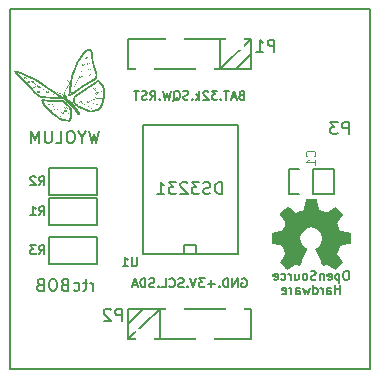
<source format=gbo>
G04 (created by PCBNEW (2013-mar-13)-testing) date Sunday 21 April 2013 10:40:16 PM IST*
%MOIN*%
G04 Gerber Fmt 3.4, Leading zero omitted, Abs format*
%FSLAX34Y34*%
G01*
G70*
G90*
G04 APERTURE LIST*
%ADD10C,0.003*%
%ADD11C,0.005*%
%ADD12C,0.006*%
%ADD13C,0.008*%
%ADD14C,0.0075*%
%ADD15C,0.0001*%
%ADD16C,0.004*%
%ADD17R,0.065X0.04*%
%ADD18C,0.195*%
%ADD19R,0.06X0.1*%
%ADD20R,0.08X0.11*%
%ADD21O,0.08X0.11*%
%ADD22R,0.0712X0.079*%
%ADD23R,0.062X0.076*%
G04 APERTURE END LIST*
G54D10*
G54D11*
X21242Y-18721D02*
X21185Y-18721D01*
X21157Y-18735D01*
X21128Y-18764D01*
X21114Y-18821D01*
X21114Y-18921D01*
X21128Y-18978D01*
X21157Y-19007D01*
X21185Y-19021D01*
X21242Y-19021D01*
X21271Y-19007D01*
X21300Y-18978D01*
X21314Y-18921D01*
X21314Y-18821D01*
X21300Y-18764D01*
X21271Y-18735D01*
X21242Y-18721D01*
X20985Y-18821D02*
X20985Y-19121D01*
X20985Y-18835D02*
X20957Y-18821D01*
X20900Y-18821D01*
X20871Y-18835D01*
X20857Y-18850D01*
X20842Y-18878D01*
X20842Y-18964D01*
X20857Y-18992D01*
X20871Y-19007D01*
X20900Y-19021D01*
X20957Y-19021D01*
X20985Y-19007D01*
X20600Y-19007D02*
X20628Y-19021D01*
X20685Y-19021D01*
X20714Y-19007D01*
X20728Y-18978D01*
X20728Y-18864D01*
X20714Y-18835D01*
X20685Y-18821D01*
X20628Y-18821D01*
X20600Y-18835D01*
X20585Y-18864D01*
X20585Y-18892D01*
X20728Y-18921D01*
X20457Y-18821D02*
X20457Y-19021D01*
X20457Y-18850D02*
X20442Y-18835D01*
X20414Y-18821D01*
X20371Y-18821D01*
X20342Y-18835D01*
X20328Y-18864D01*
X20328Y-19021D01*
X20199Y-19007D02*
X20157Y-19021D01*
X20085Y-19021D01*
X20057Y-19007D01*
X20042Y-18992D01*
X20028Y-18964D01*
X20028Y-18935D01*
X20042Y-18907D01*
X20057Y-18892D01*
X20085Y-18878D01*
X20142Y-18864D01*
X20171Y-18850D01*
X20185Y-18835D01*
X20199Y-18807D01*
X20199Y-18778D01*
X20185Y-18750D01*
X20171Y-18735D01*
X20142Y-18721D01*
X20071Y-18721D01*
X20028Y-18735D01*
X19857Y-19021D02*
X19885Y-19007D01*
X19899Y-18992D01*
X19914Y-18964D01*
X19914Y-18878D01*
X19899Y-18850D01*
X19885Y-18835D01*
X19857Y-18821D01*
X19814Y-18821D01*
X19785Y-18835D01*
X19771Y-18850D01*
X19757Y-18878D01*
X19757Y-18964D01*
X19771Y-18992D01*
X19785Y-19007D01*
X19814Y-19021D01*
X19857Y-19021D01*
X19499Y-18821D02*
X19499Y-19021D01*
X19628Y-18821D02*
X19628Y-18978D01*
X19614Y-19007D01*
X19585Y-19021D01*
X19542Y-19021D01*
X19514Y-19007D01*
X19499Y-18992D01*
X19357Y-19021D02*
X19357Y-18821D01*
X19357Y-18878D02*
X19342Y-18850D01*
X19328Y-18835D01*
X19299Y-18821D01*
X19271Y-18821D01*
X19042Y-19007D02*
X19071Y-19021D01*
X19128Y-19021D01*
X19157Y-19007D01*
X19171Y-18992D01*
X19185Y-18964D01*
X19185Y-18878D01*
X19171Y-18850D01*
X19157Y-18835D01*
X19128Y-18821D01*
X19071Y-18821D01*
X19042Y-18835D01*
X18799Y-19007D02*
X18828Y-19021D01*
X18885Y-19021D01*
X18914Y-19007D01*
X18928Y-18978D01*
X18928Y-18864D01*
X18914Y-18835D01*
X18885Y-18821D01*
X18828Y-18821D01*
X18799Y-18835D01*
X18785Y-18864D01*
X18785Y-18892D01*
X18928Y-18921D01*
X21014Y-19491D02*
X21014Y-19191D01*
X21014Y-19334D02*
X20842Y-19334D01*
X20842Y-19491D02*
X20842Y-19191D01*
X20571Y-19491D02*
X20571Y-19334D01*
X20585Y-19305D01*
X20614Y-19291D01*
X20671Y-19291D01*
X20700Y-19305D01*
X20571Y-19477D02*
X20600Y-19491D01*
X20671Y-19491D01*
X20700Y-19477D01*
X20714Y-19448D01*
X20714Y-19420D01*
X20700Y-19391D01*
X20671Y-19377D01*
X20600Y-19377D01*
X20571Y-19362D01*
X20428Y-19491D02*
X20428Y-19291D01*
X20428Y-19348D02*
X20414Y-19320D01*
X20400Y-19305D01*
X20371Y-19291D01*
X20342Y-19291D01*
X20114Y-19491D02*
X20114Y-19191D01*
X20114Y-19477D02*
X20142Y-19491D01*
X20200Y-19491D01*
X20228Y-19477D01*
X20242Y-19462D01*
X20257Y-19434D01*
X20257Y-19348D01*
X20242Y-19320D01*
X20228Y-19305D01*
X20200Y-19291D01*
X20142Y-19291D01*
X20114Y-19305D01*
X20000Y-19291D02*
X19942Y-19491D01*
X19885Y-19348D01*
X19828Y-19491D01*
X19771Y-19291D01*
X19528Y-19491D02*
X19528Y-19334D01*
X19542Y-19305D01*
X19571Y-19291D01*
X19628Y-19291D01*
X19657Y-19305D01*
X19528Y-19477D02*
X19557Y-19491D01*
X19628Y-19491D01*
X19657Y-19477D01*
X19671Y-19448D01*
X19671Y-19420D01*
X19657Y-19391D01*
X19628Y-19377D01*
X19557Y-19377D01*
X19528Y-19362D01*
X19385Y-19491D02*
X19385Y-19291D01*
X19385Y-19348D02*
X19371Y-19320D01*
X19357Y-19305D01*
X19328Y-19291D01*
X19299Y-19291D01*
X19085Y-19477D02*
X19114Y-19491D01*
X19171Y-19491D01*
X19199Y-19477D01*
X19214Y-19448D01*
X19214Y-19334D01*
X19199Y-19305D01*
X19171Y-19291D01*
X19114Y-19291D01*
X19085Y-19305D01*
X19071Y-19334D01*
X19071Y-19362D01*
X19214Y-19391D01*
X17735Y-18985D02*
X17764Y-18971D01*
X17807Y-18971D01*
X17849Y-18985D01*
X17878Y-19014D01*
X17892Y-19042D01*
X17907Y-19100D01*
X17907Y-19142D01*
X17892Y-19200D01*
X17878Y-19228D01*
X17849Y-19257D01*
X17807Y-19271D01*
X17778Y-19271D01*
X17735Y-19257D01*
X17721Y-19242D01*
X17721Y-19142D01*
X17778Y-19142D01*
X17592Y-19271D02*
X17592Y-18971D01*
X17421Y-19271D01*
X17421Y-18971D01*
X17278Y-19271D02*
X17278Y-18971D01*
X17207Y-18971D01*
X17164Y-18985D01*
X17135Y-19014D01*
X17121Y-19042D01*
X17107Y-19100D01*
X17107Y-19142D01*
X17121Y-19200D01*
X17135Y-19228D01*
X17164Y-19257D01*
X17207Y-19271D01*
X17278Y-19271D01*
X16978Y-19242D02*
X16964Y-19257D01*
X16978Y-19271D01*
X16992Y-19257D01*
X16978Y-19242D01*
X16978Y-19271D01*
X16835Y-19157D02*
X16607Y-19157D01*
X16721Y-19271D02*
X16721Y-19042D01*
X16492Y-18971D02*
X16307Y-18971D01*
X16407Y-19085D01*
X16364Y-19085D01*
X16335Y-19100D01*
X16321Y-19114D01*
X16307Y-19142D01*
X16307Y-19214D01*
X16321Y-19242D01*
X16335Y-19257D01*
X16364Y-19271D01*
X16449Y-19271D01*
X16478Y-19257D01*
X16492Y-19242D01*
X16221Y-18971D02*
X16121Y-19271D01*
X16021Y-18971D01*
X15921Y-19242D02*
X15907Y-19257D01*
X15921Y-19271D01*
X15935Y-19257D01*
X15921Y-19242D01*
X15921Y-19271D01*
X15792Y-19257D02*
X15749Y-19271D01*
X15678Y-19271D01*
X15649Y-19257D01*
X15635Y-19242D01*
X15621Y-19214D01*
X15621Y-19185D01*
X15635Y-19157D01*
X15649Y-19142D01*
X15678Y-19128D01*
X15735Y-19114D01*
X15764Y-19100D01*
X15778Y-19085D01*
X15792Y-19057D01*
X15792Y-19028D01*
X15778Y-19000D01*
X15764Y-18985D01*
X15735Y-18971D01*
X15664Y-18971D01*
X15621Y-18985D01*
X15321Y-19242D02*
X15335Y-19257D01*
X15378Y-19271D01*
X15407Y-19271D01*
X15449Y-19257D01*
X15478Y-19228D01*
X15492Y-19200D01*
X15507Y-19142D01*
X15507Y-19100D01*
X15492Y-19042D01*
X15478Y-19014D01*
X15449Y-18985D01*
X15407Y-18971D01*
X15378Y-18971D01*
X15335Y-18985D01*
X15321Y-19000D01*
X15049Y-19271D02*
X15192Y-19271D01*
X15192Y-18971D01*
X14949Y-19242D02*
X14935Y-19257D01*
X14949Y-19271D01*
X14964Y-19257D01*
X14949Y-19242D01*
X14949Y-19271D01*
X14821Y-19257D02*
X14778Y-19271D01*
X14707Y-19271D01*
X14678Y-19257D01*
X14664Y-19242D01*
X14650Y-19214D01*
X14650Y-19185D01*
X14664Y-19157D01*
X14678Y-19142D01*
X14707Y-19128D01*
X14764Y-19114D01*
X14792Y-19100D01*
X14807Y-19085D01*
X14821Y-19057D01*
X14821Y-19028D01*
X14807Y-19000D01*
X14792Y-18985D01*
X14764Y-18971D01*
X14692Y-18971D01*
X14650Y-18985D01*
X14521Y-19271D02*
X14521Y-18971D01*
X14450Y-18971D01*
X14407Y-18985D01*
X14378Y-19014D01*
X14364Y-19042D01*
X14350Y-19100D01*
X14350Y-19142D01*
X14364Y-19200D01*
X14378Y-19228D01*
X14407Y-19257D01*
X14450Y-19271D01*
X14521Y-19271D01*
X14235Y-19185D02*
X14092Y-19185D01*
X14264Y-19271D02*
X14164Y-18971D01*
X14064Y-19271D01*
G54D12*
X21295Y-14161D02*
X21295Y-13761D01*
X21142Y-13761D01*
X21104Y-13780D01*
X21085Y-13800D01*
X21066Y-13838D01*
X21066Y-13895D01*
X21085Y-13933D01*
X21104Y-13952D01*
X21142Y-13971D01*
X21295Y-13971D01*
X20933Y-13761D02*
X20685Y-13761D01*
X20819Y-13914D01*
X20761Y-13914D01*
X20723Y-13933D01*
X20704Y-13952D01*
X20685Y-13990D01*
X20685Y-14085D01*
X20704Y-14123D01*
X20723Y-14142D01*
X20761Y-14161D01*
X20876Y-14161D01*
X20914Y-14142D01*
X20933Y-14123D01*
G54D11*
X10000Y-22000D02*
X10000Y-10000D01*
X22000Y-22000D02*
X10000Y-22000D01*
X22000Y-10000D02*
X22000Y-22000D01*
X10000Y-10000D02*
X22000Y-10000D01*
G54D12*
X12977Y-14061D02*
X12882Y-14461D01*
X12805Y-14176D01*
X12729Y-14461D01*
X12634Y-14061D01*
X12405Y-14271D02*
X12405Y-14461D01*
X12539Y-14061D02*
X12405Y-14271D01*
X12272Y-14061D01*
X12063Y-14061D02*
X11986Y-14061D01*
X11948Y-14080D01*
X11910Y-14119D01*
X11891Y-14195D01*
X11891Y-14328D01*
X11910Y-14404D01*
X11948Y-14442D01*
X11986Y-14461D01*
X12063Y-14461D01*
X12101Y-14442D01*
X12139Y-14404D01*
X12158Y-14328D01*
X12158Y-14195D01*
X12139Y-14119D01*
X12101Y-14080D01*
X12063Y-14061D01*
X11529Y-14461D02*
X11720Y-14461D01*
X11720Y-14061D01*
X11396Y-14061D02*
X11396Y-14385D01*
X11377Y-14423D01*
X11358Y-14442D01*
X11320Y-14461D01*
X11244Y-14461D01*
X11205Y-14442D01*
X11186Y-14423D01*
X11167Y-14385D01*
X11167Y-14061D01*
X10977Y-14461D02*
X10977Y-14061D01*
X10844Y-14347D01*
X10710Y-14061D01*
X10710Y-14461D01*
X12773Y-19386D02*
X12773Y-19120D01*
X12773Y-19196D02*
X12754Y-19158D01*
X12735Y-19139D01*
X12697Y-19120D01*
X12659Y-19120D01*
X12583Y-19120D02*
X12430Y-19120D01*
X12526Y-18986D02*
X12526Y-19329D01*
X12507Y-19367D01*
X12469Y-19386D01*
X12430Y-19386D01*
X12126Y-19367D02*
X12164Y-19386D01*
X12240Y-19386D01*
X12278Y-19367D01*
X12297Y-19348D01*
X12316Y-19310D01*
X12316Y-19196D01*
X12297Y-19158D01*
X12278Y-19139D01*
X12240Y-19120D01*
X12164Y-19120D01*
X12126Y-19139D01*
X11821Y-19177D02*
X11764Y-19196D01*
X11745Y-19215D01*
X11726Y-19253D01*
X11726Y-19310D01*
X11745Y-19348D01*
X11764Y-19367D01*
X11802Y-19386D01*
X11954Y-19386D01*
X11954Y-18986D01*
X11821Y-18986D01*
X11783Y-19005D01*
X11764Y-19025D01*
X11745Y-19063D01*
X11745Y-19101D01*
X11764Y-19139D01*
X11783Y-19158D01*
X11821Y-19177D01*
X11954Y-19177D01*
X11478Y-18986D02*
X11402Y-18986D01*
X11364Y-19005D01*
X11326Y-19044D01*
X11307Y-19120D01*
X11307Y-19253D01*
X11326Y-19329D01*
X11364Y-19367D01*
X11402Y-19386D01*
X11478Y-19386D01*
X11516Y-19367D01*
X11554Y-19329D01*
X11573Y-19253D01*
X11573Y-19120D01*
X11554Y-19044D01*
X11516Y-19005D01*
X11478Y-18986D01*
X11002Y-19177D02*
X10945Y-19196D01*
X10926Y-19215D01*
X10907Y-19253D01*
X10907Y-19310D01*
X10926Y-19348D01*
X10945Y-19367D01*
X10983Y-19386D01*
X11135Y-19386D01*
X11135Y-18986D01*
X11002Y-18986D01*
X10964Y-19005D01*
X10945Y-19025D01*
X10926Y-19063D01*
X10926Y-19101D01*
X10945Y-19139D01*
X10964Y-19158D01*
X11002Y-19177D01*
X11135Y-19177D01*
G54D11*
X17721Y-12864D02*
X17678Y-12878D01*
X17664Y-12892D01*
X17649Y-12921D01*
X17649Y-12964D01*
X17664Y-12992D01*
X17678Y-13007D01*
X17707Y-13021D01*
X17821Y-13021D01*
X17821Y-12721D01*
X17721Y-12721D01*
X17692Y-12735D01*
X17678Y-12750D01*
X17664Y-12778D01*
X17664Y-12807D01*
X17678Y-12835D01*
X17692Y-12850D01*
X17721Y-12864D01*
X17821Y-12864D01*
X17535Y-12935D02*
X17392Y-12935D01*
X17564Y-13021D02*
X17464Y-12721D01*
X17364Y-13021D01*
X17307Y-12721D02*
X17135Y-12721D01*
X17221Y-13021D02*
X17221Y-12721D01*
X17035Y-12992D02*
X17021Y-13007D01*
X17035Y-13021D01*
X17049Y-13007D01*
X17035Y-12992D01*
X17035Y-13021D01*
X16921Y-12721D02*
X16735Y-12721D01*
X16835Y-12835D01*
X16792Y-12835D01*
X16764Y-12850D01*
X16749Y-12864D01*
X16735Y-12892D01*
X16735Y-12964D01*
X16749Y-12992D01*
X16764Y-13007D01*
X16792Y-13021D01*
X16878Y-13021D01*
X16907Y-13007D01*
X16921Y-12992D01*
X16621Y-12750D02*
X16607Y-12735D01*
X16578Y-12721D01*
X16507Y-12721D01*
X16478Y-12735D01*
X16464Y-12750D01*
X16450Y-12778D01*
X16450Y-12807D01*
X16464Y-12850D01*
X16635Y-13021D01*
X16450Y-13021D01*
X16321Y-13021D02*
X16321Y-12721D01*
X16292Y-12907D02*
X16207Y-13021D01*
X16207Y-12821D02*
X16321Y-12935D01*
X16078Y-12992D02*
X16064Y-13007D01*
X16078Y-13021D01*
X16092Y-13007D01*
X16078Y-12992D01*
X16078Y-13021D01*
X15950Y-13007D02*
X15907Y-13021D01*
X15835Y-13021D01*
X15807Y-13007D01*
X15792Y-12992D01*
X15778Y-12964D01*
X15778Y-12935D01*
X15792Y-12907D01*
X15807Y-12892D01*
X15835Y-12878D01*
X15892Y-12864D01*
X15921Y-12850D01*
X15935Y-12835D01*
X15950Y-12807D01*
X15950Y-12778D01*
X15935Y-12750D01*
X15921Y-12735D01*
X15892Y-12721D01*
X15821Y-12721D01*
X15778Y-12735D01*
X15450Y-13050D02*
X15478Y-13035D01*
X15507Y-13007D01*
X15550Y-12964D01*
X15578Y-12950D01*
X15607Y-12950D01*
X15592Y-13021D02*
X15621Y-13007D01*
X15650Y-12978D01*
X15664Y-12921D01*
X15664Y-12821D01*
X15650Y-12764D01*
X15621Y-12735D01*
X15592Y-12721D01*
X15535Y-12721D01*
X15507Y-12735D01*
X15478Y-12764D01*
X15464Y-12821D01*
X15464Y-12921D01*
X15478Y-12978D01*
X15507Y-13007D01*
X15535Y-13021D01*
X15592Y-13021D01*
X15364Y-12721D02*
X15292Y-13021D01*
X15235Y-12807D01*
X15178Y-13021D01*
X15107Y-12721D01*
X14992Y-12992D02*
X14978Y-13007D01*
X14992Y-13021D01*
X15007Y-13007D01*
X14992Y-12992D01*
X14992Y-13021D01*
X14678Y-13021D02*
X14778Y-12878D01*
X14850Y-13021D02*
X14850Y-12721D01*
X14735Y-12721D01*
X14707Y-12735D01*
X14692Y-12750D01*
X14678Y-12778D01*
X14678Y-12821D01*
X14692Y-12850D01*
X14707Y-12864D01*
X14735Y-12878D01*
X14850Y-12878D01*
X14564Y-13007D02*
X14521Y-13021D01*
X14450Y-13021D01*
X14421Y-13007D01*
X14407Y-12992D01*
X14392Y-12964D01*
X14392Y-12935D01*
X14407Y-12907D01*
X14421Y-12892D01*
X14450Y-12878D01*
X14507Y-12864D01*
X14535Y-12850D01*
X14550Y-12835D01*
X14564Y-12807D01*
X14564Y-12778D01*
X14550Y-12750D01*
X14535Y-12735D01*
X14507Y-12721D01*
X14435Y-12721D01*
X14392Y-12735D01*
X14307Y-12721D02*
X14135Y-12721D01*
X14221Y-13021D02*
X14221Y-12721D01*
G54D13*
X14450Y-18150D02*
X17600Y-18150D01*
X17600Y-13850D02*
X14450Y-13850D01*
X17600Y-18150D02*
X17600Y-13850D01*
X14450Y-13850D02*
X14450Y-18150D01*
X16200Y-18150D02*
X16200Y-17850D01*
X16200Y-17850D02*
X15800Y-17850D01*
X15800Y-17850D02*
X15800Y-18150D01*
G54D14*
X18050Y-11500D02*
X17550Y-12000D01*
X18050Y-11000D02*
X17000Y-12000D01*
X17000Y-11000D02*
X17000Y-12000D01*
X13950Y-11000D02*
X15200Y-11000D01*
X17200Y-11000D02*
X15800Y-11000D01*
X18050Y-11000D02*
X17800Y-11000D01*
X14200Y-12000D02*
X13950Y-12000D01*
X16200Y-12000D02*
X14800Y-12000D01*
X18050Y-12000D02*
X16800Y-12000D01*
X13950Y-12000D02*
X13950Y-11000D01*
X18050Y-11000D02*
X18050Y-12000D01*
X13950Y-20500D02*
X14450Y-20000D01*
X13950Y-21000D02*
X15000Y-20000D01*
X15000Y-21000D02*
X15000Y-20000D01*
X18050Y-21000D02*
X16800Y-21000D01*
X14800Y-21000D02*
X16200Y-21000D01*
X13950Y-21000D02*
X14200Y-21000D01*
X17800Y-20000D02*
X18050Y-20000D01*
X15800Y-20000D02*
X17200Y-20000D01*
X13950Y-20000D02*
X15200Y-20000D01*
X18050Y-20000D02*
X18050Y-21000D01*
X13950Y-21000D02*
X13950Y-20000D01*
G54D11*
X12900Y-16300D02*
X11300Y-16300D01*
X11300Y-16300D02*
X11300Y-17200D01*
X11300Y-17200D02*
X12900Y-17200D01*
X12900Y-17200D02*
X12900Y-16300D01*
X12900Y-15300D02*
X11300Y-15300D01*
X11300Y-15300D02*
X11300Y-16200D01*
X11300Y-16200D02*
X12900Y-16200D01*
X12900Y-16200D02*
X12900Y-15300D01*
X12900Y-17600D02*
X11300Y-17600D01*
X11300Y-17600D02*
X11300Y-18500D01*
X11300Y-18500D02*
X12900Y-18500D01*
X12900Y-18500D02*
X12900Y-17600D01*
G54D12*
X20800Y-15325D02*
X20100Y-15325D01*
X20800Y-16175D02*
X20100Y-16175D01*
X19650Y-15325D02*
X19300Y-15325D01*
X19300Y-16175D02*
X19650Y-16175D01*
X20100Y-16175D02*
X20100Y-15325D01*
X20800Y-16175D02*
X20800Y-15325D01*
X19300Y-16175D02*
X19300Y-15325D01*
G54D15*
G36*
X12590Y-11320D02*
X12600Y-11320D01*
X12600Y-11330D01*
X12590Y-11330D01*
X12590Y-11320D01*
X12590Y-11320D01*
G37*
G36*
X12600Y-11320D02*
X12610Y-11320D01*
X12610Y-11330D01*
X12600Y-11330D01*
X12600Y-11320D01*
X12600Y-11320D01*
G37*
G36*
X12610Y-11320D02*
X12620Y-11320D01*
X12620Y-11330D01*
X12610Y-11330D01*
X12610Y-11320D01*
X12610Y-11320D01*
G37*
G36*
X12620Y-11320D02*
X12630Y-11320D01*
X12630Y-11330D01*
X12620Y-11330D01*
X12620Y-11320D01*
X12620Y-11320D01*
G37*
G36*
X12630Y-11320D02*
X12640Y-11320D01*
X12640Y-11330D01*
X12630Y-11330D01*
X12630Y-11320D01*
X12630Y-11320D01*
G37*
G36*
X12580Y-11330D02*
X12590Y-11330D01*
X12590Y-11340D01*
X12580Y-11340D01*
X12580Y-11330D01*
X12580Y-11330D01*
G37*
G36*
X12590Y-11330D02*
X12600Y-11330D01*
X12600Y-11340D01*
X12590Y-11340D01*
X12590Y-11330D01*
X12590Y-11330D01*
G37*
G36*
X12600Y-11330D02*
X12610Y-11330D01*
X12610Y-11340D01*
X12600Y-11340D01*
X12600Y-11330D01*
X12600Y-11330D01*
G37*
G36*
X12610Y-11330D02*
X12620Y-11330D01*
X12620Y-11340D01*
X12610Y-11340D01*
X12610Y-11330D01*
X12610Y-11330D01*
G37*
G36*
X12620Y-11330D02*
X12630Y-11330D01*
X12630Y-11340D01*
X12620Y-11340D01*
X12620Y-11330D01*
X12620Y-11330D01*
G37*
G36*
X12630Y-11330D02*
X12640Y-11330D01*
X12640Y-11340D01*
X12630Y-11340D01*
X12630Y-11330D01*
X12630Y-11330D01*
G37*
G36*
X12640Y-11330D02*
X12650Y-11330D01*
X12650Y-11340D01*
X12640Y-11340D01*
X12640Y-11330D01*
X12640Y-11330D01*
G37*
G36*
X12650Y-11330D02*
X12660Y-11330D01*
X12660Y-11340D01*
X12650Y-11340D01*
X12650Y-11330D01*
X12650Y-11330D01*
G37*
G36*
X12660Y-11330D02*
X12670Y-11330D01*
X12670Y-11340D01*
X12660Y-11340D01*
X12660Y-11330D01*
X12660Y-11330D01*
G37*
G36*
X12670Y-11330D02*
X12680Y-11330D01*
X12680Y-11340D01*
X12670Y-11340D01*
X12670Y-11330D01*
X12670Y-11330D01*
G37*
G36*
X12560Y-11340D02*
X12570Y-11340D01*
X12570Y-11350D01*
X12560Y-11350D01*
X12560Y-11340D01*
X12560Y-11340D01*
G37*
G36*
X12570Y-11340D02*
X12580Y-11340D01*
X12580Y-11350D01*
X12570Y-11350D01*
X12570Y-11340D01*
X12570Y-11340D01*
G37*
G36*
X12580Y-11340D02*
X12590Y-11340D01*
X12590Y-11350D01*
X12580Y-11350D01*
X12580Y-11340D01*
X12580Y-11340D01*
G37*
G36*
X12590Y-11340D02*
X12600Y-11340D01*
X12600Y-11350D01*
X12590Y-11350D01*
X12590Y-11340D01*
X12590Y-11340D01*
G37*
G36*
X12600Y-11340D02*
X12610Y-11340D01*
X12610Y-11350D01*
X12600Y-11350D01*
X12600Y-11340D01*
X12600Y-11340D01*
G37*
G36*
X12610Y-11340D02*
X12620Y-11340D01*
X12620Y-11350D01*
X12610Y-11350D01*
X12610Y-11340D01*
X12610Y-11340D01*
G37*
G36*
X12620Y-11340D02*
X12630Y-11340D01*
X12630Y-11350D01*
X12620Y-11350D01*
X12620Y-11340D01*
X12620Y-11340D01*
G37*
G36*
X12630Y-11340D02*
X12640Y-11340D01*
X12640Y-11350D01*
X12630Y-11350D01*
X12630Y-11340D01*
X12630Y-11340D01*
G37*
G36*
X12640Y-11340D02*
X12650Y-11340D01*
X12650Y-11350D01*
X12640Y-11350D01*
X12640Y-11340D01*
X12640Y-11340D01*
G37*
G36*
X12650Y-11340D02*
X12660Y-11340D01*
X12660Y-11350D01*
X12650Y-11350D01*
X12650Y-11340D01*
X12650Y-11340D01*
G37*
G36*
X12660Y-11340D02*
X12670Y-11340D01*
X12670Y-11350D01*
X12660Y-11350D01*
X12660Y-11340D01*
X12660Y-11340D01*
G37*
G36*
X12670Y-11340D02*
X12680Y-11340D01*
X12680Y-11350D01*
X12670Y-11350D01*
X12670Y-11340D01*
X12670Y-11340D01*
G37*
G36*
X12680Y-11340D02*
X12690Y-11340D01*
X12690Y-11350D01*
X12680Y-11350D01*
X12680Y-11340D01*
X12680Y-11340D01*
G37*
G36*
X12690Y-11340D02*
X12700Y-11340D01*
X12700Y-11350D01*
X12690Y-11350D01*
X12690Y-11340D01*
X12690Y-11340D01*
G37*
G36*
X12700Y-11340D02*
X12710Y-11340D01*
X12710Y-11350D01*
X12700Y-11350D01*
X12700Y-11340D01*
X12700Y-11340D01*
G37*
G36*
X12540Y-11350D02*
X12550Y-11350D01*
X12550Y-11360D01*
X12540Y-11360D01*
X12540Y-11350D01*
X12540Y-11350D01*
G37*
G36*
X12550Y-11350D02*
X12560Y-11350D01*
X12560Y-11360D01*
X12550Y-11360D01*
X12550Y-11350D01*
X12550Y-11350D01*
G37*
G36*
X12560Y-11350D02*
X12570Y-11350D01*
X12570Y-11360D01*
X12560Y-11360D01*
X12560Y-11350D01*
X12560Y-11350D01*
G37*
G36*
X12570Y-11350D02*
X12580Y-11350D01*
X12580Y-11360D01*
X12570Y-11360D01*
X12570Y-11350D01*
X12570Y-11350D01*
G37*
G36*
X12580Y-11350D02*
X12590Y-11350D01*
X12590Y-11360D01*
X12580Y-11360D01*
X12580Y-11350D01*
X12580Y-11350D01*
G37*
G36*
X12590Y-11350D02*
X12600Y-11350D01*
X12600Y-11360D01*
X12590Y-11360D01*
X12590Y-11350D01*
X12590Y-11350D01*
G37*
G36*
X12600Y-11350D02*
X12610Y-11350D01*
X12610Y-11360D01*
X12600Y-11360D01*
X12600Y-11350D01*
X12600Y-11350D01*
G37*
G36*
X12610Y-11350D02*
X12620Y-11350D01*
X12620Y-11360D01*
X12610Y-11360D01*
X12610Y-11350D01*
X12610Y-11350D01*
G37*
G36*
X12620Y-11350D02*
X12630Y-11350D01*
X12630Y-11360D01*
X12620Y-11360D01*
X12620Y-11350D01*
X12620Y-11350D01*
G37*
G36*
X12630Y-11350D02*
X12640Y-11350D01*
X12640Y-11360D01*
X12630Y-11360D01*
X12630Y-11350D01*
X12630Y-11350D01*
G37*
G36*
X12640Y-11350D02*
X12650Y-11350D01*
X12650Y-11360D01*
X12640Y-11360D01*
X12640Y-11350D01*
X12640Y-11350D01*
G37*
G36*
X12650Y-11350D02*
X12660Y-11350D01*
X12660Y-11360D01*
X12650Y-11360D01*
X12650Y-11350D01*
X12650Y-11350D01*
G37*
G36*
X12660Y-11350D02*
X12670Y-11350D01*
X12670Y-11360D01*
X12660Y-11360D01*
X12660Y-11350D01*
X12660Y-11350D01*
G37*
G36*
X12670Y-11350D02*
X12680Y-11350D01*
X12680Y-11360D01*
X12670Y-11360D01*
X12670Y-11350D01*
X12670Y-11350D01*
G37*
G36*
X12680Y-11350D02*
X12690Y-11350D01*
X12690Y-11360D01*
X12680Y-11360D01*
X12680Y-11350D01*
X12680Y-11350D01*
G37*
G36*
X12690Y-11350D02*
X12700Y-11350D01*
X12700Y-11360D01*
X12690Y-11360D01*
X12690Y-11350D01*
X12690Y-11350D01*
G37*
G36*
X12700Y-11350D02*
X12710Y-11350D01*
X12710Y-11360D01*
X12700Y-11360D01*
X12700Y-11350D01*
X12700Y-11350D01*
G37*
G36*
X12710Y-11350D02*
X12720Y-11350D01*
X12720Y-11360D01*
X12710Y-11360D01*
X12710Y-11350D01*
X12710Y-11350D01*
G37*
G36*
X12530Y-11360D02*
X12540Y-11360D01*
X12540Y-11370D01*
X12530Y-11370D01*
X12530Y-11360D01*
X12530Y-11360D01*
G37*
G36*
X12540Y-11360D02*
X12550Y-11360D01*
X12550Y-11370D01*
X12540Y-11370D01*
X12540Y-11360D01*
X12540Y-11360D01*
G37*
G36*
X12550Y-11360D02*
X12560Y-11360D01*
X12560Y-11370D01*
X12550Y-11370D01*
X12550Y-11360D01*
X12550Y-11360D01*
G37*
G36*
X12560Y-11360D02*
X12570Y-11360D01*
X12570Y-11370D01*
X12560Y-11370D01*
X12560Y-11360D01*
X12560Y-11360D01*
G37*
G36*
X12570Y-11360D02*
X12580Y-11360D01*
X12580Y-11370D01*
X12570Y-11370D01*
X12570Y-11360D01*
X12570Y-11360D01*
G37*
G36*
X12580Y-11360D02*
X12590Y-11360D01*
X12590Y-11370D01*
X12580Y-11370D01*
X12580Y-11360D01*
X12580Y-11360D01*
G37*
G36*
X12590Y-11360D02*
X12600Y-11360D01*
X12600Y-11370D01*
X12590Y-11370D01*
X12590Y-11360D01*
X12590Y-11360D01*
G37*
G36*
X12600Y-11360D02*
X12610Y-11360D01*
X12610Y-11370D01*
X12600Y-11370D01*
X12600Y-11360D01*
X12600Y-11360D01*
G37*
G36*
X12610Y-11360D02*
X12620Y-11360D01*
X12620Y-11370D01*
X12610Y-11370D01*
X12610Y-11360D01*
X12610Y-11360D01*
G37*
G36*
X12620Y-11360D02*
X12630Y-11360D01*
X12630Y-11370D01*
X12620Y-11370D01*
X12620Y-11360D01*
X12620Y-11360D01*
G37*
G36*
X12630Y-11360D02*
X12640Y-11360D01*
X12640Y-11370D01*
X12630Y-11370D01*
X12630Y-11360D01*
X12630Y-11360D01*
G37*
G36*
X12640Y-11360D02*
X12650Y-11360D01*
X12650Y-11370D01*
X12640Y-11370D01*
X12640Y-11360D01*
X12640Y-11360D01*
G37*
G36*
X12650Y-11360D02*
X12660Y-11360D01*
X12660Y-11370D01*
X12650Y-11370D01*
X12650Y-11360D01*
X12650Y-11360D01*
G37*
G36*
X12660Y-11360D02*
X12670Y-11360D01*
X12670Y-11370D01*
X12660Y-11370D01*
X12660Y-11360D01*
X12660Y-11360D01*
G37*
G36*
X12670Y-11360D02*
X12680Y-11360D01*
X12680Y-11370D01*
X12670Y-11370D01*
X12670Y-11360D01*
X12670Y-11360D01*
G37*
G36*
X12680Y-11360D02*
X12690Y-11360D01*
X12690Y-11370D01*
X12680Y-11370D01*
X12680Y-11360D01*
X12680Y-11360D01*
G37*
G36*
X12690Y-11360D02*
X12700Y-11360D01*
X12700Y-11370D01*
X12690Y-11370D01*
X12690Y-11360D01*
X12690Y-11360D01*
G37*
G36*
X12700Y-11360D02*
X12710Y-11360D01*
X12710Y-11370D01*
X12700Y-11370D01*
X12700Y-11360D01*
X12700Y-11360D01*
G37*
G36*
X12710Y-11360D02*
X12720Y-11360D01*
X12720Y-11370D01*
X12710Y-11370D01*
X12710Y-11360D01*
X12710Y-11360D01*
G37*
G36*
X12720Y-11360D02*
X12730Y-11360D01*
X12730Y-11370D01*
X12720Y-11370D01*
X12720Y-11360D01*
X12720Y-11360D01*
G37*
G36*
X12510Y-11370D02*
X12520Y-11370D01*
X12520Y-11380D01*
X12510Y-11380D01*
X12510Y-11370D01*
X12510Y-11370D01*
G37*
G36*
X12520Y-11370D02*
X12530Y-11370D01*
X12530Y-11380D01*
X12520Y-11380D01*
X12520Y-11370D01*
X12520Y-11370D01*
G37*
G36*
X12530Y-11370D02*
X12540Y-11370D01*
X12540Y-11380D01*
X12530Y-11380D01*
X12530Y-11370D01*
X12530Y-11370D01*
G37*
G36*
X12540Y-11370D02*
X12550Y-11370D01*
X12550Y-11380D01*
X12540Y-11380D01*
X12540Y-11370D01*
X12540Y-11370D01*
G37*
G36*
X12550Y-11370D02*
X12560Y-11370D01*
X12560Y-11380D01*
X12550Y-11380D01*
X12550Y-11370D01*
X12550Y-11370D01*
G37*
G36*
X12560Y-11370D02*
X12570Y-11370D01*
X12570Y-11380D01*
X12560Y-11380D01*
X12560Y-11370D01*
X12560Y-11370D01*
G37*
G36*
X12570Y-11370D02*
X12580Y-11370D01*
X12580Y-11380D01*
X12570Y-11380D01*
X12570Y-11370D01*
X12570Y-11370D01*
G37*
G36*
X12580Y-11370D02*
X12590Y-11370D01*
X12590Y-11380D01*
X12580Y-11380D01*
X12580Y-11370D01*
X12580Y-11370D01*
G37*
G36*
X12590Y-11370D02*
X12600Y-11370D01*
X12600Y-11380D01*
X12590Y-11380D01*
X12590Y-11370D01*
X12590Y-11370D01*
G37*
G36*
X12600Y-11370D02*
X12610Y-11370D01*
X12610Y-11380D01*
X12600Y-11380D01*
X12600Y-11370D01*
X12600Y-11370D01*
G37*
G36*
X12610Y-11370D02*
X12620Y-11370D01*
X12620Y-11380D01*
X12610Y-11380D01*
X12610Y-11370D01*
X12610Y-11370D01*
G37*
G36*
X12620Y-11370D02*
X12630Y-11370D01*
X12630Y-11380D01*
X12620Y-11380D01*
X12620Y-11370D01*
X12620Y-11370D01*
G37*
G36*
X12630Y-11370D02*
X12640Y-11370D01*
X12640Y-11380D01*
X12630Y-11380D01*
X12630Y-11370D01*
X12630Y-11370D01*
G37*
G36*
X12640Y-11370D02*
X12650Y-11370D01*
X12650Y-11380D01*
X12640Y-11380D01*
X12640Y-11370D01*
X12640Y-11370D01*
G37*
G36*
X12650Y-11370D02*
X12660Y-11370D01*
X12660Y-11380D01*
X12650Y-11380D01*
X12650Y-11370D01*
X12650Y-11370D01*
G37*
G36*
X12660Y-11370D02*
X12670Y-11370D01*
X12670Y-11380D01*
X12660Y-11380D01*
X12660Y-11370D01*
X12660Y-11370D01*
G37*
G36*
X12670Y-11370D02*
X12680Y-11370D01*
X12680Y-11380D01*
X12670Y-11380D01*
X12670Y-11370D01*
X12670Y-11370D01*
G37*
G36*
X12680Y-11370D02*
X12690Y-11370D01*
X12690Y-11380D01*
X12680Y-11380D01*
X12680Y-11370D01*
X12680Y-11370D01*
G37*
G36*
X12690Y-11370D02*
X12700Y-11370D01*
X12700Y-11380D01*
X12690Y-11380D01*
X12690Y-11370D01*
X12690Y-11370D01*
G37*
G36*
X12700Y-11370D02*
X12710Y-11370D01*
X12710Y-11380D01*
X12700Y-11380D01*
X12700Y-11370D01*
X12700Y-11370D01*
G37*
G36*
X12710Y-11370D02*
X12720Y-11370D01*
X12720Y-11380D01*
X12710Y-11380D01*
X12710Y-11370D01*
X12710Y-11370D01*
G37*
G36*
X12720Y-11370D02*
X12730Y-11370D01*
X12730Y-11380D01*
X12720Y-11380D01*
X12720Y-11370D01*
X12720Y-11370D01*
G37*
G36*
X12500Y-11380D02*
X12510Y-11380D01*
X12510Y-11390D01*
X12500Y-11390D01*
X12500Y-11380D01*
X12500Y-11380D01*
G37*
G36*
X12510Y-11380D02*
X12520Y-11380D01*
X12520Y-11390D01*
X12510Y-11390D01*
X12510Y-11380D01*
X12510Y-11380D01*
G37*
G36*
X12520Y-11380D02*
X12530Y-11380D01*
X12530Y-11390D01*
X12520Y-11390D01*
X12520Y-11380D01*
X12520Y-11380D01*
G37*
G36*
X12530Y-11380D02*
X12540Y-11380D01*
X12540Y-11390D01*
X12530Y-11390D01*
X12530Y-11380D01*
X12530Y-11380D01*
G37*
G36*
X12540Y-11380D02*
X12550Y-11380D01*
X12550Y-11390D01*
X12540Y-11390D01*
X12540Y-11380D01*
X12540Y-11380D01*
G37*
G36*
X12550Y-11380D02*
X12560Y-11380D01*
X12560Y-11390D01*
X12550Y-11390D01*
X12550Y-11380D01*
X12550Y-11380D01*
G37*
G36*
X12560Y-11380D02*
X12570Y-11380D01*
X12570Y-11390D01*
X12560Y-11390D01*
X12560Y-11380D01*
X12560Y-11380D01*
G37*
G36*
X12570Y-11380D02*
X12580Y-11380D01*
X12580Y-11390D01*
X12570Y-11390D01*
X12570Y-11380D01*
X12570Y-11380D01*
G37*
G36*
X12580Y-11380D02*
X12590Y-11380D01*
X12590Y-11390D01*
X12580Y-11390D01*
X12580Y-11380D01*
X12580Y-11380D01*
G37*
G36*
X12590Y-11380D02*
X12600Y-11380D01*
X12600Y-11390D01*
X12590Y-11390D01*
X12590Y-11380D01*
X12590Y-11380D01*
G37*
G36*
X12600Y-11380D02*
X12610Y-11380D01*
X12610Y-11390D01*
X12600Y-11390D01*
X12600Y-11380D01*
X12600Y-11380D01*
G37*
G36*
X12610Y-11380D02*
X12620Y-11380D01*
X12620Y-11390D01*
X12610Y-11390D01*
X12610Y-11380D01*
X12610Y-11380D01*
G37*
G36*
X12620Y-11380D02*
X12630Y-11380D01*
X12630Y-11390D01*
X12620Y-11390D01*
X12620Y-11380D01*
X12620Y-11380D01*
G37*
G36*
X12630Y-11380D02*
X12640Y-11380D01*
X12640Y-11390D01*
X12630Y-11390D01*
X12630Y-11380D01*
X12630Y-11380D01*
G37*
G36*
X12640Y-11380D02*
X12650Y-11380D01*
X12650Y-11390D01*
X12640Y-11390D01*
X12640Y-11380D01*
X12640Y-11380D01*
G37*
G36*
X12650Y-11380D02*
X12660Y-11380D01*
X12660Y-11390D01*
X12650Y-11390D01*
X12650Y-11380D01*
X12650Y-11380D01*
G37*
G36*
X12660Y-11380D02*
X12670Y-11380D01*
X12670Y-11390D01*
X12660Y-11390D01*
X12660Y-11380D01*
X12660Y-11380D01*
G37*
G36*
X12670Y-11380D02*
X12680Y-11380D01*
X12680Y-11390D01*
X12670Y-11390D01*
X12670Y-11380D01*
X12670Y-11380D01*
G37*
G36*
X12680Y-11380D02*
X12690Y-11380D01*
X12690Y-11390D01*
X12680Y-11390D01*
X12680Y-11380D01*
X12680Y-11380D01*
G37*
G36*
X12690Y-11380D02*
X12700Y-11380D01*
X12700Y-11390D01*
X12690Y-11390D01*
X12690Y-11380D01*
X12690Y-11380D01*
G37*
G36*
X12700Y-11380D02*
X12710Y-11380D01*
X12710Y-11390D01*
X12700Y-11390D01*
X12700Y-11380D01*
X12700Y-11380D01*
G37*
G36*
X12710Y-11380D02*
X12720Y-11380D01*
X12720Y-11390D01*
X12710Y-11390D01*
X12710Y-11380D01*
X12710Y-11380D01*
G37*
G36*
X12720Y-11380D02*
X12730Y-11380D01*
X12730Y-11390D01*
X12720Y-11390D01*
X12720Y-11380D01*
X12720Y-11380D01*
G37*
G36*
X12730Y-11380D02*
X12740Y-11380D01*
X12740Y-11390D01*
X12730Y-11390D01*
X12730Y-11380D01*
X12730Y-11380D01*
G37*
G36*
X12480Y-11390D02*
X12490Y-11390D01*
X12490Y-11400D01*
X12480Y-11400D01*
X12480Y-11390D01*
X12480Y-11390D01*
G37*
G36*
X12490Y-11390D02*
X12500Y-11390D01*
X12500Y-11400D01*
X12490Y-11400D01*
X12490Y-11390D01*
X12490Y-11390D01*
G37*
G36*
X12500Y-11390D02*
X12510Y-11390D01*
X12510Y-11400D01*
X12500Y-11400D01*
X12500Y-11390D01*
X12500Y-11390D01*
G37*
G36*
X12510Y-11390D02*
X12520Y-11390D01*
X12520Y-11400D01*
X12510Y-11400D01*
X12510Y-11390D01*
X12510Y-11390D01*
G37*
G36*
X12520Y-11390D02*
X12530Y-11390D01*
X12530Y-11400D01*
X12520Y-11400D01*
X12520Y-11390D01*
X12520Y-11390D01*
G37*
G36*
X12530Y-11390D02*
X12540Y-11390D01*
X12540Y-11400D01*
X12530Y-11400D01*
X12530Y-11390D01*
X12530Y-11390D01*
G37*
G36*
X12540Y-11390D02*
X12550Y-11390D01*
X12550Y-11400D01*
X12540Y-11400D01*
X12540Y-11390D01*
X12540Y-11390D01*
G37*
G36*
X12550Y-11390D02*
X12560Y-11390D01*
X12560Y-11400D01*
X12550Y-11400D01*
X12550Y-11390D01*
X12550Y-11390D01*
G37*
G36*
X12560Y-11390D02*
X12570Y-11390D01*
X12570Y-11400D01*
X12560Y-11400D01*
X12560Y-11390D01*
X12560Y-11390D01*
G37*
G36*
X12570Y-11390D02*
X12580Y-11390D01*
X12580Y-11400D01*
X12570Y-11400D01*
X12570Y-11390D01*
X12570Y-11390D01*
G37*
G36*
X12580Y-11390D02*
X12590Y-11390D01*
X12590Y-11400D01*
X12580Y-11400D01*
X12580Y-11390D01*
X12580Y-11390D01*
G37*
G36*
X12590Y-11390D02*
X12600Y-11390D01*
X12600Y-11400D01*
X12590Y-11400D01*
X12590Y-11390D01*
X12590Y-11390D01*
G37*
G36*
X12660Y-11390D02*
X12670Y-11390D01*
X12670Y-11400D01*
X12660Y-11400D01*
X12660Y-11390D01*
X12660Y-11390D01*
G37*
G36*
X12670Y-11390D02*
X12680Y-11390D01*
X12680Y-11400D01*
X12670Y-11400D01*
X12670Y-11390D01*
X12670Y-11390D01*
G37*
G36*
X12680Y-11390D02*
X12690Y-11390D01*
X12690Y-11400D01*
X12680Y-11400D01*
X12680Y-11390D01*
X12680Y-11390D01*
G37*
G36*
X12690Y-11390D02*
X12700Y-11390D01*
X12700Y-11400D01*
X12690Y-11400D01*
X12690Y-11390D01*
X12690Y-11390D01*
G37*
G36*
X12700Y-11390D02*
X12710Y-11390D01*
X12710Y-11400D01*
X12700Y-11400D01*
X12700Y-11390D01*
X12700Y-11390D01*
G37*
G36*
X12710Y-11390D02*
X12720Y-11390D01*
X12720Y-11400D01*
X12710Y-11400D01*
X12710Y-11390D01*
X12710Y-11390D01*
G37*
G36*
X12720Y-11390D02*
X12730Y-11390D01*
X12730Y-11400D01*
X12720Y-11400D01*
X12720Y-11390D01*
X12720Y-11390D01*
G37*
G36*
X12730Y-11390D02*
X12740Y-11390D01*
X12740Y-11400D01*
X12730Y-11400D01*
X12730Y-11390D01*
X12730Y-11390D01*
G37*
G36*
X12470Y-11400D02*
X12480Y-11400D01*
X12480Y-11410D01*
X12470Y-11410D01*
X12470Y-11400D01*
X12470Y-11400D01*
G37*
G36*
X12480Y-11400D02*
X12490Y-11400D01*
X12490Y-11410D01*
X12480Y-11410D01*
X12480Y-11400D01*
X12480Y-11400D01*
G37*
G36*
X12490Y-11400D02*
X12500Y-11400D01*
X12500Y-11410D01*
X12490Y-11410D01*
X12490Y-11400D01*
X12490Y-11400D01*
G37*
G36*
X12500Y-11400D02*
X12510Y-11400D01*
X12510Y-11410D01*
X12500Y-11410D01*
X12500Y-11400D01*
X12500Y-11400D01*
G37*
G36*
X12510Y-11400D02*
X12520Y-11400D01*
X12520Y-11410D01*
X12510Y-11410D01*
X12510Y-11400D01*
X12510Y-11400D01*
G37*
G36*
X12520Y-11400D02*
X12530Y-11400D01*
X12530Y-11410D01*
X12520Y-11410D01*
X12520Y-11400D01*
X12520Y-11400D01*
G37*
G36*
X12530Y-11400D02*
X12540Y-11400D01*
X12540Y-11410D01*
X12530Y-11410D01*
X12530Y-11400D01*
X12530Y-11400D01*
G37*
G36*
X12540Y-11400D02*
X12550Y-11400D01*
X12550Y-11410D01*
X12540Y-11410D01*
X12540Y-11400D01*
X12540Y-11400D01*
G37*
G36*
X12550Y-11400D02*
X12560Y-11400D01*
X12560Y-11410D01*
X12550Y-11410D01*
X12550Y-11400D01*
X12550Y-11400D01*
G37*
G36*
X12560Y-11400D02*
X12570Y-11400D01*
X12570Y-11410D01*
X12560Y-11410D01*
X12560Y-11400D01*
X12560Y-11400D01*
G37*
G36*
X12570Y-11400D02*
X12580Y-11400D01*
X12580Y-11410D01*
X12570Y-11410D01*
X12570Y-11400D01*
X12570Y-11400D01*
G37*
G36*
X12670Y-11400D02*
X12680Y-11400D01*
X12680Y-11410D01*
X12670Y-11410D01*
X12670Y-11400D01*
X12670Y-11400D01*
G37*
G36*
X12680Y-11400D02*
X12690Y-11400D01*
X12690Y-11410D01*
X12680Y-11410D01*
X12680Y-11400D01*
X12680Y-11400D01*
G37*
G36*
X12690Y-11400D02*
X12700Y-11400D01*
X12700Y-11410D01*
X12690Y-11410D01*
X12690Y-11400D01*
X12690Y-11400D01*
G37*
G36*
X12700Y-11400D02*
X12710Y-11400D01*
X12710Y-11410D01*
X12700Y-11410D01*
X12700Y-11400D01*
X12700Y-11400D01*
G37*
G36*
X12710Y-11400D02*
X12720Y-11400D01*
X12720Y-11410D01*
X12710Y-11410D01*
X12710Y-11400D01*
X12710Y-11400D01*
G37*
G36*
X12720Y-11400D02*
X12730Y-11400D01*
X12730Y-11410D01*
X12720Y-11410D01*
X12720Y-11400D01*
X12720Y-11400D01*
G37*
G36*
X12730Y-11400D02*
X12740Y-11400D01*
X12740Y-11410D01*
X12730Y-11410D01*
X12730Y-11400D01*
X12730Y-11400D01*
G37*
G36*
X12740Y-11400D02*
X12750Y-11400D01*
X12750Y-11410D01*
X12740Y-11410D01*
X12740Y-11400D01*
X12740Y-11400D01*
G37*
G36*
X12460Y-11410D02*
X12470Y-11410D01*
X12470Y-11420D01*
X12460Y-11420D01*
X12460Y-11410D01*
X12460Y-11410D01*
G37*
G36*
X12470Y-11410D02*
X12480Y-11410D01*
X12480Y-11420D01*
X12470Y-11420D01*
X12470Y-11410D01*
X12470Y-11410D01*
G37*
G36*
X12480Y-11410D02*
X12490Y-11410D01*
X12490Y-11420D01*
X12480Y-11420D01*
X12480Y-11410D01*
X12480Y-11410D01*
G37*
G36*
X12490Y-11410D02*
X12500Y-11410D01*
X12500Y-11420D01*
X12490Y-11420D01*
X12490Y-11410D01*
X12490Y-11410D01*
G37*
G36*
X12500Y-11410D02*
X12510Y-11410D01*
X12510Y-11420D01*
X12500Y-11420D01*
X12500Y-11410D01*
X12500Y-11410D01*
G37*
G36*
X12510Y-11410D02*
X12520Y-11410D01*
X12520Y-11420D01*
X12510Y-11420D01*
X12510Y-11410D01*
X12510Y-11410D01*
G37*
G36*
X12520Y-11410D02*
X12530Y-11410D01*
X12530Y-11420D01*
X12520Y-11420D01*
X12520Y-11410D01*
X12520Y-11410D01*
G37*
G36*
X12530Y-11410D02*
X12540Y-11410D01*
X12540Y-11420D01*
X12530Y-11420D01*
X12530Y-11410D01*
X12530Y-11410D01*
G37*
G36*
X12540Y-11410D02*
X12550Y-11410D01*
X12550Y-11420D01*
X12540Y-11420D01*
X12540Y-11410D01*
X12540Y-11410D01*
G37*
G36*
X12550Y-11410D02*
X12560Y-11410D01*
X12560Y-11420D01*
X12550Y-11420D01*
X12550Y-11410D01*
X12550Y-11410D01*
G37*
G36*
X12560Y-11410D02*
X12570Y-11410D01*
X12570Y-11420D01*
X12560Y-11420D01*
X12560Y-11410D01*
X12560Y-11410D01*
G37*
G36*
X12680Y-11410D02*
X12690Y-11410D01*
X12690Y-11420D01*
X12680Y-11420D01*
X12680Y-11410D01*
X12680Y-11410D01*
G37*
G36*
X12690Y-11410D02*
X12700Y-11410D01*
X12700Y-11420D01*
X12690Y-11420D01*
X12690Y-11410D01*
X12690Y-11410D01*
G37*
G36*
X12700Y-11410D02*
X12710Y-11410D01*
X12710Y-11420D01*
X12700Y-11420D01*
X12700Y-11410D01*
X12700Y-11410D01*
G37*
G36*
X12710Y-11410D02*
X12720Y-11410D01*
X12720Y-11420D01*
X12710Y-11420D01*
X12710Y-11410D01*
X12710Y-11410D01*
G37*
G36*
X12720Y-11410D02*
X12730Y-11410D01*
X12730Y-11420D01*
X12720Y-11420D01*
X12720Y-11410D01*
X12720Y-11410D01*
G37*
G36*
X12730Y-11410D02*
X12740Y-11410D01*
X12740Y-11420D01*
X12730Y-11420D01*
X12730Y-11410D01*
X12730Y-11410D01*
G37*
G36*
X12740Y-11410D02*
X12750Y-11410D01*
X12750Y-11420D01*
X12740Y-11420D01*
X12740Y-11410D01*
X12740Y-11410D01*
G37*
G36*
X12750Y-11410D02*
X12760Y-11410D01*
X12760Y-11420D01*
X12750Y-11420D01*
X12750Y-11410D01*
X12750Y-11410D01*
G37*
G36*
X12460Y-11420D02*
X12470Y-11420D01*
X12470Y-11430D01*
X12460Y-11430D01*
X12460Y-11420D01*
X12460Y-11420D01*
G37*
G36*
X12470Y-11420D02*
X12480Y-11420D01*
X12480Y-11430D01*
X12470Y-11430D01*
X12470Y-11420D01*
X12470Y-11420D01*
G37*
G36*
X12480Y-11420D02*
X12490Y-11420D01*
X12490Y-11430D01*
X12480Y-11430D01*
X12480Y-11420D01*
X12480Y-11420D01*
G37*
G36*
X12490Y-11420D02*
X12500Y-11420D01*
X12500Y-11430D01*
X12490Y-11430D01*
X12490Y-11420D01*
X12490Y-11420D01*
G37*
G36*
X12500Y-11420D02*
X12510Y-11420D01*
X12510Y-11430D01*
X12500Y-11430D01*
X12500Y-11420D01*
X12500Y-11420D01*
G37*
G36*
X12510Y-11420D02*
X12520Y-11420D01*
X12520Y-11430D01*
X12510Y-11430D01*
X12510Y-11420D01*
X12510Y-11420D01*
G37*
G36*
X12520Y-11420D02*
X12530Y-11420D01*
X12530Y-11430D01*
X12520Y-11430D01*
X12520Y-11420D01*
X12520Y-11420D01*
G37*
G36*
X12530Y-11420D02*
X12540Y-11420D01*
X12540Y-11430D01*
X12530Y-11430D01*
X12530Y-11420D01*
X12530Y-11420D01*
G37*
G36*
X12540Y-11420D02*
X12550Y-11420D01*
X12550Y-11430D01*
X12540Y-11430D01*
X12540Y-11420D01*
X12540Y-11420D01*
G37*
G36*
X12690Y-11420D02*
X12700Y-11420D01*
X12700Y-11430D01*
X12690Y-11430D01*
X12690Y-11420D01*
X12690Y-11420D01*
G37*
G36*
X12700Y-11420D02*
X12710Y-11420D01*
X12710Y-11430D01*
X12700Y-11430D01*
X12700Y-11420D01*
X12700Y-11420D01*
G37*
G36*
X12710Y-11420D02*
X12720Y-11420D01*
X12720Y-11430D01*
X12710Y-11430D01*
X12710Y-11420D01*
X12710Y-11420D01*
G37*
G36*
X12720Y-11420D02*
X12730Y-11420D01*
X12730Y-11430D01*
X12720Y-11430D01*
X12720Y-11420D01*
X12720Y-11420D01*
G37*
G36*
X12730Y-11420D02*
X12740Y-11420D01*
X12740Y-11430D01*
X12730Y-11430D01*
X12730Y-11420D01*
X12730Y-11420D01*
G37*
G36*
X12740Y-11420D02*
X12750Y-11420D01*
X12750Y-11430D01*
X12740Y-11430D01*
X12740Y-11420D01*
X12740Y-11420D01*
G37*
G36*
X12750Y-11420D02*
X12760Y-11420D01*
X12760Y-11430D01*
X12750Y-11430D01*
X12750Y-11420D01*
X12750Y-11420D01*
G37*
G36*
X12450Y-11430D02*
X12460Y-11430D01*
X12460Y-11440D01*
X12450Y-11440D01*
X12450Y-11430D01*
X12450Y-11430D01*
G37*
G36*
X12460Y-11430D02*
X12470Y-11430D01*
X12470Y-11440D01*
X12460Y-11440D01*
X12460Y-11430D01*
X12460Y-11430D01*
G37*
G36*
X12470Y-11430D02*
X12480Y-11430D01*
X12480Y-11440D01*
X12470Y-11440D01*
X12470Y-11430D01*
X12470Y-11430D01*
G37*
G36*
X12480Y-11430D02*
X12490Y-11430D01*
X12490Y-11440D01*
X12480Y-11440D01*
X12480Y-11430D01*
X12480Y-11430D01*
G37*
G36*
X12490Y-11430D02*
X12500Y-11430D01*
X12500Y-11440D01*
X12490Y-11440D01*
X12490Y-11430D01*
X12490Y-11430D01*
G37*
G36*
X12500Y-11430D02*
X12510Y-11430D01*
X12510Y-11440D01*
X12500Y-11440D01*
X12500Y-11430D01*
X12500Y-11430D01*
G37*
G36*
X12510Y-11430D02*
X12520Y-11430D01*
X12520Y-11440D01*
X12510Y-11440D01*
X12510Y-11430D01*
X12510Y-11430D01*
G37*
G36*
X12520Y-11430D02*
X12530Y-11430D01*
X12530Y-11440D01*
X12520Y-11440D01*
X12520Y-11430D01*
X12520Y-11430D01*
G37*
G36*
X12530Y-11430D02*
X12540Y-11430D01*
X12540Y-11440D01*
X12530Y-11440D01*
X12530Y-11430D01*
X12530Y-11430D01*
G37*
G36*
X12700Y-11430D02*
X12710Y-11430D01*
X12710Y-11440D01*
X12700Y-11440D01*
X12700Y-11430D01*
X12700Y-11430D01*
G37*
G36*
X12710Y-11430D02*
X12720Y-11430D01*
X12720Y-11440D01*
X12710Y-11440D01*
X12710Y-11430D01*
X12710Y-11430D01*
G37*
G36*
X12720Y-11430D02*
X12730Y-11430D01*
X12730Y-11440D01*
X12720Y-11440D01*
X12720Y-11430D01*
X12720Y-11430D01*
G37*
G36*
X12730Y-11430D02*
X12740Y-11430D01*
X12740Y-11440D01*
X12730Y-11440D01*
X12730Y-11430D01*
X12730Y-11430D01*
G37*
G36*
X12740Y-11430D02*
X12750Y-11430D01*
X12750Y-11440D01*
X12740Y-11440D01*
X12740Y-11430D01*
X12740Y-11430D01*
G37*
G36*
X12750Y-11430D02*
X12760Y-11430D01*
X12760Y-11440D01*
X12750Y-11440D01*
X12750Y-11430D01*
X12750Y-11430D01*
G37*
G36*
X12760Y-11430D02*
X12770Y-11430D01*
X12770Y-11440D01*
X12760Y-11440D01*
X12760Y-11430D01*
X12760Y-11430D01*
G37*
G36*
X12440Y-11440D02*
X12450Y-11440D01*
X12450Y-11450D01*
X12440Y-11450D01*
X12440Y-11440D01*
X12440Y-11440D01*
G37*
G36*
X12450Y-11440D02*
X12460Y-11440D01*
X12460Y-11450D01*
X12450Y-11450D01*
X12450Y-11440D01*
X12450Y-11440D01*
G37*
G36*
X12460Y-11440D02*
X12470Y-11440D01*
X12470Y-11450D01*
X12460Y-11450D01*
X12460Y-11440D01*
X12460Y-11440D01*
G37*
G36*
X12470Y-11440D02*
X12480Y-11440D01*
X12480Y-11450D01*
X12470Y-11450D01*
X12470Y-11440D01*
X12470Y-11440D01*
G37*
G36*
X12480Y-11440D02*
X12490Y-11440D01*
X12490Y-11450D01*
X12480Y-11450D01*
X12480Y-11440D01*
X12480Y-11440D01*
G37*
G36*
X12490Y-11440D02*
X12500Y-11440D01*
X12500Y-11450D01*
X12490Y-11450D01*
X12490Y-11440D01*
X12490Y-11440D01*
G37*
G36*
X12500Y-11440D02*
X12510Y-11440D01*
X12510Y-11450D01*
X12500Y-11450D01*
X12500Y-11440D01*
X12500Y-11440D01*
G37*
G36*
X12510Y-11440D02*
X12520Y-11440D01*
X12520Y-11450D01*
X12510Y-11450D01*
X12510Y-11440D01*
X12510Y-11440D01*
G37*
G36*
X12520Y-11440D02*
X12530Y-11440D01*
X12530Y-11450D01*
X12520Y-11450D01*
X12520Y-11440D01*
X12520Y-11440D01*
G37*
G36*
X12700Y-11440D02*
X12710Y-11440D01*
X12710Y-11450D01*
X12700Y-11450D01*
X12700Y-11440D01*
X12700Y-11440D01*
G37*
G36*
X12710Y-11440D02*
X12720Y-11440D01*
X12720Y-11450D01*
X12710Y-11450D01*
X12710Y-11440D01*
X12710Y-11440D01*
G37*
G36*
X12720Y-11440D02*
X12730Y-11440D01*
X12730Y-11450D01*
X12720Y-11450D01*
X12720Y-11440D01*
X12720Y-11440D01*
G37*
G36*
X12730Y-11440D02*
X12740Y-11440D01*
X12740Y-11450D01*
X12730Y-11450D01*
X12730Y-11440D01*
X12730Y-11440D01*
G37*
G36*
X12740Y-11440D02*
X12750Y-11440D01*
X12750Y-11450D01*
X12740Y-11450D01*
X12740Y-11440D01*
X12740Y-11440D01*
G37*
G36*
X12750Y-11440D02*
X12760Y-11440D01*
X12760Y-11450D01*
X12750Y-11450D01*
X12750Y-11440D01*
X12750Y-11440D01*
G37*
G36*
X12760Y-11440D02*
X12770Y-11440D01*
X12770Y-11450D01*
X12760Y-11450D01*
X12760Y-11440D01*
X12760Y-11440D01*
G37*
G36*
X12440Y-11450D02*
X12450Y-11450D01*
X12450Y-11460D01*
X12440Y-11460D01*
X12440Y-11450D01*
X12440Y-11450D01*
G37*
G36*
X12450Y-11450D02*
X12460Y-11450D01*
X12460Y-11460D01*
X12450Y-11460D01*
X12450Y-11450D01*
X12450Y-11450D01*
G37*
G36*
X12460Y-11450D02*
X12470Y-11450D01*
X12470Y-11460D01*
X12460Y-11460D01*
X12460Y-11450D01*
X12460Y-11450D01*
G37*
G36*
X12470Y-11450D02*
X12480Y-11450D01*
X12480Y-11460D01*
X12470Y-11460D01*
X12470Y-11450D01*
X12470Y-11450D01*
G37*
G36*
X12480Y-11450D02*
X12490Y-11450D01*
X12490Y-11460D01*
X12480Y-11460D01*
X12480Y-11450D01*
X12480Y-11450D01*
G37*
G36*
X12490Y-11450D02*
X12500Y-11450D01*
X12500Y-11460D01*
X12490Y-11460D01*
X12490Y-11450D01*
X12490Y-11450D01*
G37*
G36*
X12500Y-11450D02*
X12510Y-11450D01*
X12510Y-11460D01*
X12500Y-11460D01*
X12500Y-11450D01*
X12500Y-11450D01*
G37*
G36*
X12510Y-11450D02*
X12520Y-11450D01*
X12520Y-11460D01*
X12510Y-11460D01*
X12510Y-11450D01*
X12510Y-11450D01*
G37*
G36*
X12710Y-11450D02*
X12720Y-11450D01*
X12720Y-11460D01*
X12710Y-11460D01*
X12710Y-11450D01*
X12710Y-11450D01*
G37*
G36*
X12720Y-11450D02*
X12730Y-11450D01*
X12730Y-11460D01*
X12720Y-11460D01*
X12720Y-11450D01*
X12720Y-11450D01*
G37*
G36*
X12730Y-11450D02*
X12740Y-11450D01*
X12740Y-11460D01*
X12730Y-11460D01*
X12730Y-11450D01*
X12730Y-11450D01*
G37*
G36*
X12740Y-11450D02*
X12750Y-11450D01*
X12750Y-11460D01*
X12740Y-11460D01*
X12740Y-11450D01*
X12740Y-11450D01*
G37*
G36*
X12750Y-11450D02*
X12760Y-11450D01*
X12760Y-11460D01*
X12750Y-11460D01*
X12750Y-11450D01*
X12750Y-11450D01*
G37*
G36*
X12760Y-11450D02*
X12770Y-11450D01*
X12770Y-11460D01*
X12760Y-11460D01*
X12760Y-11450D01*
X12760Y-11450D01*
G37*
G36*
X12770Y-11450D02*
X12780Y-11450D01*
X12780Y-11460D01*
X12770Y-11460D01*
X12770Y-11450D01*
X12770Y-11450D01*
G37*
G36*
X12430Y-11460D02*
X12440Y-11460D01*
X12440Y-11470D01*
X12430Y-11470D01*
X12430Y-11460D01*
X12430Y-11460D01*
G37*
G36*
X12440Y-11460D02*
X12450Y-11460D01*
X12450Y-11470D01*
X12440Y-11470D01*
X12440Y-11460D01*
X12440Y-11460D01*
G37*
G36*
X12450Y-11460D02*
X12460Y-11460D01*
X12460Y-11470D01*
X12450Y-11470D01*
X12450Y-11460D01*
X12450Y-11460D01*
G37*
G36*
X12460Y-11460D02*
X12470Y-11460D01*
X12470Y-11470D01*
X12460Y-11470D01*
X12460Y-11460D01*
X12460Y-11460D01*
G37*
G36*
X12470Y-11460D02*
X12480Y-11460D01*
X12480Y-11470D01*
X12470Y-11470D01*
X12470Y-11460D01*
X12470Y-11460D01*
G37*
G36*
X12480Y-11460D02*
X12490Y-11460D01*
X12490Y-11470D01*
X12480Y-11470D01*
X12480Y-11460D01*
X12480Y-11460D01*
G37*
G36*
X12490Y-11460D02*
X12500Y-11460D01*
X12500Y-11470D01*
X12490Y-11470D01*
X12490Y-11460D01*
X12490Y-11460D01*
G37*
G36*
X12500Y-11460D02*
X12510Y-11460D01*
X12510Y-11470D01*
X12500Y-11470D01*
X12500Y-11460D01*
X12500Y-11460D01*
G37*
G36*
X12710Y-11460D02*
X12720Y-11460D01*
X12720Y-11470D01*
X12710Y-11470D01*
X12710Y-11460D01*
X12710Y-11460D01*
G37*
G36*
X12720Y-11460D02*
X12730Y-11460D01*
X12730Y-11470D01*
X12720Y-11470D01*
X12720Y-11460D01*
X12720Y-11460D01*
G37*
G36*
X12730Y-11460D02*
X12740Y-11460D01*
X12740Y-11470D01*
X12730Y-11470D01*
X12730Y-11460D01*
X12730Y-11460D01*
G37*
G36*
X12740Y-11460D02*
X12750Y-11460D01*
X12750Y-11470D01*
X12740Y-11470D01*
X12740Y-11460D01*
X12740Y-11460D01*
G37*
G36*
X12750Y-11460D02*
X12760Y-11460D01*
X12760Y-11470D01*
X12750Y-11470D01*
X12750Y-11460D01*
X12750Y-11460D01*
G37*
G36*
X12760Y-11460D02*
X12770Y-11460D01*
X12770Y-11470D01*
X12760Y-11470D01*
X12760Y-11460D01*
X12760Y-11460D01*
G37*
G36*
X12770Y-11460D02*
X12780Y-11460D01*
X12780Y-11470D01*
X12770Y-11470D01*
X12770Y-11460D01*
X12770Y-11460D01*
G37*
G36*
X12420Y-11470D02*
X12430Y-11470D01*
X12430Y-11480D01*
X12420Y-11480D01*
X12420Y-11470D01*
X12420Y-11470D01*
G37*
G36*
X12430Y-11470D02*
X12440Y-11470D01*
X12440Y-11480D01*
X12430Y-11480D01*
X12430Y-11470D01*
X12430Y-11470D01*
G37*
G36*
X12440Y-11470D02*
X12450Y-11470D01*
X12450Y-11480D01*
X12440Y-11480D01*
X12440Y-11470D01*
X12440Y-11470D01*
G37*
G36*
X12450Y-11470D02*
X12460Y-11470D01*
X12460Y-11480D01*
X12450Y-11480D01*
X12450Y-11470D01*
X12450Y-11470D01*
G37*
G36*
X12460Y-11470D02*
X12470Y-11470D01*
X12470Y-11480D01*
X12460Y-11480D01*
X12460Y-11470D01*
X12460Y-11470D01*
G37*
G36*
X12470Y-11470D02*
X12480Y-11470D01*
X12480Y-11480D01*
X12470Y-11480D01*
X12470Y-11470D01*
X12470Y-11470D01*
G37*
G36*
X12480Y-11470D02*
X12490Y-11470D01*
X12490Y-11480D01*
X12480Y-11480D01*
X12480Y-11470D01*
X12480Y-11470D01*
G37*
G36*
X12490Y-11470D02*
X12500Y-11470D01*
X12500Y-11480D01*
X12490Y-11480D01*
X12490Y-11470D01*
X12490Y-11470D01*
G37*
G36*
X12710Y-11470D02*
X12720Y-11470D01*
X12720Y-11480D01*
X12710Y-11480D01*
X12710Y-11470D01*
X12710Y-11470D01*
G37*
G36*
X12720Y-11470D02*
X12730Y-11470D01*
X12730Y-11480D01*
X12720Y-11480D01*
X12720Y-11470D01*
X12720Y-11470D01*
G37*
G36*
X12730Y-11470D02*
X12740Y-11470D01*
X12740Y-11480D01*
X12730Y-11480D01*
X12730Y-11470D01*
X12730Y-11470D01*
G37*
G36*
X12740Y-11470D02*
X12750Y-11470D01*
X12750Y-11480D01*
X12740Y-11480D01*
X12740Y-11470D01*
X12740Y-11470D01*
G37*
G36*
X12750Y-11470D02*
X12760Y-11470D01*
X12760Y-11480D01*
X12750Y-11480D01*
X12750Y-11470D01*
X12750Y-11470D01*
G37*
G36*
X12760Y-11470D02*
X12770Y-11470D01*
X12770Y-11480D01*
X12760Y-11480D01*
X12760Y-11470D01*
X12760Y-11470D01*
G37*
G36*
X12770Y-11470D02*
X12780Y-11470D01*
X12780Y-11480D01*
X12770Y-11480D01*
X12770Y-11470D01*
X12770Y-11470D01*
G37*
G36*
X12410Y-11480D02*
X12420Y-11480D01*
X12420Y-11490D01*
X12410Y-11490D01*
X12410Y-11480D01*
X12410Y-11480D01*
G37*
G36*
X12420Y-11480D02*
X12430Y-11480D01*
X12430Y-11490D01*
X12420Y-11490D01*
X12420Y-11480D01*
X12420Y-11480D01*
G37*
G36*
X12430Y-11480D02*
X12440Y-11480D01*
X12440Y-11490D01*
X12430Y-11490D01*
X12430Y-11480D01*
X12430Y-11480D01*
G37*
G36*
X12440Y-11480D02*
X12450Y-11480D01*
X12450Y-11490D01*
X12440Y-11490D01*
X12440Y-11480D01*
X12440Y-11480D01*
G37*
G36*
X12450Y-11480D02*
X12460Y-11480D01*
X12460Y-11490D01*
X12450Y-11490D01*
X12450Y-11480D01*
X12450Y-11480D01*
G37*
G36*
X12460Y-11480D02*
X12470Y-11480D01*
X12470Y-11490D01*
X12460Y-11490D01*
X12460Y-11480D01*
X12460Y-11480D01*
G37*
G36*
X12470Y-11480D02*
X12480Y-11480D01*
X12480Y-11490D01*
X12470Y-11490D01*
X12470Y-11480D01*
X12470Y-11480D01*
G37*
G36*
X12480Y-11480D02*
X12490Y-11480D01*
X12490Y-11490D01*
X12480Y-11490D01*
X12480Y-11480D01*
X12480Y-11480D01*
G37*
G36*
X12710Y-11480D02*
X12720Y-11480D01*
X12720Y-11490D01*
X12710Y-11490D01*
X12710Y-11480D01*
X12710Y-11480D01*
G37*
G36*
X12720Y-11480D02*
X12730Y-11480D01*
X12730Y-11490D01*
X12720Y-11490D01*
X12720Y-11480D01*
X12720Y-11480D01*
G37*
G36*
X12730Y-11480D02*
X12740Y-11480D01*
X12740Y-11490D01*
X12730Y-11490D01*
X12730Y-11480D01*
X12730Y-11480D01*
G37*
G36*
X12740Y-11480D02*
X12750Y-11480D01*
X12750Y-11490D01*
X12740Y-11490D01*
X12740Y-11480D01*
X12740Y-11480D01*
G37*
G36*
X12750Y-11480D02*
X12760Y-11480D01*
X12760Y-11490D01*
X12750Y-11490D01*
X12750Y-11480D01*
X12750Y-11480D01*
G37*
G36*
X12760Y-11480D02*
X12770Y-11480D01*
X12770Y-11490D01*
X12760Y-11490D01*
X12760Y-11480D01*
X12760Y-11480D01*
G37*
G36*
X12770Y-11480D02*
X12780Y-11480D01*
X12780Y-11490D01*
X12770Y-11490D01*
X12770Y-11480D01*
X12770Y-11480D01*
G37*
G36*
X12410Y-11490D02*
X12420Y-11490D01*
X12420Y-11500D01*
X12410Y-11500D01*
X12410Y-11490D01*
X12410Y-11490D01*
G37*
G36*
X12420Y-11490D02*
X12430Y-11490D01*
X12430Y-11500D01*
X12420Y-11500D01*
X12420Y-11490D01*
X12420Y-11490D01*
G37*
G36*
X12430Y-11490D02*
X12440Y-11490D01*
X12440Y-11500D01*
X12430Y-11500D01*
X12430Y-11490D01*
X12430Y-11490D01*
G37*
G36*
X12440Y-11490D02*
X12450Y-11490D01*
X12450Y-11500D01*
X12440Y-11500D01*
X12440Y-11490D01*
X12440Y-11490D01*
G37*
G36*
X12450Y-11490D02*
X12460Y-11490D01*
X12460Y-11500D01*
X12450Y-11500D01*
X12450Y-11490D01*
X12450Y-11490D01*
G37*
G36*
X12460Y-11490D02*
X12470Y-11490D01*
X12470Y-11500D01*
X12460Y-11500D01*
X12460Y-11490D01*
X12460Y-11490D01*
G37*
G36*
X12470Y-11490D02*
X12480Y-11490D01*
X12480Y-11500D01*
X12470Y-11500D01*
X12470Y-11490D01*
X12470Y-11490D01*
G37*
G36*
X12480Y-11490D02*
X12490Y-11490D01*
X12490Y-11500D01*
X12480Y-11500D01*
X12480Y-11490D01*
X12480Y-11490D01*
G37*
G36*
X12710Y-11490D02*
X12720Y-11490D01*
X12720Y-11500D01*
X12710Y-11500D01*
X12710Y-11490D01*
X12710Y-11490D01*
G37*
G36*
X12720Y-11490D02*
X12730Y-11490D01*
X12730Y-11500D01*
X12720Y-11500D01*
X12720Y-11490D01*
X12720Y-11490D01*
G37*
G36*
X12730Y-11490D02*
X12740Y-11490D01*
X12740Y-11500D01*
X12730Y-11500D01*
X12730Y-11490D01*
X12730Y-11490D01*
G37*
G36*
X12740Y-11490D02*
X12750Y-11490D01*
X12750Y-11500D01*
X12740Y-11500D01*
X12740Y-11490D01*
X12740Y-11490D01*
G37*
G36*
X12750Y-11490D02*
X12760Y-11490D01*
X12760Y-11500D01*
X12750Y-11500D01*
X12750Y-11490D01*
X12750Y-11490D01*
G37*
G36*
X12760Y-11490D02*
X12770Y-11490D01*
X12770Y-11500D01*
X12760Y-11500D01*
X12760Y-11490D01*
X12760Y-11490D01*
G37*
G36*
X12770Y-11490D02*
X12780Y-11490D01*
X12780Y-11500D01*
X12770Y-11500D01*
X12770Y-11490D01*
X12770Y-11490D01*
G37*
G36*
X12400Y-11500D02*
X12410Y-11500D01*
X12410Y-11510D01*
X12400Y-11510D01*
X12400Y-11500D01*
X12400Y-11500D01*
G37*
G36*
X12410Y-11500D02*
X12420Y-11500D01*
X12420Y-11510D01*
X12410Y-11510D01*
X12410Y-11500D01*
X12410Y-11500D01*
G37*
G36*
X12420Y-11500D02*
X12430Y-11500D01*
X12430Y-11510D01*
X12420Y-11510D01*
X12420Y-11500D01*
X12420Y-11500D01*
G37*
G36*
X12430Y-11500D02*
X12440Y-11500D01*
X12440Y-11510D01*
X12430Y-11510D01*
X12430Y-11500D01*
X12430Y-11500D01*
G37*
G36*
X12440Y-11500D02*
X12450Y-11500D01*
X12450Y-11510D01*
X12440Y-11510D01*
X12440Y-11500D01*
X12440Y-11500D01*
G37*
G36*
X12450Y-11500D02*
X12460Y-11500D01*
X12460Y-11510D01*
X12450Y-11510D01*
X12450Y-11500D01*
X12450Y-11500D01*
G37*
G36*
X12460Y-11500D02*
X12470Y-11500D01*
X12470Y-11510D01*
X12460Y-11510D01*
X12460Y-11500D01*
X12460Y-11500D01*
G37*
G36*
X12470Y-11500D02*
X12480Y-11500D01*
X12480Y-11510D01*
X12470Y-11510D01*
X12470Y-11500D01*
X12470Y-11500D01*
G37*
G36*
X12720Y-11500D02*
X12730Y-11500D01*
X12730Y-11510D01*
X12720Y-11510D01*
X12720Y-11500D01*
X12720Y-11500D01*
G37*
G36*
X12730Y-11500D02*
X12740Y-11500D01*
X12740Y-11510D01*
X12730Y-11510D01*
X12730Y-11500D01*
X12730Y-11500D01*
G37*
G36*
X12740Y-11500D02*
X12750Y-11500D01*
X12750Y-11510D01*
X12740Y-11510D01*
X12740Y-11500D01*
X12740Y-11500D01*
G37*
G36*
X12750Y-11500D02*
X12760Y-11500D01*
X12760Y-11510D01*
X12750Y-11510D01*
X12750Y-11500D01*
X12750Y-11500D01*
G37*
G36*
X12760Y-11500D02*
X12770Y-11500D01*
X12770Y-11510D01*
X12760Y-11510D01*
X12760Y-11500D01*
X12760Y-11500D01*
G37*
G36*
X12770Y-11500D02*
X12780Y-11500D01*
X12780Y-11510D01*
X12770Y-11510D01*
X12770Y-11500D01*
X12770Y-11500D01*
G37*
G36*
X12390Y-11510D02*
X12400Y-11510D01*
X12400Y-11520D01*
X12390Y-11520D01*
X12390Y-11510D01*
X12390Y-11510D01*
G37*
G36*
X12400Y-11510D02*
X12410Y-11510D01*
X12410Y-11520D01*
X12400Y-11520D01*
X12400Y-11510D01*
X12400Y-11510D01*
G37*
G36*
X12410Y-11510D02*
X12420Y-11510D01*
X12420Y-11520D01*
X12410Y-11520D01*
X12410Y-11510D01*
X12410Y-11510D01*
G37*
G36*
X12420Y-11510D02*
X12430Y-11510D01*
X12430Y-11520D01*
X12420Y-11520D01*
X12420Y-11510D01*
X12420Y-11510D01*
G37*
G36*
X12430Y-11510D02*
X12440Y-11510D01*
X12440Y-11520D01*
X12430Y-11520D01*
X12430Y-11510D01*
X12430Y-11510D01*
G37*
G36*
X12440Y-11510D02*
X12450Y-11510D01*
X12450Y-11520D01*
X12440Y-11520D01*
X12440Y-11510D01*
X12440Y-11510D01*
G37*
G36*
X12450Y-11510D02*
X12460Y-11510D01*
X12460Y-11520D01*
X12450Y-11520D01*
X12450Y-11510D01*
X12450Y-11510D01*
G37*
G36*
X12460Y-11510D02*
X12470Y-11510D01*
X12470Y-11520D01*
X12460Y-11520D01*
X12460Y-11510D01*
X12460Y-11510D01*
G37*
G36*
X12720Y-11510D02*
X12730Y-11510D01*
X12730Y-11520D01*
X12720Y-11520D01*
X12720Y-11510D01*
X12720Y-11510D01*
G37*
G36*
X12730Y-11510D02*
X12740Y-11510D01*
X12740Y-11520D01*
X12730Y-11520D01*
X12730Y-11510D01*
X12730Y-11510D01*
G37*
G36*
X12740Y-11510D02*
X12750Y-11510D01*
X12750Y-11520D01*
X12740Y-11520D01*
X12740Y-11510D01*
X12740Y-11510D01*
G37*
G36*
X12750Y-11510D02*
X12760Y-11510D01*
X12760Y-11520D01*
X12750Y-11520D01*
X12750Y-11510D01*
X12750Y-11510D01*
G37*
G36*
X12760Y-11510D02*
X12770Y-11510D01*
X12770Y-11520D01*
X12760Y-11520D01*
X12760Y-11510D01*
X12760Y-11510D01*
G37*
G36*
X12770Y-11510D02*
X12780Y-11510D01*
X12780Y-11520D01*
X12770Y-11520D01*
X12770Y-11510D01*
X12770Y-11510D01*
G37*
G36*
X12390Y-11520D02*
X12400Y-11520D01*
X12400Y-11530D01*
X12390Y-11530D01*
X12390Y-11520D01*
X12390Y-11520D01*
G37*
G36*
X12400Y-11520D02*
X12410Y-11520D01*
X12410Y-11530D01*
X12400Y-11530D01*
X12400Y-11520D01*
X12400Y-11520D01*
G37*
G36*
X12410Y-11520D02*
X12420Y-11520D01*
X12420Y-11530D01*
X12410Y-11530D01*
X12410Y-11520D01*
X12410Y-11520D01*
G37*
G36*
X12420Y-11520D02*
X12430Y-11520D01*
X12430Y-11530D01*
X12420Y-11530D01*
X12420Y-11520D01*
X12420Y-11520D01*
G37*
G36*
X12430Y-11520D02*
X12440Y-11520D01*
X12440Y-11530D01*
X12430Y-11530D01*
X12430Y-11520D01*
X12430Y-11520D01*
G37*
G36*
X12440Y-11520D02*
X12450Y-11520D01*
X12450Y-11530D01*
X12440Y-11530D01*
X12440Y-11520D01*
X12440Y-11520D01*
G37*
G36*
X12450Y-11520D02*
X12460Y-11520D01*
X12460Y-11530D01*
X12450Y-11530D01*
X12450Y-11520D01*
X12450Y-11520D01*
G37*
G36*
X12460Y-11520D02*
X12470Y-11520D01*
X12470Y-11530D01*
X12460Y-11530D01*
X12460Y-11520D01*
X12460Y-11520D01*
G37*
G36*
X12720Y-11520D02*
X12730Y-11520D01*
X12730Y-11530D01*
X12720Y-11530D01*
X12720Y-11520D01*
X12720Y-11520D01*
G37*
G36*
X12730Y-11520D02*
X12740Y-11520D01*
X12740Y-11530D01*
X12730Y-11530D01*
X12730Y-11520D01*
X12730Y-11520D01*
G37*
G36*
X12740Y-11520D02*
X12750Y-11520D01*
X12750Y-11530D01*
X12740Y-11530D01*
X12740Y-11520D01*
X12740Y-11520D01*
G37*
G36*
X12750Y-11520D02*
X12760Y-11520D01*
X12760Y-11530D01*
X12750Y-11530D01*
X12750Y-11520D01*
X12750Y-11520D01*
G37*
G36*
X12760Y-11520D02*
X12770Y-11520D01*
X12770Y-11530D01*
X12760Y-11530D01*
X12760Y-11520D01*
X12760Y-11520D01*
G37*
G36*
X12770Y-11520D02*
X12780Y-11520D01*
X12780Y-11530D01*
X12770Y-11530D01*
X12770Y-11520D01*
X12770Y-11520D01*
G37*
G36*
X12380Y-11530D02*
X12390Y-11530D01*
X12390Y-11540D01*
X12380Y-11540D01*
X12380Y-11530D01*
X12380Y-11530D01*
G37*
G36*
X12390Y-11530D02*
X12400Y-11530D01*
X12400Y-11540D01*
X12390Y-11540D01*
X12390Y-11530D01*
X12390Y-11530D01*
G37*
G36*
X12400Y-11530D02*
X12410Y-11530D01*
X12410Y-11540D01*
X12400Y-11540D01*
X12400Y-11530D01*
X12400Y-11530D01*
G37*
G36*
X12410Y-11530D02*
X12420Y-11530D01*
X12420Y-11540D01*
X12410Y-11540D01*
X12410Y-11530D01*
X12410Y-11530D01*
G37*
G36*
X12420Y-11530D02*
X12430Y-11530D01*
X12430Y-11540D01*
X12420Y-11540D01*
X12420Y-11530D01*
X12420Y-11530D01*
G37*
G36*
X12430Y-11530D02*
X12440Y-11530D01*
X12440Y-11540D01*
X12430Y-11540D01*
X12430Y-11530D01*
X12430Y-11530D01*
G37*
G36*
X12440Y-11530D02*
X12450Y-11530D01*
X12450Y-11540D01*
X12440Y-11540D01*
X12440Y-11530D01*
X12440Y-11530D01*
G37*
G36*
X12450Y-11530D02*
X12460Y-11530D01*
X12460Y-11540D01*
X12450Y-11540D01*
X12450Y-11530D01*
X12450Y-11530D01*
G37*
G36*
X12720Y-11530D02*
X12730Y-11530D01*
X12730Y-11540D01*
X12720Y-11540D01*
X12720Y-11530D01*
X12720Y-11530D01*
G37*
G36*
X12730Y-11530D02*
X12740Y-11530D01*
X12740Y-11540D01*
X12730Y-11540D01*
X12730Y-11530D01*
X12730Y-11530D01*
G37*
G36*
X12740Y-11530D02*
X12750Y-11530D01*
X12750Y-11540D01*
X12740Y-11540D01*
X12740Y-11530D01*
X12740Y-11530D01*
G37*
G36*
X12750Y-11530D02*
X12760Y-11530D01*
X12760Y-11540D01*
X12750Y-11540D01*
X12750Y-11530D01*
X12750Y-11530D01*
G37*
G36*
X12760Y-11530D02*
X12770Y-11530D01*
X12770Y-11540D01*
X12760Y-11540D01*
X12760Y-11530D01*
X12760Y-11530D01*
G37*
G36*
X12770Y-11530D02*
X12780Y-11530D01*
X12780Y-11540D01*
X12770Y-11540D01*
X12770Y-11530D01*
X12770Y-11530D01*
G37*
G36*
X12370Y-11540D02*
X12380Y-11540D01*
X12380Y-11550D01*
X12370Y-11550D01*
X12370Y-11540D01*
X12370Y-11540D01*
G37*
G36*
X12380Y-11540D02*
X12390Y-11540D01*
X12390Y-11550D01*
X12380Y-11550D01*
X12380Y-11540D01*
X12380Y-11540D01*
G37*
G36*
X12390Y-11540D02*
X12400Y-11540D01*
X12400Y-11550D01*
X12390Y-11550D01*
X12390Y-11540D01*
X12390Y-11540D01*
G37*
G36*
X12400Y-11540D02*
X12410Y-11540D01*
X12410Y-11550D01*
X12400Y-11550D01*
X12400Y-11540D01*
X12400Y-11540D01*
G37*
G36*
X12410Y-11540D02*
X12420Y-11540D01*
X12420Y-11550D01*
X12410Y-11550D01*
X12410Y-11540D01*
X12410Y-11540D01*
G37*
G36*
X12420Y-11540D02*
X12430Y-11540D01*
X12430Y-11550D01*
X12420Y-11550D01*
X12420Y-11540D01*
X12420Y-11540D01*
G37*
G36*
X12430Y-11540D02*
X12440Y-11540D01*
X12440Y-11550D01*
X12430Y-11550D01*
X12430Y-11540D01*
X12430Y-11540D01*
G37*
G36*
X12440Y-11540D02*
X12450Y-11540D01*
X12450Y-11550D01*
X12440Y-11550D01*
X12440Y-11540D01*
X12440Y-11540D01*
G37*
G36*
X12720Y-11540D02*
X12730Y-11540D01*
X12730Y-11550D01*
X12720Y-11550D01*
X12720Y-11540D01*
X12720Y-11540D01*
G37*
G36*
X12730Y-11540D02*
X12740Y-11540D01*
X12740Y-11550D01*
X12730Y-11550D01*
X12730Y-11540D01*
X12730Y-11540D01*
G37*
G36*
X12740Y-11540D02*
X12750Y-11540D01*
X12750Y-11550D01*
X12740Y-11550D01*
X12740Y-11540D01*
X12740Y-11540D01*
G37*
G36*
X12750Y-11540D02*
X12760Y-11540D01*
X12760Y-11550D01*
X12750Y-11550D01*
X12750Y-11540D01*
X12750Y-11540D01*
G37*
G36*
X12760Y-11540D02*
X12770Y-11540D01*
X12770Y-11550D01*
X12760Y-11550D01*
X12760Y-11540D01*
X12760Y-11540D01*
G37*
G36*
X12770Y-11540D02*
X12780Y-11540D01*
X12780Y-11550D01*
X12770Y-11550D01*
X12770Y-11540D01*
X12770Y-11540D01*
G37*
G36*
X12370Y-11550D02*
X12380Y-11550D01*
X12380Y-11560D01*
X12370Y-11560D01*
X12370Y-11550D01*
X12370Y-11550D01*
G37*
G36*
X12380Y-11550D02*
X12390Y-11550D01*
X12390Y-11560D01*
X12380Y-11560D01*
X12380Y-11550D01*
X12380Y-11550D01*
G37*
G36*
X12390Y-11550D02*
X12400Y-11550D01*
X12400Y-11560D01*
X12390Y-11560D01*
X12390Y-11550D01*
X12390Y-11550D01*
G37*
G36*
X12400Y-11550D02*
X12410Y-11550D01*
X12410Y-11560D01*
X12400Y-11560D01*
X12400Y-11550D01*
X12400Y-11550D01*
G37*
G36*
X12410Y-11550D02*
X12420Y-11550D01*
X12420Y-11560D01*
X12410Y-11560D01*
X12410Y-11550D01*
X12410Y-11550D01*
G37*
G36*
X12420Y-11550D02*
X12430Y-11550D01*
X12430Y-11560D01*
X12420Y-11560D01*
X12420Y-11550D01*
X12420Y-11550D01*
G37*
G36*
X12430Y-11550D02*
X12440Y-11550D01*
X12440Y-11560D01*
X12430Y-11560D01*
X12430Y-11550D01*
X12430Y-11550D01*
G37*
G36*
X12720Y-11550D02*
X12730Y-11550D01*
X12730Y-11560D01*
X12720Y-11560D01*
X12720Y-11550D01*
X12720Y-11550D01*
G37*
G36*
X12730Y-11550D02*
X12740Y-11550D01*
X12740Y-11560D01*
X12730Y-11560D01*
X12730Y-11550D01*
X12730Y-11550D01*
G37*
G36*
X12740Y-11550D02*
X12750Y-11550D01*
X12750Y-11560D01*
X12740Y-11560D01*
X12740Y-11550D01*
X12740Y-11550D01*
G37*
G36*
X12750Y-11550D02*
X12760Y-11550D01*
X12760Y-11560D01*
X12750Y-11560D01*
X12750Y-11550D01*
X12750Y-11550D01*
G37*
G36*
X12760Y-11550D02*
X12770Y-11550D01*
X12770Y-11560D01*
X12760Y-11560D01*
X12760Y-11550D01*
X12760Y-11550D01*
G37*
G36*
X12770Y-11550D02*
X12780Y-11550D01*
X12780Y-11560D01*
X12770Y-11560D01*
X12770Y-11550D01*
X12770Y-11550D01*
G37*
G36*
X12360Y-11560D02*
X12370Y-11560D01*
X12370Y-11570D01*
X12360Y-11570D01*
X12360Y-11560D01*
X12360Y-11560D01*
G37*
G36*
X12370Y-11560D02*
X12380Y-11560D01*
X12380Y-11570D01*
X12370Y-11570D01*
X12370Y-11560D01*
X12370Y-11560D01*
G37*
G36*
X12380Y-11560D02*
X12390Y-11560D01*
X12390Y-11570D01*
X12380Y-11570D01*
X12380Y-11560D01*
X12380Y-11560D01*
G37*
G36*
X12390Y-11560D02*
X12400Y-11560D01*
X12400Y-11570D01*
X12390Y-11570D01*
X12390Y-11560D01*
X12390Y-11560D01*
G37*
G36*
X12400Y-11560D02*
X12410Y-11560D01*
X12410Y-11570D01*
X12400Y-11570D01*
X12400Y-11560D01*
X12400Y-11560D01*
G37*
G36*
X12410Y-11560D02*
X12420Y-11560D01*
X12420Y-11570D01*
X12410Y-11570D01*
X12410Y-11560D01*
X12410Y-11560D01*
G37*
G36*
X12420Y-11560D02*
X12430Y-11560D01*
X12430Y-11570D01*
X12420Y-11570D01*
X12420Y-11560D01*
X12420Y-11560D01*
G37*
G36*
X12430Y-11560D02*
X12440Y-11560D01*
X12440Y-11570D01*
X12430Y-11570D01*
X12430Y-11560D01*
X12430Y-11560D01*
G37*
G36*
X12720Y-11560D02*
X12730Y-11560D01*
X12730Y-11570D01*
X12720Y-11570D01*
X12720Y-11560D01*
X12720Y-11560D01*
G37*
G36*
X12730Y-11560D02*
X12740Y-11560D01*
X12740Y-11570D01*
X12730Y-11570D01*
X12730Y-11560D01*
X12730Y-11560D01*
G37*
G36*
X12740Y-11560D02*
X12750Y-11560D01*
X12750Y-11570D01*
X12740Y-11570D01*
X12740Y-11560D01*
X12740Y-11560D01*
G37*
G36*
X12750Y-11560D02*
X12760Y-11560D01*
X12760Y-11570D01*
X12750Y-11570D01*
X12750Y-11560D01*
X12750Y-11560D01*
G37*
G36*
X12760Y-11560D02*
X12770Y-11560D01*
X12770Y-11570D01*
X12760Y-11570D01*
X12760Y-11560D01*
X12760Y-11560D01*
G37*
G36*
X12770Y-11560D02*
X12780Y-11560D01*
X12780Y-11570D01*
X12770Y-11570D01*
X12770Y-11560D01*
X12770Y-11560D01*
G37*
G36*
X12350Y-11570D02*
X12360Y-11570D01*
X12360Y-11580D01*
X12350Y-11580D01*
X12350Y-11570D01*
X12350Y-11570D01*
G37*
G36*
X12360Y-11570D02*
X12370Y-11570D01*
X12370Y-11580D01*
X12360Y-11580D01*
X12360Y-11570D01*
X12360Y-11570D01*
G37*
G36*
X12370Y-11570D02*
X12380Y-11570D01*
X12380Y-11580D01*
X12370Y-11580D01*
X12370Y-11570D01*
X12370Y-11570D01*
G37*
G36*
X12380Y-11570D02*
X12390Y-11570D01*
X12390Y-11580D01*
X12380Y-11580D01*
X12380Y-11570D01*
X12380Y-11570D01*
G37*
G36*
X12390Y-11570D02*
X12400Y-11570D01*
X12400Y-11580D01*
X12390Y-11580D01*
X12390Y-11570D01*
X12390Y-11570D01*
G37*
G36*
X12400Y-11570D02*
X12410Y-11570D01*
X12410Y-11580D01*
X12400Y-11580D01*
X12400Y-11570D01*
X12400Y-11570D01*
G37*
G36*
X12410Y-11570D02*
X12420Y-11570D01*
X12420Y-11580D01*
X12410Y-11580D01*
X12410Y-11570D01*
X12410Y-11570D01*
G37*
G36*
X12420Y-11570D02*
X12430Y-11570D01*
X12430Y-11580D01*
X12420Y-11580D01*
X12420Y-11570D01*
X12420Y-11570D01*
G37*
G36*
X12720Y-11570D02*
X12730Y-11570D01*
X12730Y-11580D01*
X12720Y-11580D01*
X12720Y-11570D01*
X12720Y-11570D01*
G37*
G36*
X12730Y-11570D02*
X12740Y-11570D01*
X12740Y-11580D01*
X12730Y-11580D01*
X12730Y-11570D01*
X12730Y-11570D01*
G37*
G36*
X12740Y-11570D02*
X12750Y-11570D01*
X12750Y-11580D01*
X12740Y-11580D01*
X12740Y-11570D01*
X12740Y-11570D01*
G37*
G36*
X12750Y-11570D02*
X12760Y-11570D01*
X12760Y-11580D01*
X12750Y-11580D01*
X12750Y-11570D01*
X12750Y-11570D01*
G37*
G36*
X12760Y-11570D02*
X12770Y-11570D01*
X12770Y-11580D01*
X12760Y-11580D01*
X12760Y-11570D01*
X12760Y-11570D01*
G37*
G36*
X12770Y-11570D02*
X12780Y-11570D01*
X12780Y-11580D01*
X12770Y-11580D01*
X12770Y-11570D01*
X12770Y-11570D01*
G37*
G36*
X12340Y-11580D02*
X12350Y-11580D01*
X12350Y-11590D01*
X12340Y-11590D01*
X12340Y-11580D01*
X12340Y-11580D01*
G37*
G36*
X12350Y-11580D02*
X12360Y-11580D01*
X12360Y-11590D01*
X12350Y-11590D01*
X12350Y-11580D01*
X12350Y-11580D01*
G37*
G36*
X12360Y-11580D02*
X12370Y-11580D01*
X12370Y-11590D01*
X12360Y-11590D01*
X12360Y-11580D01*
X12360Y-11580D01*
G37*
G36*
X12370Y-11580D02*
X12380Y-11580D01*
X12380Y-11590D01*
X12370Y-11590D01*
X12370Y-11580D01*
X12370Y-11580D01*
G37*
G36*
X12380Y-11580D02*
X12390Y-11580D01*
X12390Y-11590D01*
X12380Y-11590D01*
X12380Y-11580D01*
X12380Y-11580D01*
G37*
G36*
X12390Y-11580D02*
X12400Y-11580D01*
X12400Y-11590D01*
X12390Y-11590D01*
X12390Y-11580D01*
X12390Y-11580D01*
G37*
G36*
X12400Y-11580D02*
X12410Y-11580D01*
X12410Y-11590D01*
X12400Y-11590D01*
X12400Y-11580D01*
X12400Y-11580D01*
G37*
G36*
X12410Y-11580D02*
X12420Y-11580D01*
X12420Y-11590D01*
X12410Y-11590D01*
X12410Y-11580D01*
X12410Y-11580D01*
G37*
G36*
X12570Y-11580D02*
X12580Y-11580D01*
X12580Y-11590D01*
X12570Y-11590D01*
X12570Y-11580D01*
X12570Y-11580D01*
G37*
G36*
X12580Y-11580D02*
X12590Y-11580D01*
X12590Y-11590D01*
X12580Y-11590D01*
X12580Y-11580D01*
X12580Y-11580D01*
G37*
G36*
X12590Y-11580D02*
X12600Y-11580D01*
X12600Y-11590D01*
X12590Y-11590D01*
X12590Y-11580D01*
X12590Y-11580D01*
G37*
G36*
X12600Y-11580D02*
X12610Y-11580D01*
X12610Y-11590D01*
X12600Y-11590D01*
X12600Y-11580D01*
X12600Y-11580D01*
G37*
G36*
X12720Y-11580D02*
X12730Y-11580D01*
X12730Y-11590D01*
X12720Y-11590D01*
X12720Y-11580D01*
X12720Y-11580D01*
G37*
G36*
X12730Y-11580D02*
X12740Y-11580D01*
X12740Y-11590D01*
X12730Y-11590D01*
X12730Y-11580D01*
X12730Y-11580D01*
G37*
G36*
X12740Y-11580D02*
X12750Y-11580D01*
X12750Y-11590D01*
X12740Y-11590D01*
X12740Y-11580D01*
X12740Y-11580D01*
G37*
G36*
X12750Y-11580D02*
X12760Y-11580D01*
X12760Y-11590D01*
X12750Y-11590D01*
X12750Y-11580D01*
X12750Y-11580D01*
G37*
G36*
X12760Y-11580D02*
X12770Y-11580D01*
X12770Y-11590D01*
X12760Y-11590D01*
X12760Y-11580D01*
X12760Y-11580D01*
G37*
G36*
X12770Y-11580D02*
X12780Y-11580D01*
X12780Y-11590D01*
X12770Y-11590D01*
X12770Y-11580D01*
X12770Y-11580D01*
G37*
G36*
X12340Y-11590D02*
X12350Y-11590D01*
X12350Y-11600D01*
X12340Y-11600D01*
X12340Y-11590D01*
X12340Y-11590D01*
G37*
G36*
X12350Y-11590D02*
X12360Y-11590D01*
X12360Y-11600D01*
X12350Y-11600D01*
X12350Y-11590D01*
X12350Y-11590D01*
G37*
G36*
X12360Y-11590D02*
X12370Y-11590D01*
X12370Y-11600D01*
X12360Y-11600D01*
X12360Y-11590D01*
X12360Y-11590D01*
G37*
G36*
X12370Y-11590D02*
X12380Y-11590D01*
X12380Y-11600D01*
X12370Y-11600D01*
X12370Y-11590D01*
X12370Y-11590D01*
G37*
G36*
X12380Y-11590D02*
X12390Y-11590D01*
X12390Y-11600D01*
X12380Y-11600D01*
X12380Y-11590D01*
X12380Y-11590D01*
G37*
G36*
X12390Y-11590D02*
X12400Y-11590D01*
X12400Y-11600D01*
X12390Y-11600D01*
X12390Y-11590D01*
X12390Y-11590D01*
G37*
G36*
X12400Y-11590D02*
X12410Y-11590D01*
X12410Y-11600D01*
X12400Y-11600D01*
X12400Y-11590D01*
X12400Y-11590D01*
G37*
G36*
X12540Y-11590D02*
X12550Y-11590D01*
X12550Y-11600D01*
X12540Y-11600D01*
X12540Y-11590D01*
X12540Y-11590D01*
G37*
G36*
X12550Y-11590D02*
X12560Y-11590D01*
X12560Y-11600D01*
X12550Y-11600D01*
X12550Y-11590D01*
X12550Y-11590D01*
G37*
G36*
X12560Y-11590D02*
X12570Y-11590D01*
X12570Y-11600D01*
X12560Y-11600D01*
X12560Y-11590D01*
X12560Y-11590D01*
G37*
G36*
X12570Y-11590D02*
X12580Y-11590D01*
X12580Y-11600D01*
X12570Y-11600D01*
X12570Y-11590D01*
X12570Y-11590D01*
G37*
G36*
X12580Y-11590D02*
X12590Y-11590D01*
X12590Y-11600D01*
X12580Y-11600D01*
X12580Y-11590D01*
X12580Y-11590D01*
G37*
G36*
X12590Y-11590D02*
X12600Y-11590D01*
X12600Y-11600D01*
X12590Y-11600D01*
X12590Y-11590D01*
X12590Y-11590D01*
G37*
G36*
X12600Y-11590D02*
X12610Y-11590D01*
X12610Y-11600D01*
X12600Y-11600D01*
X12600Y-11590D01*
X12600Y-11590D01*
G37*
G36*
X12610Y-11590D02*
X12620Y-11590D01*
X12620Y-11600D01*
X12610Y-11600D01*
X12610Y-11590D01*
X12610Y-11590D01*
G37*
G36*
X12720Y-11590D02*
X12730Y-11590D01*
X12730Y-11600D01*
X12720Y-11600D01*
X12720Y-11590D01*
X12720Y-11590D01*
G37*
G36*
X12730Y-11590D02*
X12740Y-11590D01*
X12740Y-11600D01*
X12730Y-11600D01*
X12730Y-11590D01*
X12730Y-11590D01*
G37*
G36*
X12740Y-11590D02*
X12750Y-11590D01*
X12750Y-11600D01*
X12740Y-11600D01*
X12740Y-11590D01*
X12740Y-11590D01*
G37*
G36*
X12750Y-11590D02*
X12760Y-11590D01*
X12760Y-11600D01*
X12750Y-11600D01*
X12750Y-11590D01*
X12750Y-11590D01*
G37*
G36*
X12760Y-11590D02*
X12770Y-11590D01*
X12770Y-11600D01*
X12760Y-11600D01*
X12760Y-11590D01*
X12760Y-11590D01*
G37*
G36*
X12770Y-11590D02*
X12780Y-11590D01*
X12780Y-11600D01*
X12770Y-11600D01*
X12770Y-11590D01*
X12770Y-11590D01*
G37*
G36*
X12330Y-11600D02*
X12340Y-11600D01*
X12340Y-11610D01*
X12330Y-11610D01*
X12330Y-11600D01*
X12330Y-11600D01*
G37*
G36*
X12340Y-11600D02*
X12350Y-11600D01*
X12350Y-11610D01*
X12340Y-11610D01*
X12340Y-11600D01*
X12340Y-11600D01*
G37*
G36*
X12350Y-11600D02*
X12360Y-11600D01*
X12360Y-11610D01*
X12350Y-11610D01*
X12350Y-11600D01*
X12350Y-11600D01*
G37*
G36*
X12360Y-11600D02*
X12370Y-11600D01*
X12370Y-11610D01*
X12360Y-11610D01*
X12360Y-11600D01*
X12360Y-11600D01*
G37*
G36*
X12370Y-11600D02*
X12380Y-11600D01*
X12380Y-11610D01*
X12370Y-11610D01*
X12370Y-11600D01*
X12370Y-11600D01*
G37*
G36*
X12380Y-11600D02*
X12390Y-11600D01*
X12390Y-11610D01*
X12380Y-11610D01*
X12380Y-11600D01*
X12380Y-11600D01*
G37*
G36*
X12390Y-11600D02*
X12400Y-11600D01*
X12400Y-11610D01*
X12390Y-11610D01*
X12390Y-11600D01*
X12390Y-11600D01*
G37*
G36*
X12400Y-11600D02*
X12410Y-11600D01*
X12410Y-11610D01*
X12400Y-11610D01*
X12400Y-11600D01*
X12400Y-11600D01*
G37*
G36*
X12530Y-11600D02*
X12540Y-11600D01*
X12540Y-11610D01*
X12530Y-11610D01*
X12530Y-11600D01*
X12530Y-11600D01*
G37*
G36*
X12540Y-11600D02*
X12550Y-11600D01*
X12550Y-11610D01*
X12540Y-11610D01*
X12540Y-11600D01*
X12540Y-11600D01*
G37*
G36*
X12550Y-11600D02*
X12560Y-11600D01*
X12560Y-11610D01*
X12550Y-11610D01*
X12550Y-11600D01*
X12550Y-11600D01*
G37*
G36*
X12590Y-11600D02*
X12600Y-11600D01*
X12600Y-11610D01*
X12590Y-11610D01*
X12590Y-11600D01*
X12590Y-11600D01*
G37*
G36*
X12600Y-11600D02*
X12610Y-11600D01*
X12610Y-11610D01*
X12600Y-11610D01*
X12600Y-11600D01*
X12600Y-11600D01*
G37*
G36*
X12610Y-11600D02*
X12620Y-11600D01*
X12620Y-11610D01*
X12610Y-11610D01*
X12610Y-11600D01*
X12610Y-11600D01*
G37*
G36*
X12720Y-11600D02*
X12730Y-11600D01*
X12730Y-11610D01*
X12720Y-11610D01*
X12720Y-11600D01*
X12720Y-11600D01*
G37*
G36*
X12730Y-11600D02*
X12740Y-11600D01*
X12740Y-11610D01*
X12730Y-11610D01*
X12730Y-11600D01*
X12730Y-11600D01*
G37*
G36*
X12740Y-11600D02*
X12750Y-11600D01*
X12750Y-11610D01*
X12740Y-11610D01*
X12740Y-11600D01*
X12740Y-11600D01*
G37*
G36*
X12750Y-11600D02*
X12760Y-11600D01*
X12760Y-11610D01*
X12750Y-11610D01*
X12750Y-11600D01*
X12750Y-11600D01*
G37*
G36*
X12760Y-11600D02*
X12770Y-11600D01*
X12770Y-11610D01*
X12760Y-11610D01*
X12760Y-11600D01*
X12760Y-11600D01*
G37*
G36*
X12770Y-11600D02*
X12780Y-11600D01*
X12780Y-11610D01*
X12770Y-11610D01*
X12770Y-11600D01*
X12770Y-11600D01*
G37*
G36*
X12320Y-11610D02*
X12330Y-11610D01*
X12330Y-11620D01*
X12320Y-11620D01*
X12320Y-11610D01*
X12320Y-11610D01*
G37*
G36*
X12330Y-11610D02*
X12340Y-11610D01*
X12340Y-11620D01*
X12330Y-11620D01*
X12330Y-11610D01*
X12330Y-11610D01*
G37*
G36*
X12340Y-11610D02*
X12350Y-11610D01*
X12350Y-11620D01*
X12340Y-11620D01*
X12340Y-11610D01*
X12340Y-11610D01*
G37*
G36*
X12350Y-11610D02*
X12360Y-11610D01*
X12360Y-11620D01*
X12350Y-11620D01*
X12350Y-11610D01*
X12350Y-11610D01*
G37*
G36*
X12360Y-11610D02*
X12370Y-11610D01*
X12370Y-11620D01*
X12360Y-11620D01*
X12360Y-11610D01*
X12360Y-11610D01*
G37*
G36*
X12370Y-11610D02*
X12380Y-11610D01*
X12380Y-11620D01*
X12370Y-11620D01*
X12370Y-11610D01*
X12370Y-11610D01*
G37*
G36*
X12380Y-11610D02*
X12390Y-11610D01*
X12390Y-11620D01*
X12380Y-11620D01*
X12380Y-11610D01*
X12380Y-11610D01*
G37*
G36*
X12390Y-11610D02*
X12400Y-11610D01*
X12400Y-11620D01*
X12390Y-11620D01*
X12390Y-11610D01*
X12390Y-11610D01*
G37*
G36*
X12520Y-11610D02*
X12530Y-11610D01*
X12530Y-11620D01*
X12520Y-11620D01*
X12520Y-11610D01*
X12520Y-11610D01*
G37*
G36*
X12530Y-11610D02*
X12540Y-11610D01*
X12540Y-11620D01*
X12530Y-11620D01*
X12530Y-11610D01*
X12530Y-11610D01*
G37*
G36*
X12540Y-11610D02*
X12550Y-11610D01*
X12550Y-11620D01*
X12540Y-11620D01*
X12540Y-11610D01*
X12540Y-11610D01*
G37*
G36*
X12590Y-11610D02*
X12600Y-11610D01*
X12600Y-11620D01*
X12590Y-11620D01*
X12590Y-11610D01*
X12590Y-11610D01*
G37*
G36*
X12600Y-11610D02*
X12610Y-11610D01*
X12610Y-11620D01*
X12600Y-11620D01*
X12600Y-11610D01*
X12600Y-11610D01*
G37*
G36*
X12610Y-11610D02*
X12620Y-11610D01*
X12620Y-11620D01*
X12610Y-11620D01*
X12610Y-11610D01*
X12610Y-11610D01*
G37*
G36*
X12720Y-11610D02*
X12730Y-11610D01*
X12730Y-11620D01*
X12720Y-11620D01*
X12720Y-11610D01*
X12720Y-11610D01*
G37*
G36*
X12730Y-11610D02*
X12740Y-11610D01*
X12740Y-11620D01*
X12730Y-11620D01*
X12730Y-11610D01*
X12730Y-11610D01*
G37*
G36*
X12740Y-11610D02*
X12750Y-11610D01*
X12750Y-11620D01*
X12740Y-11620D01*
X12740Y-11610D01*
X12740Y-11610D01*
G37*
G36*
X12750Y-11610D02*
X12760Y-11610D01*
X12760Y-11620D01*
X12750Y-11620D01*
X12750Y-11610D01*
X12750Y-11610D01*
G37*
G36*
X12760Y-11610D02*
X12770Y-11610D01*
X12770Y-11620D01*
X12760Y-11620D01*
X12760Y-11610D01*
X12760Y-11610D01*
G37*
G36*
X12770Y-11610D02*
X12780Y-11610D01*
X12780Y-11620D01*
X12770Y-11620D01*
X12770Y-11610D01*
X12770Y-11610D01*
G37*
G36*
X12320Y-11620D02*
X12330Y-11620D01*
X12330Y-11630D01*
X12320Y-11630D01*
X12320Y-11620D01*
X12320Y-11620D01*
G37*
G36*
X12330Y-11620D02*
X12340Y-11620D01*
X12340Y-11630D01*
X12330Y-11630D01*
X12330Y-11620D01*
X12330Y-11620D01*
G37*
G36*
X12340Y-11620D02*
X12350Y-11620D01*
X12350Y-11630D01*
X12340Y-11630D01*
X12340Y-11620D01*
X12340Y-11620D01*
G37*
G36*
X12350Y-11620D02*
X12360Y-11620D01*
X12360Y-11630D01*
X12350Y-11630D01*
X12350Y-11620D01*
X12350Y-11620D01*
G37*
G36*
X12360Y-11620D02*
X12370Y-11620D01*
X12370Y-11630D01*
X12360Y-11630D01*
X12360Y-11620D01*
X12360Y-11620D01*
G37*
G36*
X12370Y-11620D02*
X12380Y-11620D01*
X12380Y-11630D01*
X12370Y-11630D01*
X12370Y-11620D01*
X12370Y-11620D01*
G37*
G36*
X12380Y-11620D02*
X12390Y-11620D01*
X12390Y-11630D01*
X12380Y-11630D01*
X12380Y-11620D01*
X12380Y-11620D01*
G37*
G36*
X12520Y-11620D02*
X12530Y-11620D01*
X12530Y-11630D01*
X12520Y-11630D01*
X12520Y-11620D01*
X12520Y-11620D01*
G37*
G36*
X12530Y-11620D02*
X12540Y-11620D01*
X12540Y-11630D01*
X12530Y-11630D01*
X12530Y-11620D01*
X12530Y-11620D01*
G37*
G36*
X12540Y-11620D02*
X12550Y-11620D01*
X12550Y-11630D01*
X12540Y-11630D01*
X12540Y-11620D01*
X12540Y-11620D01*
G37*
G36*
X12580Y-11620D02*
X12590Y-11620D01*
X12590Y-11630D01*
X12580Y-11630D01*
X12580Y-11620D01*
X12580Y-11620D01*
G37*
G36*
X12590Y-11620D02*
X12600Y-11620D01*
X12600Y-11630D01*
X12590Y-11630D01*
X12590Y-11620D01*
X12590Y-11620D01*
G37*
G36*
X12600Y-11620D02*
X12610Y-11620D01*
X12610Y-11630D01*
X12600Y-11630D01*
X12600Y-11620D01*
X12600Y-11620D01*
G37*
G36*
X12720Y-11620D02*
X12730Y-11620D01*
X12730Y-11630D01*
X12720Y-11630D01*
X12720Y-11620D01*
X12720Y-11620D01*
G37*
G36*
X12730Y-11620D02*
X12740Y-11620D01*
X12740Y-11630D01*
X12730Y-11630D01*
X12730Y-11620D01*
X12730Y-11620D01*
G37*
G36*
X12740Y-11620D02*
X12750Y-11620D01*
X12750Y-11630D01*
X12740Y-11630D01*
X12740Y-11620D01*
X12740Y-11620D01*
G37*
G36*
X12750Y-11620D02*
X12760Y-11620D01*
X12760Y-11630D01*
X12750Y-11630D01*
X12750Y-11620D01*
X12750Y-11620D01*
G37*
G36*
X12760Y-11620D02*
X12770Y-11620D01*
X12770Y-11630D01*
X12760Y-11630D01*
X12760Y-11620D01*
X12760Y-11620D01*
G37*
G36*
X12770Y-11620D02*
X12780Y-11620D01*
X12780Y-11630D01*
X12770Y-11630D01*
X12770Y-11620D01*
X12770Y-11620D01*
G37*
G36*
X12310Y-11630D02*
X12320Y-11630D01*
X12320Y-11640D01*
X12310Y-11640D01*
X12310Y-11630D01*
X12310Y-11630D01*
G37*
G36*
X12320Y-11630D02*
X12330Y-11630D01*
X12330Y-11640D01*
X12320Y-11640D01*
X12320Y-11630D01*
X12320Y-11630D01*
G37*
G36*
X12330Y-11630D02*
X12340Y-11630D01*
X12340Y-11640D01*
X12330Y-11640D01*
X12330Y-11630D01*
X12330Y-11630D01*
G37*
G36*
X12340Y-11630D02*
X12350Y-11630D01*
X12350Y-11640D01*
X12340Y-11640D01*
X12340Y-11630D01*
X12340Y-11630D01*
G37*
G36*
X12350Y-11630D02*
X12360Y-11630D01*
X12360Y-11640D01*
X12350Y-11640D01*
X12350Y-11630D01*
X12350Y-11630D01*
G37*
G36*
X12360Y-11630D02*
X12370Y-11630D01*
X12370Y-11640D01*
X12360Y-11640D01*
X12360Y-11630D01*
X12360Y-11630D01*
G37*
G36*
X12370Y-11630D02*
X12380Y-11630D01*
X12380Y-11640D01*
X12370Y-11640D01*
X12370Y-11630D01*
X12370Y-11630D01*
G37*
G36*
X12380Y-11630D02*
X12390Y-11630D01*
X12390Y-11640D01*
X12380Y-11640D01*
X12380Y-11630D01*
X12380Y-11630D01*
G37*
G36*
X12510Y-11630D02*
X12520Y-11630D01*
X12520Y-11640D01*
X12510Y-11640D01*
X12510Y-11630D01*
X12510Y-11630D01*
G37*
G36*
X12520Y-11630D02*
X12530Y-11630D01*
X12530Y-11640D01*
X12520Y-11640D01*
X12520Y-11630D01*
X12520Y-11630D01*
G37*
G36*
X12530Y-11630D02*
X12540Y-11630D01*
X12540Y-11640D01*
X12530Y-11640D01*
X12530Y-11630D01*
X12530Y-11630D01*
G37*
G36*
X12540Y-11630D02*
X12550Y-11630D01*
X12550Y-11640D01*
X12540Y-11640D01*
X12540Y-11630D01*
X12540Y-11630D01*
G37*
G36*
X12550Y-11630D02*
X12560Y-11630D01*
X12560Y-11640D01*
X12550Y-11640D01*
X12550Y-11630D01*
X12550Y-11630D01*
G37*
G36*
X12560Y-11630D02*
X12570Y-11630D01*
X12570Y-11640D01*
X12560Y-11640D01*
X12560Y-11630D01*
X12560Y-11630D01*
G37*
G36*
X12570Y-11630D02*
X12580Y-11630D01*
X12580Y-11640D01*
X12570Y-11640D01*
X12570Y-11630D01*
X12570Y-11630D01*
G37*
G36*
X12580Y-11630D02*
X12590Y-11630D01*
X12590Y-11640D01*
X12580Y-11640D01*
X12580Y-11630D01*
X12580Y-11630D01*
G37*
G36*
X12590Y-11630D02*
X12600Y-11630D01*
X12600Y-11640D01*
X12590Y-11640D01*
X12590Y-11630D01*
X12590Y-11630D01*
G37*
G36*
X12720Y-11630D02*
X12730Y-11630D01*
X12730Y-11640D01*
X12720Y-11640D01*
X12720Y-11630D01*
X12720Y-11630D01*
G37*
G36*
X12730Y-11630D02*
X12740Y-11630D01*
X12740Y-11640D01*
X12730Y-11640D01*
X12730Y-11630D01*
X12730Y-11630D01*
G37*
G36*
X12740Y-11630D02*
X12750Y-11630D01*
X12750Y-11640D01*
X12740Y-11640D01*
X12740Y-11630D01*
X12740Y-11630D01*
G37*
G36*
X12750Y-11630D02*
X12760Y-11630D01*
X12760Y-11640D01*
X12750Y-11640D01*
X12750Y-11630D01*
X12750Y-11630D01*
G37*
G36*
X12760Y-11630D02*
X12770Y-11630D01*
X12770Y-11640D01*
X12760Y-11640D01*
X12760Y-11630D01*
X12760Y-11630D01*
G37*
G36*
X12770Y-11630D02*
X12780Y-11630D01*
X12780Y-11640D01*
X12770Y-11640D01*
X12770Y-11630D01*
X12770Y-11630D01*
G37*
G36*
X12780Y-11630D02*
X12790Y-11630D01*
X12790Y-11640D01*
X12780Y-11640D01*
X12780Y-11630D01*
X12780Y-11630D01*
G37*
G36*
X12300Y-11640D02*
X12310Y-11640D01*
X12310Y-11650D01*
X12300Y-11650D01*
X12300Y-11640D01*
X12300Y-11640D01*
G37*
G36*
X12310Y-11640D02*
X12320Y-11640D01*
X12320Y-11650D01*
X12310Y-11650D01*
X12310Y-11640D01*
X12310Y-11640D01*
G37*
G36*
X12320Y-11640D02*
X12330Y-11640D01*
X12330Y-11650D01*
X12320Y-11650D01*
X12320Y-11640D01*
X12320Y-11640D01*
G37*
G36*
X12330Y-11640D02*
X12340Y-11640D01*
X12340Y-11650D01*
X12330Y-11650D01*
X12330Y-11640D01*
X12330Y-11640D01*
G37*
G36*
X12340Y-11640D02*
X12350Y-11640D01*
X12350Y-11650D01*
X12340Y-11650D01*
X12340Y-11640D01*
X12340Y-11640D01*
G37*
G36*
X12350Y-11640D02*
X12360Y-11640D01*
X12360Y-11650D01*
X12350Y-11650D01*
X12350Y-11640D01*
X12350Y-11640D01*
G37*
G36*
X12360Y-11640D02*
X12370Y-11640D01*
X12370Y-11650D01*
X12360Y-11650D01*
X12360Y-11640D01*
X12360Y-11640D01*
G37*
G36*
X12370Y-11640D02*
X12380Y-11640D01*
X12380Y-11650D01*
X12370Y-11650D01*
X12370Y-11640D01*
X12370Y-11640D01*
G37*
G36*
X12520Y-11640D02*
X12530Y-11640D01*
X12530Y-11650D01*
X12520Y-11650D01*
X12520Y-11640D01*
X12520Y-11640D01*
G37*
G36*
X12530Y-11640D02*
X12540Y-11640D01*
X12540Y-11650D01*
X12530Y-11650D01*
X12530Y-11640D01*
X12530Y-11640D01*
G37*
G36*
X12540Y-11640D02*
X12550Y-11640D01*
X12550Y-11650D01*
X12540Y-11650D01*
X12540Y-11640D01*
X12540Y-11640D01*
G37*
G36*
X12550Y-11640D02*
X12560Y-11640D01*
X12560Y-11650D01*
X12550Y-11650D01*
X12550Y-11640D01*
X12550Y-11640D01*
G37*
G36*
X12560Y-11640D02*
X12570Y-11640D01*
X12570Y-11650D01*
X12560Y-11650D01*
X12560Y-11640D01*
X12560Y-11640D01*
G37*
G36*
X12570Y-11640D02*
X12580Y-11640D01*
X12580Y-11650D01*
X12570Y-11650D01*
X12570Y-11640D01*
X12570Y-11640D01*
G37*
G36*
X12720Y-11640D02*
X12730Y-11640D01*
X12730Y-11650D01*
X12720Y-11650D01*
X12720Y-11640D01*
X12720Y-11640D01*
G37*
G36*
X12730Y-11640D02*
X12740Y-11640D01*
X12740Y-11650D01*
X12730Y-11650D01*
X12730Y-11640D01*
X12730Y-11640D01*
G37*
G36*
X12740Y-11640D02*
X12750Y-11640D01*
X12750Y-11650D01*
X12740Y-11650D01*
X12740Y-11640D01*
X12740Y-11640D01*
G37*
G36*
X12750Y-11640D02*
X12760Y-11640D01*
X12760Y-11650D01*
X12750Y-11650D01*
X12750Y-11640D01*
X12750Y-11640D01*
G37*
G36*
X12760Y-11640D02*
X12770Y-11640D01*
X12770Y-11650D01*
X12760Y-11650D01*
X12760Y-11640D01*
X12760Y-11640D01*
G37*
G36*
X12770Y-11640D02*
X12780Y-11640D01*
X12780Y-11650D01*
X12770Y-11650D01*
X12770Y-11640D01*
X12770Y-11640D01*
G37*
G36*
X12780Y-11640D02*
X12790Y-11640D01*
X12790Y-11650D01*
X12780Y-11650D01*
X12780Y-11640D01*
X12780Y-11640D01*
G37*
G36*
X12290Y-11650D02*
X12300Y-11650D01*
X12300Y-11660D01*
X12290Y-11660D01*
X12290Y-11650D01*
X12290Y-11650D01*
G37*
G36*
X12300Y-11650D02*
X12310Y-11650D01*
X12310Y-11660D01*
X12300Y-11660D01*
X12300Y-11650D01*
X12300Y-11650D01*
G37*
G36*
X12310Y-11650D02*
X12320Y-11650D01*
X12320Y-11660D01*
X12310Y-11660D01*
X12310Y-11650D01*
X12310Y-11650D01*
G37*
G36*
X12320Y-11650D02*
X12330Y-11650D01*
X12330Y-11660D01*
X12320Y-11660D01*
X12320Y-11650D01*
X12320Y-11650D01*
G37*
G36*
X12330Y-11650D02*
X12340Y-11650D01*
X12340Y-11660D01*
X12330Y-11660D01*
X12330Y-11650D01*
X12330Y-11650D01*
G37*
G36*
X12340Y-11650D02*
X12350Y-11650D01*
X12350Y-11660D01*
X12340Y-11660D01*
X12340Y-11650D01*
X12340Y-11650D01*
G37*
G36*
X12350Y-11650D02*
X12360Y-11650D01*
X12360Y-11660D01*
X12350Y-11660D01*
X12350Y-11650D01*
X12350Y-11650D01*
G37*
G36*
X12360Y-11650D02*
X12370Y-11650D01*
X12370Y-11660D01*
X12360Y-11660D01*
X12360Y-11650D01*
X12360Y-11650D01*
G37*
G36*
X12520Y-11650D02*
X12530Y-11650D01*
X12530Y-11660D01*
X12520Y-11660D01*
X12520Y-11650D01*
X12520Y-11650D01*
G37*
G36*
X12540Y-11650D02*
X12550Y-11650D01*
X12550Y-11660D01*
X12540Y-11660D01*
X12540Y-11650D01*
X12540Y-11650D01*
G37*
G36*
X12730Y-11650D02*
X12740Y-11650D01*
X12740Y-11660D01*
X12730Y-11660D01*
X12730Y-11650D01*
X12730Y-11650D01*
G37*
G36*
X12740Y-11650D02*
X12750Y-11650D01*
X12750Y-11660D01*
X12740Y-11660D01*
X12740Y-11650D01*
X12740Y-11650D01*
G37*
G36*
X12750Y-11650D02*
X12760Y-11650D01*
X12760Y-11660D01*
X12750Y-11660D01*
X12750Y-11650D01*
X12750Y-11650D01*
G37*
G36*
X12760Y-11650D02*
X12770Y-11650D01*
X12770Y-11660D01*
X12760Y-11660D01*
X12760Y-11650D01*
X12760Y-11650D01*
G37*
G36*
X12770Y-11650D02*
X12780Y-11650D01*
X12780Y-11660D01*
X12770Y-11660D01*
X12770Y-11650D01*
X12770Y-11650D01*
G37*
G36*
X12780Y-11650D02*
X12790Y-11650D01*
X12790Y-11660D01*
X12780Y-11660D01*
X12780Y-11650D01*
X12780Y-11650D01*
G37*
G36*
X12290Y-11660D02*
X12300Y-11660D01*
X12300Y-11670D01*
X12290Y-11670D01*
X12290Y-11660D01*
X12290Y-11660D01*
G37*
G36*
X12300Y-11660D02*
X12310Y-11660D01*
X12310Y-11670D01*
X12300Y-11670D01*
X12300Y-11660D01*
X12300Y-11660D01*
G37*
G36*
X12310Y-11660D02*
X12320Y-11660D01*
X12320Y-11670D01*
X12310Y-11670D01*
X12310Y-11660D01*
X12310Y-11660D01*
G37*
G36*
X12320Y-11660D02*
X12330Y-11660D01*
X12330Y-11670D01*
X12320Y-11670D01*
X12320Y-11660D01*
X12320Y-11660D01*
G37*
G36*
X12330Y-11660D02*
X12340Y-11660D01*
X12340Y-11670D01*
X12330Y-11670D01*
X12330Y-11660D01*
X12330Y-11660D01*
G37*
G36*
X12340Y-11660D02*
X12350Y-11660D01*
X12350Y-11670D01*
X12340Y-11670D01*
X12340Y-11660D01*
X12340Y-11660D01*
G37*
G36*
X12350Y-11660D02*
X12360Y-11660D01*
X12360Y-11670D01*
X12350Y-11670D01*
X12350Y-11660D01*
X12350Y-11660D01*
G37*
G36*
X12360Y-11660D02*
X12370Y-11660D01*
X12370Y-11670D01*
X12360Y-11670D01*
X12360Y-11660D01*
X12360Y-11660D01*
G37*
G36*
X12510Y-11660D02*
X12520Y-11660D01*
X12520Y-11670D01*
X12510Y-11670D01*
X12510Y-11660D01*
X12510Y-11660D01*
G37*
G36*
X12730Y-11660D02*
X12740Y-11660D01*
X12740Y-11670D01*
X12730Y-11670D01*
X12730Y-11660D01*
X12730Y-11660D01*
G37*
G36*
X12740Y-11660D02*
X12750Y-11660D01*
X12750Y-11670D01*
X12740Y-11670D01*
X12740Y-11660D01*
X12740Y-11660D01*
G37*
G36*
X12750Y-11660D02*
X12760Y-11660D01*
X12760Y-11670D01*
X12750Y-11670D01*
X12750Y-11660D01*
X12750Y-11660D01*
G37*
G36*
X12760Y-11660D02*
X12770Y-11660D01*
X12770Y-11670D01*
X12760Y-11670D01*
X12760Y-11660D01*
X12760Y-11660D01*
G37*
G36*
X12770Y-11660D02*
X12780Y-11660D01*
X12780Y-11670D01*
X12770Y-11670D01*
X12770Y-11660D01*
X12770Y-11660D01*
G37*
G36*
X12780Y-11660D02*
X12790Y-11660D01*
X12790Y-11670D01*
X12780Y-11670D01*
X12780Y-11660D01*
X12780Y-11660D01*
G37*
G36*
X12280Y-11670D02*
X12290Y-11670D01*
X12290Y-11680D01*
X12280Y-11680D01*
X12280Y-11670D01*
X12280Y-11670D01*
G37*
G36*
X12290Y-11670D02*
X12300Y-11670D01*
X12300Y-11680D01*
X12290Y-11680D01*
X12290Y-11670D01*
X12290Y-11670D01*
G37*
G36*
X12300Y-11670D02*
X12310Y-11670D01*
X12310Y-11680D01*
X12300Y-11680D01*
X12300Y-11670D01*
X12300Y-11670D01*
G37*
G36*
X12310Y-11670D02*
X12320Y-11670D01*
X12320Y-11680D01*
X12310Y-11680D01*
X12310Y-11670D01*
X12310Y-11670D01*
G37*
G36*
X12320Y-11670D02*
X12330Y-11670D01*
X12330Y-11680D01*
X12320Y-11680D01*
X12320Y-11670D01*
X12320Y-11670D01*
G37*
G36*
X12330Y-11670D02*
X12340Y-11670D01*
X12340Y-11680D01*
X12330Y-11680D01*
X12330Y-11670D01*
X12330Y-11670D01*
G37*
G36*
X12340Y-11670D02*
X12350Y-11670D01*
X12350Y-11680D01*
X12340Y-11680D01*
X12340Y-11670D01*
X12340Y-11670D01*
G37*
G36*
X12350Y-11670D02*
X12360Y-11670D01*
X12360Y-11680D01*
X12350Y-11680D01*
X12350Y-11670D01*
X12350Y-11670D01*
G37*
G36*
X12510Y-11670D02*
X12520Y-11670D01*
X12520Y-11680D01*
X12510Y-11680D01*
X12510Y-11670D01*
X12510Y-11670D01*
G37*
G36*
X12730Y-11670D02*
X12740Y-11670D01*
X12740Y-11680D01*
X12730Y-11680D01*
X12730Y-11670D01*
X12730Y-11670D01*
G37*
G36*
X12740Y-11670D02*
X12750Y-11670D01*
X12750Y-11680D01*
X12740Y-11680D01*
X12740Y-11670D01*
X12740Y-11670D01*
G37*
G36*
X12750Y-11670D02*
X12760Y-11670D01*
X12760Y-11680D01*
X12750Y-11680D01*
X12750Y-11670D01*
X12750Y-11670D01*
G37*
G36*
X12760Y-11670D02*
X12770Y-11670D01*
X12770Y-11680D01*
X12760Y-11680D01*
X12760Y-11670D01*
X12760Y-11670D01*
G37*
G36*
X12770Y-11670D02*
X12780Y-11670D01*
X12780Y-11680D01*
X12770Y-11680D01*
X12770Y-11670D01*
X12770Y-11670D01*
G37*
G36*
X12780Y-11670D02*
X12790Y-11670D01*
X12790Y-11680D01*
X12780Y-11680D01*
X12780Y-11670D01*
X12780Y-11670D01*
G37*
G36*
X12270Y-11680D02*
X12280Y-11680D01*
X12280Y-11690D01*
X12270Y-11690D01*
X12270Y-11680D01*
X12270Y-11680D01*
G37*
G36*
X12280Y-11680D02*
X12290Y-11680D01*
X12290Y-11690D01*
X12280Y-11690D01*
X12280Y-11680D01*
X12280Y-11680D01*
G37*
G36*
X12290Y-11680D02*
X12300Y-11680D01*
X12300Y-11690D01*
X12290Y-11690D01*
X12290Y-11680D01*
X12290Y-11680D01*
G37*
G36*
X12300Y-11680D02*
X12310Y-11680D01*
X12310Y-11690D01*
X12300Y-11690D01*
X12300Y-11680D01*
X12300Y-11680D01*
G37*
G36*
X12310Y-11680D02*
X12320Y-11680D01*
X12320Y-11690D01*
X12310Y-11690D01*
X12310Y-11680D01*
X12310Y-11680D01*
G37*
G36*
X12320Y-11680D02*
X12330Y-11680D01*
X12330Y-11690D01*
X12320Y-11690D01*
X12320Y-11680D01*
X12320Y-11680D01*
G37*
G36*
X12330Y-11680D02*
X12340Y-11680D01*
X12340Y-11690D01*
X12330Y-11690D01*
X12330Y-11680D01*
X12330Y-11680D01*
G37*
G36*
X12340Y-11680D02*
X12350Y-11680D01*
X12350Y-11690D01*
X12340Y-11690D01*
X12340Y-11680D01*
X12340Y-11680D01*
G37*
G36*
X12500Y-11680D02*
X12510Y-11680D01*
X12510Y-11690D01*
X12500Y-11690D01*
X12500Y-11680D01*
X12500Y-11680D01*
G37*
G36*
X12730Y-11680D02*
X12740Y-11680D01*
X12740Y-11690D01*
X12730Y-11690D01*
X12730Y-11680D01*
X12730Y-11680D01*
G37*
G36*
X12740Y-11680D02*
X12750Y-11680D01*
X12750Y-11690D01*
X12740Y-11690D01*
X12740Y-11680D01*
X12740Y-11680D01*
G37*
G36*
X12750Y-11680D02*
X12760Y-11680D01*
X12760Y-11690D01*
X12750Y-11690D01*
X12750Y-11680D01*
X12750Y-11680D01*
G37*
G36*
X12760Y-11680D02*
X12770Y-11680D01*
X12770Y-11690D01*
X12760Y-11690D01*
X12760Y-11680D01*
X12760Y-11680D01*
G37*
G36*
X12770Y-11680D02*
X12780Y-11680D01*
X12780Y-11690D01*
X12770Y-11690D01*
X12770Y-11680D01*
X12770Y-11680D01*
G37*
G36*
X12780Y-11680D02*
X12790Y-11680D01*
X12790Y-11690D01*
X12780Y-11690D01*
X12780Y-11680D01*
X12780Y-11680D01*
G37*
G36*
X12270Y-11690D02*
X12280Y-11690D01*
X12280Y-11700D01*
X12270Y-11700D01*
X12270Y-11690D01*
X12270Y-11690D01*
G37*
G36*
X12280Y-11690D02*
X12290Y-11690D01*
X12290Y-11700D01*
X12280Y-11700D01*
X12280Y-11690D01*
X12280Y-11690D01*
G37*
G36*
X12290Y-11690D02*
X12300Y-11690D01*
X12300Y-11700D01*
X12290Y-11700D01*
X12290Y-11690D01*
X12290Y-11690D01*
G37*
G36*
X12300Y-11690D02*
X12310Y-11690D01*
X12310Y-11700D01*
X12300Y-11700D01*
X12300Y-11690D01*
X12300Y-11690D01*
G37*
G36*
X12310Y-11690D02*
X12320Y-11690D01*
X12320Y-11700D01*
X12310Y-11700D01*
X12310Y-11690D01*
X12310Y-11690D01*
G37*
G36*
X12320Y-11690D02*
X12330Y-11690D01*
X12330Y-11700D01*
X12320Y-11700D01*
X12320Y-11690D01*
X12320Y-11690D01*
G37*
G36*
X12330Y-11690D02*
X12340Y-11690D01*
X12340Y-11700D01*
X12330Y-11700D01*
X12330Y-11690D01*
X12330Y-11690D01*
G37*
G36*
X12340Y-11690D02*
X12350Y-11690D01*
X12350Y-11700D01*
X12340Y-11700D01*
X12340Y-11690D01*
X12340Y-11690D01*
G37*
G36*
X12500Y-11690D02*
X12510Y-11690D01*
X12510Y-11700D01*
X12500Y-11700D01*
X12500Y-11690D01*
X12500Y-11690D01*
G37*
G36*
X12730Y-11690D02*
X12740Y-11690D01*
X12740Y-11700D01*
X12730Y-11700D01*
X12730Y-11690D01*
X12730Y-11690D01*
G37*
G36*
X12740Y-11690D02*
X12750Y-11690D01*
X12750Y-11700D01*
X12740Y-11700D01*
X12740Y-11690D01*
X12740Y-11690D01*
G37*
G36*
X12750Y-11690D02*
X12760Y-11690D01*
X12760Y-11700D01*
X12750Y-11700D01*
X12750Y-11690D01*
X12750Y-11690D01*
G37*
G36*
X12760Y-11690D02*
X12770Y-11690D01*
X12770Y-11700D01*
X12760Y-11700D01*
X12760Y-11690D01*
X12760Y-11690D01*
G37*
G36*
X12770Y-11690D02*
X12780Y-11690D01*
X12780Y-11700D01*
X12770Y-11700D01*
X12770Y-11690D01*
X12770Y-11690D01*
G37*
G36*
X12780Y-11690D02*
X12790Y-11690D01*
X12790Y-11700D01*
X12780Y-11700D01*
X12780Y-11690D01*
X12780Y-11690D01*
G37*
G36*
X12260Y-11700D02*
X12270Y-11700D01*
X12270Y-11710D01*
X12260Y-11710D01*
X12260Y-11700D01*
X12260Y-11700D01*
G37*
G36*
X12270Y-11700D02*
X12280Y-11700D01*
X12280Y-11710D01*
X12270Y-11710D01*
X12270Y-11700D01*
X12270Y-11700D01*
G37*
G36*
X12280Y-11700D02*
X12290Y-11700D01*
X12290Y-11710D01*
X12280Y-11710D01*
X12280Y-11700D01*
X12280Y-11700D01*
G37*
G36*
X12290Y-11700D02*
X12300Y-11700D01*
X12300Y-11710D01*
X12290Y-11710D01*
X12290Y-11700D01*
X12290Y-11700D01*
G37*
G36*
X12300Y-11700D02*
X12310Y-11700D01*
X12310Y-11710D01*
X12300Y-11710D01*
X12300Y-11700D01*
X12300Y-11700D01*
G37*
G36*
X12310Y-11700D02*
X12320Y-11700D01*
X12320Y-11710D01*
X12310Y-11710D01*
X12310Y-11700D01*
X12310Y-11700D01*
G37*
G36*
X12320Y-11700D02*
X12330Y-11700D01*
X12330Y-11710D01*
X12320Y-11710D01*
X12320Y-11700D01*
X12320Y-11700D01*
G37*
G36*
X12330Y-11700D02*
X12340Y-11700D01*
X12340Y-11710D01*
X12330Y-11710D01*
X12330Y-11700D01*
X12330Y-11700D01*
G37*
G36*
X12500Y-11700D02*
X12510Y-11700D01*
X12510Y-11710D01*
X12500Y-11710D01*
X12500Y-11700D01*
X12500Y-11700D01*
G37*
G36*
X12730Y-11700D02*
X12740Y-11700D01*
X12740Y-11710D01*
X12730Y-11710D01*
X12730Y-11700D01*
X12730Y-11700D01*
G37*
G36*
X12740Y-11700D02*
X12750Y-11700D01*
X12750Y-11710D01*
X12740Y-11710D01*
X12740Y-11700D01*
X12740Y-11700D01*
G37*
G36*
X12750Y-11700D02*
X12760Y-11700D01*
X12760Y-11710D01*
X12750Y-11710D01*
X12750Y-11700D01*
X12750Y-11700D01*
G37*
G36*
X12760Y-11700D02*
X12770Y-11700D01*
X12770Y-11710D01*
X12760Y-11710D01*
X12760Y-11700D01*
X12760Y-11700D01*
G37*
G36*
X12770Y-11700D02*
X12780Y-11700D01*
X12780Y-11710D01*
X12770Y-11710D01*
X12770Y-11700D01*
X12770Y-11700D01*
G37*
G36*
X12780Y-11700D02*
X12790Y-11700D01*
X12790Y-11710D01*
X12780Y-11710D01*
X12780Y-11700D01*
X12780Y-11700D01*
G37*
G36*
X12250Y-11710D02*
X12260Y-11710D01*
X12260Y-11720D01*
X12250Y-11720D01*
X12250Y-11710D01*
X12250Y-11710D01*
G37*
G36*
X12260Y-11710D02*
X12270Y-11710D01*
X12270Y-11720D01*
X12260Y-11720D01*
X12260Y-11710D01*
X12260Y-11710D01*
G37*
G36*
X12270Y-11710D02*
X12280Y-11710D01*
X12280Y-11720D01*
X12270Y-11720D01*
X12270Y-11710D01*
X12270Y-11710D01*
G37*
G36*
X12280Y-11710D02*
X12290Y-11710D01*
X12290Y-11720D01*
X12280Y-11720D01*
X12280Y-11710D01*
X12280Y-11710D01*
G37*
G36*
X12290Y-11710D02*
X12300Y-11710D01*
X12300Y-11720D01*
X12290Y-11720D01*
X12290Y-11710D01*
X12290Y-11710D01*
G37*
G36*
X12300Y-11710D02*
X12310Y-11710D01*
X12310Y-11720D01*
X12300Y-11720D01*
X12300Y-11710D01*
X12300Y-11710D01*
G37*
G36*
X12310Y-11710D02*
X12320Y-11710D01*
X12320Y-11720D01*
X12310Y-11720D01*
X12310Y-11710D01*
X12310Y-11710D01*
G37*
G36*
X12320Y-11710D02*
X12330Y-11710D01*
X12330Y-11720D01*
X12320Y-11720D01*
X12320Y-11710D01*
X12320Y-11710D01*
G37*
G36*
X12490Y-11710D02*
X12500Y-11710D01*
X12500Y-11720D01*
X12490Y-11720D01*
X12490Y-11710D01*
X12490Y-11710D01*
G37*
G36*
X12730Y-11710D02*
X12740Y-11710D01*
X12740Y-11720D01*
X12730Y-11720D01*
X12730Y-11710D01*
X12730Y-11710D01*
G37*
G36*
X12740Y-11710D02*
X12750Y-11710D01*
X12750Y-11720D01*
X12740Y-11720D01*
X12740Y-11710D01*
X12740Y-11710D01*
G37*
G36*
X12750Y-11710D02*
X12760Y-11710D01*
X12760Y-11720D01*
X12750Y-11720D01*
X12750Y-11710D01*
X12750Y-11710D01*
G37*
G36*
X12760Y-11710D02*
X12770Y-11710D01*
X12770Y-11720D01*
X12760Y-11720D01*
X12760Y-11710D01*
X12760Y-11710D01*
G37*
G36*
X12770Y-11710D02*
X12780Y-11710D01*
X12780Y-11720D01*
X12770Y-11720D01*
X12770Y-11710D01*
X12770Y-11710D01*
G37*
G36*
X12780Y-11710D02*
X12790Y-11710D01*
X12790Y-11720D01*
X12780Y-11720D01*
X12780Y-11710D01*
X12780Y-11710D01*
G37*
G36*
X12240Y-11720D02*
X12250Y-11720D01*
X12250Y-11730D01*
X12240Y-11730D01*
X12240Y-11720D01*
X12240Y-11720D01*
G37*
G36*
X12250Y-11720D02*
X12260Y-11720D01*
X12260Y-11730D01*
X12250Y-11730D01*
X12250Y-11720D01*
X12250Y-11720D01*
G37*
G36*
X12260Y-11720D02*
X12270Y-11720D01*
X12270Y-11730D01*
X12260Y-11730D01*
X12260Y-11720D01*
X12260Y-11720D01*
G37*
G36*
X12270Y-11720D02*
X12280Y-11720D01*
X12280Y-11730D01*
X12270Y-11730D01*
X12270Y-11720D01*
X12270Y-11720D01*
G37*
G36*
X12280Y-11720D02*
X12290Y-11720D01*
X12290Y-11730D01*
X12280Y-11730D01*
X12280Y-11720D01*
X12280Y-11720D01*
G37*
G36*
X12290Y-11720D02*
X12300Y-11720D01*
X12300Y-11730D01*
X12290Y-11730D01*
X12290Y-11720D01*
X12290Y-11720D01*
G37*
G36*
X12300Y-11720D02*
X12310Y-11720D01*
X12310Y-11730D01*
X12300Y-11730D01*
X12300Y-11720D01*
X12300Y-11720D01*
G37*
G36*
X12310Y-11720D02*
X12320Y-11720D01*
X12320Y-11730D01*
X12310Y-11730D01*
X12310Y-11720D01*
X12310Y-11720D01*
G37*
G36*
X12320Y-11720D02*
X12330Y-11720D01*
X12330Y-11730D01*
X12320Y-11730D01*
X12320Y-11720D01*
X12320Y-11720D01*
G37*
G36*
X12490Y-11720D02*
X12500Y-11720D01*
X12500Y-11730D01*
X12490Y-11730D01*
X12490Y-11720D01*
X12490Y-11720D01*
G37*
G36*
X12730Y-11720D02*
X12740Y-11720D01*
X12740Y-11730D01*
X12730Y-11730D01*
X12730Y-11720D01*
X12730Y-11720D01*
G37*
G36*
X12740Y-11720D02*
X12750Y-11720D01*
X12750Y-11730D01*
X12740Y-11730D01*
X12740Y-11720D01*
X12740Y-11720D01*
G37*
G36*
X12750Y-11720D02*
X12760Y-11720D01*
X12760Y-11730D01*
X12750Y-11730D01*
X12750Y-11720D01*
X12750Y-11720D01*
G37*
G36*
X12760Y-11720D02*
X12770Y-11720D01*
X12770Y-11730D01*
X12760Y-11730D01*
X12760Y-11720D01*
X12760Y-11720D01*
G37*
G36*
X12770Y-11720D02*
X12780Y-11720D01*
X12780Y-11730D01*
X12770Y-11730D01*
X12770Y-11720D01*
X12770Y-11720D01*
G37*
G36*
X12780Y-11720D02*
X12790Y-11720D01*
X12790Y-11730D01*
X12780Y-11730D01*
X12780Y-11720D01*
X12780Y-11720D01*
G37*
G36*
X12790Y-11720D02*
X12800Y-11720D01*
X12800Y-11730D01*
X12790Y-11730D01*
X12790Y-11720D01*
X12790Y-11720D01*
G37*
G36*
X12240Y-11730D02*
X12250Y-11730D01*
X12250Y-11740D01*
X12240Y-11740D01*
X12240Y-11730D01*
X12240Y-11730D01*
G37*
G36*
X12250Y-11730D02*
X12260Y-11730D01*
X12260Y-11740D01*
X12250Y-11740D01*
X12250Y-11730D01*
X12250Y-11730D01*
G37*
G36*
X12260Y-11730D02*
X12270Y-11730D01*
X12270Y-11740D01*
X12260Y-11740D01*
X12260Y-11730D01*
X12260Y-11730D01*
G37*
G36*
X12270Y-11730D02*
X12280Y-11730D01*
X12280Y-11740D01*
X12270Y-11740D01*
X12270Y-11730D01*
X12270Y-11730D01*
G37*
G36*
X12280Y-11730D02*
X12290Y-11730D01*
X12290Y-11740D01*
X12280Y-11740D01*
X12280Y-11730D01*
X12280Y-11730D01*
G37*
G36*
X12290Y-11730D02*
X12300Y-11730D01*
X12300Y-11740D01*
X12290Y-11740D01*
X12290Y-11730D01*
X12290Y-11730D01*
G37*
G36*
X12300Y-11730D02*
X12310Y-11730D01*
X12310Y-11740D01*
X12300Y-11740D01*
X12300Y-11730D01*
X12300Y-11730D01*
G37*
G36*
X12310Y-11730D02*
X12320Y-11730D01*
X12320Y-11740D01*
X12310Y-11740D01*
X12310Y-11730D01*
X12310Y-11730D01*
G37*
G36*
X12480Y-11730D02*
X12490Y-11730D01*
X12490Y-11740D01*
X12480Y-11740D01*
X12480Y-11730D01*
X12480Y-11730D01*
G37*
G36*
X12730Y-11730D02*
X12740Y-11730D01*
X12740Y-11740D01*
X12730Y-11740D01*
X12730Y-11730D01*
X12730Y-11730D01*
G37*
G36*
X12740Y-11730D02*
X12750Y-11730D01*
X12750Y-11740D01*
X12740Y-11740D01*
X12740Y-11730D01*
X12740Y-11730D01*
G37*
G36*
X12750Y-11730D02*
X12760Y-11730D01*
X12760Y-11740D01*
X12750Y-11740D01*
X12750Y-11730D01*
X12750Y-11730D01*
G37*
G36*
X12760Y-11730D02*
X12770Y-11730D01*
X12770Y-11740D01*
X12760Y-11740D01*
X12760Y-11730D01*
X12760Y-11730D01*
G37*
G36*
X12770Y-11730D02*
X12780Y-11730D01*
X12780Y-11740D01*
X12770Y-11740D01*
X12770Y-11730D01*
X12770Y-11730D01*
G37*
G36*
X12780Y-11730D02*
X12790Y-11730D01*
X12790Y-11740D01*
X12780Y-11740D01*
X12780Y-11730D01*
X12780Y-11730D01*
G37*
G36*
X12790Y-11730D02*
X12800Y-11730D01*
X12800Y-11740D01*
X12790Y-11740D01*
X12790Y-11730D01*
X12790Y-11730D01*
G37*
G36*
X12230Y-11740D02*
X12240Y-11740D01*
X12240Y-11750D01*
X12230Y-11750D01*
X12230Y-11740D01*
X12230Y-11740D01*
G37*
G36*
X12240Y-11740D02*
X12250Y-11740D01*
X12250Y-11750D01*
X12240Y-11750D01*
X12240Y-11740D01*
X12240Y-11740D01*
G37*
G36*
X12250Y-11740D02*
X12260Y-11740D01*
X12260Y-11750D01*
X12250Y-11750D01*
X12250Y-11740D01*
X12250Y-11740D01*
G37*
G36*
X12260Y-11740D02*
X12270Y-11740D01*
X12270Y-11750D01*
X12260Y-11750D01*
X12260Y-11740D01*
X12260Y-11740D01*
G37*
G36*
X12270Y-11740D02*
X12280Y-11740D01*
X12280Y-11750D01*
X12270Y-11750D01*
X12270Y-11740D01*
X12270Y-11740D01*
G37*
G36*
X12280Y-11740D02*
X12290Y-11740D01*
X12290Y-11750D01*
X12280Y-11750D01*
X12280Y-11740D01*
X12280Y-11740D01*
G37*
G36*
X12290Y-11740D02*
X12300Y-11740D01*
X12300Y-11750D01*
X12290Y-11750D01*
X12290Y-11740D01*
X12290Y-11740D01*
G37*
G36*
X12300Y-11740D02*
X12310Y-11740D01*
X12310Y-11750D01*
X12300Y-11750D01*
X12300Y-11740D01*
X12300Y-11740D01*
G37*
G36*
X12480Y-11740D02*
X12490Y-11740D01*
X12490Y-11750D01*
X12480Y-11750D01*
X12480Y-11740D01*
X12480Y-11740D01*
G37*
G36*
X12740Y-11740D02*
X12750Y-11740D01*
X12750Y-11750D01*
X12740Y-11750D01*
X12740Y-11740D01*
X12740Y-11740D01*
G37*
G36*
X12750Y-11740D02*
X12760Y-11740D01*
X12760Y-11750D01*
X12750Y-11750D01*
X12750Y-11740D01*
X12750Y-11740D01*
G37*
G36*
X12760Y-11740D02*
X12770Y-11740D01*
X12770Y-11750D01*
X12760Y-11750D01*
X12760Y-11740D01*
X12760Y-11740D01*
G37*
G36*
X12770Y-11740D02*
X12780Y-11740D01*
X12780Y-11750D01*
X12770Y-11750D01*
X12770Y-11740D01*
X12770Y-11740D01*
G37*
G36*
X12780Y-11740D02*
X12790Y-11740D01*
X12790Y-11750D01*
X12780Y-11750D01*
X12780Y-11740D01*
X12780Y-11740D01*
G37*
G36*
X12790Y-11740D02*
X12800Y-11740D01*
X12800Y-11750D01*
X12790Y-11750D01*
X12790Y-11740D01*
X12790Y-11740D01*
G37*
G36*
X12230Y-11750D02*
X12240Y-11750D01*
X12240Y-11760D01*
X12230Y-11760D01*
X12230Y-11750D01*
X12230Y-11750D01*
G37*
G36*
X12240Y-11750D02*
X12250Y-11750D01*
X12250Y-11760D01*
X12240Y-11760D01*
X12240Y-11750D01*
X12240Y-11750D01*
G37*
G36*
X12250Y-11750D02*
X12260Y-11750D01*
X12260Y-11760D01*
X12250Y-11760D01*
X12250Y-11750D01*
X12250Y-11750D01*
G37*
G36*
X12260Y-11750D02*
X12270Y-11750D01*
X12270Y-11760D01*
X12260Y-11760D01*
X12260Y-11750D01*
X12260Y-11750D01*
G37*
G36*
X12270Y-11750D02*
X12280Y-11750D01*
X12280Y-11760D01*
X12270Y-11760D01*
X12270Y-11750D01*
X12270Y-11750D01*
G37*
G36*
X12280Y-11750D02*
X12290Y-11750D01*
X12290Y-11760D01*
X12280Y-11760D01*
X12280Y-11750D01*
X12280Y-11750D01*
G37*
G36*
X12290Y-11750D02*
X12300Y-11750D01*
X12300Y-11760D01*
X12290Y-11760D01*
X12290Y-11750D01*
X12290Y-11750D01*
G37*
G36*
X12300Y-11750D02*
X12310Y-11750D01*
X12310Y-11760D01*
X12300Y-11760D01*
X12300Y-11750D01*
X12300Y-11750D01*
G37*
G36*
X12480Y-11750D02*
X12490Y-11750D01*
X12490Y-11760D01*
X12480Y-11760D01*
X12480Y-11750D01*
X12480Y-11750D01*
G37*
G36*
X12740Y-11750D02*
X12750Y-11750D01*
X12750Y-11760D01*
X12740Y-11760D01*
X12740Y-11750D01*
X12740Y-11750D01*
G37*
G36*
X12750Y-11750D02*
X12760Y-11750D01*
X12760Y-11760D01*
X12750Y-11760D01*
X12750Y-11750D01*
X12750Y-11750D01*
G37*
G36*
X12760Y-11750D02*
X12770Y-11750D01*
X12770Y-11760D01*
X12760Y-11760D01*
X12760Y-11750D01*
X12760Y-11750D01*
G37*
G36*
X12770Y-11750D02*
X12780Y-11750D01*
X12780Y-11760D01*
X12770Y-11760D01*
X12770Y-11750D01*
X12770Y-11750D01*
G37*
G36*
X12780Y-11750D02*
X12790Y-11750D01*
X12790Y-11760D01*
X12780Y-11760D01*
X12780Y-11750D01*
X12780Y-11750D01*
G37*
G36*
X12790Y-11750D02*
X12800Y-11750D01*
X12800Y-11760D01*
X12790Y-11760D01*
X12790Y-11750D01*
X12790Y-11750D01*
G37*
G36*
X12230Y-11760D02*
X12240Y-11760D01*
X12240Y-11770D01*
X12230Y-11770D01*
X12230Y-11760D01*
X12230Y-11760D01*
G37*
G36*
X12240Y-11760D02*
X12250Y-11760D01*
X12250Y-11770D01*
X12240Y-11770D01*
X12240Y-11760D01*
X12240Y-11760D01*
G37*
G36*
X12250Y-11760D02*
X12260Y-11760D01*
X12260Y-11770D01*
X12250Y-11770D01*
X12250Y-11760D01*
X12250Y-11760D01*
G37*
G36*
X12260Y-11760D02*
X12270Y-11760D01*
X12270Y-11770D01*
X12260Y-11770D01*
X12260Y-11760D01*
X12260Y-11760D01*
G37*
G36*
X12270Y-11760D02*
X12280Y-11760D01*
X12280Y-11770D01*
X12270Y-11770D01*
X12270Y-11760D01*
X12270Y-11760D01*
G37*
G36*
X12280Y-11760D02*
X12290Y-11760D01*
X12290Y-11770D01*
X12280Y-11770D01*
X12280Y-11760D01*
X12280Y-11760D01*
G37*
G36*
X12290Y-11760D02*
X12300Y-11760D01*
X12300Y-11770D01*
X12290Y-11770D01*
X12290Y-11760D01*
X12290Y-11760D01*
G37*
G36*
X12470Y-11760D02*
X12480Y-11760D01*
X12480Y-11770D01*
X12470Y-11770D01*
X12470Y-11760D01*
X12470Y-11760D01*
G37*
G36*
X12740Y-11760D02*
X12750Y-11760D01*
X12750Y-11770D01*
X12740Y-11770D01*
X12740Y-11760D01*
X12740Y-11760D01*
G37*
G36*
X12750Y-11760D02*
X12760Y-11760D01*
X12760Y-11770D01*
X12750Y-11770D01*
X12750Y-11760D01*
X12750Y-11760D01*
G37*
G36*
X12760Y-11760D02*
X12770Y-11760D01*
X12770Y-11770D01*
X12760Y-11770D01*
X12760Y-11760D01*
X12760Y-11760D01*
G37*
G36*
X12770Y-11760D02*
X12780Y-11760D01*
X12780Y-11770D01*
X12770Y-11770D01*
X12770Y-11760D01*
X12770Y-11760D01*
G37*
G36*
X12780Y-11760D02*
X12790Y-11760D01*
X12790Y-11770D01*
X12780Y-11770D01*
X12780Y-11760D01*
X12780Y-11760D01*
G37*
G36*
X12790Y-11760D02*
X12800Y-11760D01*
X12800Y-11770D01*
X12790Y-11770D01*
X12790Y-11760D01*
X12790Y-11760D01*
G37*
G36*
X12220Y-11770D02*
X12230Y-11770D01*
X12230Y-11780D01*
X12220Y-11780D01*
X12220Y-11770D01*
X12220Y-11770D01*
G37*
G36*
X12230Y-11770D02*
X12240Y-11770D01*
X12240Y-11780D01*
X12230Y-11780D01*
X12230Y-11770D01*
X12230Y-11770D01*
G37*
G36*
X12240Y-11770D02*
X12250Y-11770D01*
X12250Y-11780D01*
X12240Y-11780D01*
X12240Y-11770D01*
X12240Y-11770D01*
G37*
G36*
X12250Y-11770D02*
X12260Y-11770D01*
X12260Y-11780D01*
X12250Y-11780D01*
X12250Y-11770D01*
X12250Y-11770D01*
G37*
G36*
X12260Y-11770D02*
X12270Y-11770D01*
X12270Y-11780D01*
X12260Y-11780D01*
X12260Y-11770D01*
X12260Y-11770D01*
G37*
G36*
X12270Y-11770D02*
X12280Y-11770D01*
X12280Y-11780D01*
X12270Y-11780D01*
X12270Y-11770D01*
X12270Y-11770D01*
G37*
G36*
X12280Y-11770D02*
X12290Y-11770D01*
X12290Y-11780D01*
X12280Y-11780D01*
X12280Y-11770D01*
X12280Y-11770D01*
G37*
G36*
X12470Y-11770D02*
X12480Y-11770D01*
X12480Y-11780D01*
X12470Y-11780D01*
X12470Y-11770D01*
X12470Y-11770D01*
G37*
G36*
X12740Y-11770D02*
X12750Y-11770D01*
X12750Y-11780D01*
X12740Y-11780D01*
X12740Y-11770D01*
X12740Y-11770D01*
G37*
G36*
X12750Y-11770D02*
X12760Y-11770D01*
X12760Y-11780D01*
X12750Y-11780D01*
X12750Y-11770D01*
X12750Y-11770D01*
G37*
G36*
X12760Y-11770D02*
X12770Y-11770D01*
X12770Y-11780D01*
X12760Y-11780D01*
X12760Y-11770D01*
X12760Y-11770D01*
G37*
G36*
X12770Y-11770D02*
X12780Y-11770D01*
X12780Y-11780D01*
X12770Y-11780D01*
X12770Y-11770D01*
X12770Y-11770D01*
G37*
G36*
X12780Y-11770D02*
X12790Y-11770D01*
X12790Y-11780D01*
X12780Y-11780D01*
X12780Y-11770D01*
X12780Y-11770D01*
G37*
G36*
X12790Y-11770D02*
X12800Y-11770D01*
X12800Y-11780D01*
X12790Y-11780D01*
X12790Y-11770D01*
X12790Y-11770D01*
G37*
G36*
X12800Y-11770D02*
X12810Y-11770D01*
X12810Y-11780D01*
X12800Y-11780D01*
X12800Y-11770D01*
X12800Y-11770D01*
G37*
G36*
X12220Y-11780D02*
X12230Y-11780D01*
X12230Y-11790D01*
X12220Y-11790D01*
X12220Y-11780D01*
X12220Y-11780D01*
G37*
G36*
X12230Y-11780D02*
X12240Y-11780D01*
X12240Y-11790D01*
X12230Y-11790D01*
X12230Y-11780D01*
X12230Y-11780D01*
G37*
G36*
X12240Y-11780D02*
X12250Y-11780D01*
X12250Y-11790D01*
X12240Y-11790D01*
X12240Y-11780D01*
X12240Y-11780D01*
G37*
G36*
X12250Y-11780D02*
X12260Y-11780D01*
X12260Y-11790D01*
X12250Y-11790D01*
X12250Y-11780D01*
X12250Y-11780D01*
G37*
G36*
X12260Y-11780D02*
X12270Y-11780D01*
X12270Y-11790D01*
X12260Y-11790D01*
X12260Y-11780D01*
X12260Y-11780D01*
G37*
G36*
X12270Y-11780D02*
X12280Y-11780D01*
X12280Y-11790D01*
X12270Y-11790D01*
X12270Y-11780D01*
X12270Y-11780D01*
G37*
G36*
X12280Y-11780D02*
X12290Y-11780D01*
X12290Y-11790D01*
X12280Y-11790D01*
X12280Y-11780D01*
X12280Y-11780D01*
G37*
G36*
X12460Y-11780D02*
X12470Y-11780D01*
X12470Y-11790D01*
X12460Y-11790D01*
X12460Y-11780D01*
X12460Y-11780D01*
G37*
G36*
X12470Y-11780D02*
X12480Y-11780D01*
X12480Y-11790D01*
X12470Y-11790D01*
X12470Y-11780D01*
X12470Y-11780D01*
G37*
G36*
X12630Y-11780D02*
X12640Y-11780D01*
X12640Y-11790D01*
X12630Y-11790D01*
X12630Y-11780D01*
X12630Y-11780D01*
G37*
G36*
X12740Y-11780D02*
X12750Y-11780D01*
X12750Y-11790D01*
X12740Y-11790D01*
X12740Y-11780D01*
X12740Y-11780D01*
G37*
G36*
X12750Y-11780D02*
X12760Y-11780D01*
X12760Y-11790D01*
X12750Y-11790D01*
X12750Y-11780D01*
X12750Y-11780D01*
G37*
G36*
X12760Y-11780D02*
X12770Y-11780D01*
X12770Y-11790D01*
X12760Y-11790D01*
X12760Y-11780D01*
X12760Y-11780D01*
G37*
G36*
X12770Y-11780D02*
X12780Y-11780D01*
X12780Y-11790D01*
X12770Y-11790D01*
X12770Y-11780D01*
X12770Y-11780D01*
G37*
G36*
X12780Y-11780D02*
X12790Y-11780D01*
X12790Y-11790D01*
X12780Y-11790D01*
X12780Y-11780D01*
X12780Y-11780D01*
G37*
G36*
X12790Y-11780D02*
X12800Y-11780D01*
X12800Y-11790D01*
X12790Y-11790D01*
X12790Y-11780D01*
X12790Y-11780D01*
G37*
G36*
X12800Y-11780D02*
X12810Y-11780D01*
X12810Y-11790D01*
X12800Y-11790D01*
X12800Y-11780D01*
X12800Y-11780D01*
G37*
G36*
X12210Y-11790D02*
X12220Y-11790D01*
X12220Y-11800D01*
X12210Y-11800D01*
X12210Y-11790D01*
X12210Y-11790D01*
G37*
G36*
X12220Y-11790D02*
X12230Y-11790D01*
X12230Y-11800D01*
X12220Y-11800D01*
X12220Y-11790D01*
X12220Y-11790D01*
G37*
G36*
X12230Y-11790D02*
X12240Y-11790D01*
X12240Y-11800D01*
X12230Y-11800D01*
X12230Y-11790D01*
X12230Y-11790D01*
G37*
G36*
X12240Y-11790D02*
X12250Y-11790D01*
X12250Y-11800D01*
X12240Y-11800D01*
X12240Y-11790D01*
X12240Y-11790D01*
G37*
G36*
X12250Y-11790D02*
X12260Y-11790D01*
X12260Y-11800D01*
X12250Y-11800D01*
X12250Y-11790D01*
X12250Y-11790D01*
G37*
G36*
X12260Y-11790D02*
X12270Y-11790D01*
X12270Y-11800D01*
X12260Y-11800D01*
X12260Y-11790D01*
X12260Y-11790D01*
G37*
G36*
X12270Y-11790D02*
X12280Y-11790D01*
X12280Y-11800D01*
X12270Y-11800D01*
X12270Y-11790D01*
X12270Y-11790D01*
G37*
G36*
X12460Y-11790D02*
X12470Y-11790D01*
X12470Y-11800D01*
X12460Y-11800D01*
X12460Y-11790D01*
X12460Y-11790D01*
G37*
G36*
X12600Y-11790D02*
X12610Y-11790D01*
X12610Y-11800D01*
X12600Y-11800D01*
X12600Y-11790D01*
X12600Y-11790D01*
G37*
G36*
X12610Y-11790D02*
X12620Y-11790D01*
X12620Y-11800D01*
X12610Y-11800D01*
X12610Y-11790D01*
X12610Y-11790D01*
G37*
G36*
X12620Y-11790D02*
X12630Y-11790D01*
X12630Y-11800D01*
X12620Y-11800D01*
X12620Y-11790D01*
X12620Y-11790D01*
G37*
G36*
X12630Y-11790D02*
X12640Y-11790D01*
X12640Y-11800D01*
X12630Y-11800D01*
X12630Y-11790D01*
X12630Y-11790D01*
G37*
G36*
X12640Y-11790D02*
X12650Y-11790D01*
X12650Y-11800D01*
X12640Y-11800D01*
X12640Y-11790D01*
X12640Y-11790D01*
G37*
G36*
X12650Y-11790D02*
X12660Y-11790D01*
X12660Y-11800D01*
X12650Y-11800D01*
X12650Y-11790D01*
X12650Y-11790D01*
G37*
G36*
X12750Y-11790D02*
X12760Y-11790D01*
X12760Y-11800D01*
X12750Y-11800D01*
X12750Y-11790D01*
X12750Y-11790D01*
G37*
G36*
X12760Y-11790D02*
X12770Y-11790D01*
X12770Y-11800D01*
X12760Y-11800D01*
X12760Y-11790D01*
X12760Y-11790D01*
G37*
G36*
X12770Y-11790D02*
X12780Y-11790D01*
X12780Y-11800D01*
X12770Y-11800D01*
X12770Y-11790D01*
X12770Y-11790D01*
G37*
G36*
X12780Y-11790D02*
X12790Y-11790D01*
X12790Y-11800D01*
X12780Y-11800D01*
X12780Y-11790D01*
X12780Y-11790D01*
G37*
G36*
X12790Y-11790D02*
X12800Y-11790D01*
X12800Y-11800D01*
X12790Y-11800D01*
X12790Y-11790D01*
X12790Y-11790D01*
G37*
G36*
X12800Y-11790D02*
X12810Y-11790D01*
X12810Y-11800D01*
X12800Y-11800D01*
X12800Y-11790D01*
X12800Y-11790D01*
G37*
G36*
X12210Y-11800D02*
X12220Y-11800D01*
X12220Y-11810D01*
X12210Y-11810D01*
X12210Y-11800D01*
X12210Y-11800D01*
G37*
G36*
X12220Y-11800D02*
X12230Y-11800D01*
X12230Y-11810D01*
X12220Y-11810D01*
X12220Y-11800D01*
X12220Y-11800D01*
G37*
G36*
X12230Y-11800D02*
X12240Y-11800D01*
X12240Y-11810D01*
X12230Y-11810D01*
X12230Y-11800D01*
X12230Y-11800D01*
G37*
G36*
X12240Y-11800D02*
X12250Y-11800D01*
X12250Y-11810D01*
X12240Y-11810D01*
X12240Y-11800D01*
X12240Y-11800D01*
G37*
G36*
X12250Y-11800D02*
X12260Y-11800D01*
X12260Y-11810D01*
X12250Y-11810D01*
X12250Y-11800D01*
X12250Y-11800D01*
G37*
G36*
X12260Y-11800D02*
X12270Y-11800D01*
X12270Y-11810D01*
X12260Y-11810D01*
X12260Y-11800D01*
X12260Y-11800D01*
G37*
G36*
X12270Y-11800D02*
X12280Y-11800D01*
X12280Y-11810D01*
X12270Y-11810D01*
X12270Y-11800D01*
X12270Y-11800D01*
G37*
G36*
X12460Y-11800D02*
X12470Y-11800D01*
X12470Y-11810D01*
X12460Y-11810D01*
X12460Y-11800D01*
X12460Y-11800D01*
G37*
G36*
X12580Y-11800D02*
X12590Y-11800D01*
X12590Y-11810D01*
X12580Y-11810D01*
X12580Y-11800D01*
X12580Y-11800D01*
G37*
G36*
X12590Y-11800D02*
X12600Y-11800D01*
X12600Y-11810D01*
X12590Y-11810D01*
X12590Y-11800D01*
X12590Y-11800D01*
G37*
G36*
X12600Y-11800D02*
X12610Y-11800D01*
X12610Y-11810D01*
X12600Y-11810D01*
X12600Y-11800D01*
X12600Y-11800D01*
G37*
G36*
X12630Y-11800D02*
X12640Y-11800D01*
X12640Y-11810D01*
X12630Y-11810D01*
X12630Y-11800D01*
X12630Y-11800D01*
G37*
G36*
X12640Y-11800D02*
X12650Y-11800D01*
X12650Y-11810D01*
X12640Y-11810D01*
X12640Y-11800D01*
X12640Y-11800D01*
G37*
G36*
X12650Y-11800D02*
X12660Y-11800D01*
X12660Y-11810D01*
X12650Y-11810D01*
X12650Y-11800D01*
X12650Y-11800D01*
G37*
G36*
X12750Y-11800D02*
X12760Y-11800D01*
X12760Y-11810D01*
X12750Y-11810D01*
X12750Y-11800D01*
X12750Y-11800D01*
G37*
G36*
X12760Y-11800D02*
X12770Y-11800D01*
X12770Y-11810D01*
X12760Y-11810D01*
X12760Y-11800D01*
X12760Y-11800D01*
G37*
G36*
X12770Y-11800D02*
X12780Y-11800D01*
X12780Y-11810D01*
X12770Y-11810D01*
X12770Y-11800D01*
X12770Y-11800D01*
G37*
G36*
X12780Y-11800D02*
X12790Y-11800D01*
X12790Y-11810D01*
X12780Y-11810D01*
X12780Y-11800D01*
X12780Y-11800D01*
G37*
G36*
X12790Y-11800D02*
X12800Y-11800D01*
X12800Y-11810D01*
X12790Y-11810D01*
X12790Y-11800D01*
X12790Y-11800D01*
G37*
G36*
X12800Y-11800D02*
X12810Y-11800D01*
X12810Y-11810D01*
X12800Y-11810D01*
X12800Y-11800D01*
X12800Y-11800D01*
G37*
G36*
X12210Y-11810D02*
X12220Y-11810D01*
X12220Y-11820D01*
X12210Y-11820D01*
X12210Y-11810D01*
X12210Y-11810D01*
G37*
G36*
X12220Y-11810D02*
X12230Y-11810D01*
X12230Y-11820D01*
X12220Y-11820D01*
X12220Y-11810D01*
X12220Y-11810D01*
G37*
G36*
X12230Y-11810D02*
X12240Y-11810D01*
X12240Y-11820D01*
X12230Y-11820D01*
X12230Y-11810D01*
X12230Y-11810D01*
G37*
G36*
X12240Y-11810D02*
X12250Y-11810D01*
X12250Y-11820D01*
X12240Y-11820D01*
X12240Y-11810D01*
X12240Y-11810D01*
G37*
G36*
X12250Y-11810D02*
X12260Y-11810D01*
X12260Y-11820D01*
X12250Y-11820D01*
X12250Y-11810D01*
X12250Y-11810D01*
G37*
G36*
X12260Y-11810D02*
X12270Y-11810D01*
X12270Y-11820D01*
X12260Y-11820D01*
X12260Y-11810D01*
X12260Y-11810D01*
G37*
G36*
X12270Y-11810D02*
X12280Y-11810D01*
X12280Y-11820D01*
X12270Y-11820D01*
X12270Y-11810D01*
X12270Y-11810D01*
G37*
G36*
X12450Y-11810D02*
X12460Y-11810D01*
X12460Y-11820D01*
X12450Y-11820D01*
X12450Y-11810D01*
X12450Y-11810D01*
G37*
G36*
X12570Y-11810D02*
X12580Y-11810D01*
X12580Y-11820D01*
X12570Y-11820D01*
X12570Y-11810D01*
X12570Y-11810D01*
G37*
G36*
X12580Y-11810D02*
X12590Y-11810D01*
X12590Y-11820D01*
X12580Y-11820D01*
X12580Y-11810D01*
X12580Y-11810D01*
G37*
G36*
X12590Y-11810D02*
X12600Y-11810D01*
X12600Y-11820D01*
X12590Y-11820D01*
X12590Y-11810D01*
X12590Y-11810D01*
G37*
G36*
X12640Y-11810D02*
X12650Y-11810D01*
X12650Y-11820D01*
X12640Y-11820D01*
X12640Y-11810D01*
X12640Y-11810D01*
G37*
G36*
X12650Y-11810D02*
X12660Y-11810D01*
X12660Y-11820D01*
X12650Y-11820D01*
X12650Y-11810D01*
X12650Y-11810D01*
G37*
G36*
X12750Y-11810D02*
X12760Y-11810D01*
X12760Y-11820D01*
X12750Y-11820D01*
X12750Y-11810D01*
X12750Y-11810D01*
G37*
G36*
X12760Y-11810D02*
X12770Y-11810D01*
X12770Y-11820D01*
X12760Y-11820D01*
X12760Y-11810D01*
X12760Y-11810D01*
G37*
G36*
X12770Y-11810D02*
X12780Y-11810D01*
X12780Y-11820D01*
X12770Y-11820D01*
X12770Y-11810D01*
X12770Y-11810D01*
G37*
G36*
X12780Y-11810D02*
X12790Y-11810D01*
X12790Y-11820D01*
X12780Y-11820D01*
X12780Y-11810D01*
X12780Y-11810D01*
G37*
G36*
X12790Y-11810D02*
X12800Y-11810D01*
X12800Y-11820D01*
X12790Y-11820D01*
X12790Y-11810D01*
X12790Y-11810D01*
G37*
G36*
X12800Y-11810D02*
X12810Y-11810D01*
X12810Y-11820D01*
X12800Y-11820D01*
X12800Y-11810D01*
X12800Y-11810D01*
G37*
G36*
X12200Y-11820D02*
X12210Y-11820D01*
X12210Y-11830D01*
X12200Y-11830D01*
X12200Y-11820D01*
X12200Y-11820D01*
G37*
G36*
X12210Y-11820D02*
X12220Y-11820D01*
X12220Y-11830D01*
X12210Y-11830D01*
X12210Y-11820D01*
X12210Y-11820D01*
G37*
G36*
X12220Y-11820D02*
X12230Y-11820D01*
X12230Y-11830D01*
X12220Y-11830D01*
X12220Y-11820D01*
X12220Y-11820D01*
G37*
G36*
X12230Y-11820D02*
X12240Y-11820D01*
X12240Y-11830D01*
X12230Y-11830D01*
X12230Y-11820D01*
X12230Y-11820D01*
G37*
G36*
X12240Y-11820D02*
X12250Y-11820D01*
X12250Y-11830D01*
X12240Y-11830D01*
X12240Y-11820D01*
X12240Y-11820D01*
G37*
G36*
X12250Y-11820D02*
X12260Y-11820D01*
X12260Y-11830D01*
X12250Y-11830D01*
X12250Y-11820D01*
X12250Y-11820D01*
G37*
G36*
X12260Y-11820D02*
X12270Y-11820D01*
X12270Y-11830D01*
X12260Y-11830D01*
X12260Y-11820D01*
X12260Y-11820D01*
G37*
G36*
X12450Y-11820D02*
X12460Y-11820D01*
X12460Y-11830D01*
X12450Y-11830D01*
X12450Y-11820D01*
X12450Y-11820D01*
G37*
G36*
X12460Y-11820D02*
X12470Y-11820D01*
X12470Y-11830D01*
X12460Y-11830D01*
X12460Y-11820D01*
X12460Y-11820D01*
G37*
G36*
X12470Y-11820D02*
X12480Y-11820D01*
X12480Y-11830D01*
X12470Y-11830D01*
X12470Y-11820D01*
X12470Y-11820D01*
G37*
G36*
X12480Y-11820D02*
X12490Y-11820D01*
X12490Y-11830D01*
X12480Y-11830D01*
X12480Y-11820D01*
X12480Y-11820D01*
G37*
G36*
X12540Y-11820D02*
X12550Y-11820D01*
X12550Y-11830D01*
X12540Y-11830D01*
X12540Y-11820D01*
X12540Y-11820D01*
G37*
G36*
X12550Y-11820D02*
X12560Y-11820D01*
X12560Y-11830D01*
X12550Y-11830D01*
X12550Y-11820D01*
X12550Y-11820D01*
G37*
G36*
X12560Y-11820D02*
X12570Y-11820D01*
X12570Y-11830D01*
X12560Y-11830D01*
X12560Y-11820D01*
X12560Y-11820D01*
G37*
G36*
X12570Y-11820D02*
X12580Y-11820D01*
X12580Y-11830D01*
X12570Y-11830D01*
X12570Y-11820D01*
X12570Y-11820D01*
G37*
G36*
X12580Y-11820D02*
X12590Y-11820D01*
X12590Y-11830D01*
X12580Y-11830D01*
X12580Y-11820D01*
X12580Y-11820D01*
G37*
G36*
X12630Y-11820D02*
X12640Y-11820D01*
X12640Y-11830D01*
X12630Y-11830D01*
X12630Y-11820D01*
X12630Y-11820D01*
G37*
G36*
X12640Y-11820D02*
X12650Y-11820D01*
X12650Y-11830D01*
X12640Y-11830D01*
X12640Y-11820D01*
X12640Y-11820D01*
G37*
G36*
X12750Y-11820D02*
X12760Y-11820D01*
X12760Y-11830D01*
X12750Y-11830D01*
X12750Y-11820D01*
X12750Y-11820D01*
G37*
G36*
X12760Y-11820D02*
X12770Y-11820D01*
X12770Y-11830D01*
X12760Y-11830D01*
X12760Y-11820D01*
X12760Y-11820D01*
G37*
G36*
X12770Y-11820D02*
X12780Y-11820D01*
X12780Y-11830D01*
X12770Y-11830D01*
X12770Y-11820D01*
X12770Y-11820D01*
G37*
G36*
X12780Y-11820D02*
X12790Y-11820D01*
X12790Y-11830D01*
X12780Y-11830D01*
X12780Y-11820D01*
X12780Y-11820D01*
G37*
G36*
X12790Y-11820D02*
X12800Y-11820D01*
X12800Y-11830D01*
X12790Y-11830D01*
X12790Y-11820D01*
X12790Y-11820D01*
G37*
G36*
X12800Y-11820D02*
X12810Y-11820D01*
X12810Y-11830D01*
X12800Y-11830D01*
X12800Y-11820D01*
X12800Y-11820D01*
G37*
G36*
X12810Y-11820D02*
X12820Y-11820D01*
X12820Y-11830D01*
X12810Y-11830D01*
X12810Y-11820D01*
X12810Y-11820D01*
G37*
G36*
X12200Y-11830D02*
X12210Y-11830D01*
X12210Y-11840D01*
X12200Y-11840D01*
X12200Y-11830D01*
X12200Y-11830D01*
G37*
G36*
X12210Y-11830D02*
X12220Y-11830D01*
X12220Y-11840D01*
X12210Y-11840D01*
X12210Y-11830D01*
X12210Y-11830D01*
G37*
G36*
X12220Y-11830D02*
X12230Y-11830D01*
X12230Y-11840D01*
X12220Y-11840D01*
X12220Y-11830D01*
X12220Y-11830D01*
G37*
G36*
X12230Y-11830D02*
X12240Y-11830D01*
X12240Y-11840D01*
X12230Y-11840D01*
X12230Y-11830D01*
X12230Y-11830D01*
G37*
G36*
X12240Y-11830D02*
X12250Y-11830D01*
X12250Y-11840D01*
X12240Y-11840D01*
X12240Y-11830D01*
X12240Y-11830D01*
G37*
G36*
X12250Y-11830D02*
X12260Y-11830D01*
X12260Y-11840D01*
X12250Y-11840D01*
X12250Y-11830D01*
X12250Y-11830D01*
G37*
G36*
X12260Y-11830D02*
X12270Y-11830D01*
X12270Y-11840D01*
X12260Y-11840D01*
X12260Y-11830D01*
X12260Y-11830D01*
G37*
G36*
X12430Y-11830D02*
X12440Y-11830D01*
X12440Y-11840D01*
X12430Y-11840D01*
X12430Y-11830D01*
X12430Y-11830D01*
G37*
G36*
X12440Y-11830D02*
X12450Y-11830D01*
X12450Y-11840D01*
X12440Y-11840D01*
X12440Y-11830D01*
X12440Y-11830D01*
G37*
G36*
X12450Y-11830D02*
X12460Y-11830D01*
X12460Y-11840D01*
X12450Y-11840D01*
X12450Y-11830D01*
X12450Y-11830D01*
G37*
G36*
X12460Y-11830D02*
X12470Y-11830D01*
X12470Y-11840D01*
X12460Y-11840D01*
X12460Y-11830D01*
X12460Y-11830D01*
G37*
G36*
X12470Y-11830D02*
X12480Y-11830D01*
X12480Y-11840D01*
X12470Y-11840D01*
X12470Y-11830D01*
X12470Y-11830D01*
G37*
G36*
X12480Y-11830D02*
X12490Y-11830D01*
X12490Y-11840D01*
X12480Y-11840D01*
X12480Y-11830D01*
X12480Y-11830D01*
G37*
G36*
X12490Y-11830D02*
X12500Y-11830D01*
X12500Y-11840D01*
X12490Y-11840D01*
X12490Y-11830D01*
X12490Y-11830D01*
G37*
G36*
X12500Y-11830D02*
X12510Y-11830D01*
X12510Y-11840D01*
X12500Y-11840D01*
X12500Y-11830D01*
X12500Y-11830D01*
G37*
G36*
X12510Y-11830D02*
X12520Y-11830D01*
X12520Y-11840D01*
X12510Y-11840D01*
X12510Y-11830D01*
X12510Y-11830D01*
G37*
G36*
X12520Y-11830D02*
X12530Y-11830D01*
X12530Y-11840D01*
X12520Y-11840D01*
X12520Y-11830D01*
X12520Y-11830D01*
G37*
G36*
X12530Y-11830D02*
X12540Y-11830D01*
X12540Y-11840D01*
X12530Y-11840D01*
X12530Y-11830D01*
X12530Y-11830D01*
G37*
G36*
X12560Y-11830D02*
X12570Y-11830D01*
X12570Y-11840D01*
X12560Y-11840D01*
X12560Y-11830D01*
X12560Y-11830D01*
G37*
G36*
X12570Y-11830D02*
X12580Y-11830D01*
X12580Y-11840D01*
X12570Y-11840D01*
X12570Y-11830D01*
X12570Y-11830D01*
G37*
G36*
X12580Y-11830D02*
X12590Y-11830D01*
X12590Y-11840D01*
X12580Y-11840D01*
X12580Y-11830D01*
X12580Y-11830D01*
G37*
G36*
X12590Y-11830D02*
X12600Y-11830D01*
X12600Y-11840D01*
X12590Y-11840D01*
X12590Y-11830D01*
X12590Y-11830D01*
G37*
G36*
X12600Y-11830D02*
X12610Y-11830D01*
X12610Y-11840D01*
X12600Y-11840D01*
X12600Y-11830D01*
X12600Y-11830D01*
G37*
G36*
X12610Y-11830D02*
X12620Y-11830D01*
X12620Y-11840D01*
X12610Y-11840D01*
X12610Y-11830D01*
X12610Y-11830D01*
G37*
G36*
X12620Y-11830D02*
X12630Y-11830D01*
X12630Y-11840D01*
X12620Y-11840D01*
X12620Y-11830D01*
X12620Y-11830D01*
G37*
G36*
X12630Y-11830D02*
X12640Y-11830D01*
X12640Y-11840D01*
X12630Y-11840D01*
X12630Y-11830D01*
X12630Y-11830D01*
G37*
G36*
X12760Y-11830D02*
X12770Y-11830D01*
X12770Y-11840D01*
X12760Y-11840D01*
X12760Y-11830D01*
X12760Y-11830D01*
G37*
G36*
X12770Y-11830D02*
X12780Y-11830D01*
X12780Y-11840D01*
X12770Y-11840D01*
X12770Y-11830D01*
X12770Y-11830D01*
G37*
G36*
X12780Y-11830D02*
X12790Y-11830D01*
X12790Y-11840D01*
X12780Y-11840D01*
X12780Y-11830D01*
X12780Y-11830D01*
G37*
G36*
X12790Y-11830D02*
X12800Y-11830D01*
X12800Y-11840D01*
X12790Y-11840D01*
X12790Y-11830D01*
X12790Y-11830D01*
G37*
G36*
X12800Y-11830D02*
X12810Y-11830D01*
X12810Y-11840D01*
X12800Y-11840D01*
X12800Y-11830D01*
X12800Y-11830D01*
G37*
G36*
X12810Y-11830D02*
X12820Y-11830D01*
X12820Y-11840D01*
X12810Y-11840D01*
X12810Y-11830D01*
X12810Y-11830D01*
G37*
G36*
X12200Y-11840D02*
X12210Y-11840D01*
X12210Y-11850D01*
X12200Y-11850D01*
X12200Y-11840D01*
X12200Y-11840D01*
G37*
G36*
X12210Y-11840D02*
X12220Y-11840D01*
X12220Y-11850D01*
X12210Y-11850D01*
X12210Y-11840D01*
X12210Y-11840D01*
G37*
G36*
X12220Y-11840D02*
X12230Y-11840D01*
X12230Y-11850D01*
X12220Y-11850D01*
X12220Y-11840D01*
X12220Y-11840D01*
G37*
G36*
X12230Y-11840D02*
X12240Y-11840D01*
X12240Y-11850D01*
X12230Y-11850D01*
X12230Y-11840D01*
X12230Y-11840D01*
G37*
G36*
X12240Y-11840D02*
X12250Y-11840D01*
X12250Y-11850D01*
X12240Y-11850D01*
X12240Y-11840D01*
X12240Y-11840D01*
G37*
G36*
X12250Y-11840D02*
X12260Y-11840D01*
X12260Y-11850D01*
X12250Y-11850D01*
X12250Y-11840D01*
X12250Y-11840D01*
G37*
G36*
X12420Y-11840D02*
X12430Y-11840D01*
X12430Y-11850D01*
X12420Y-11850D01*
X12420Y-11840D01*
X12420Y-11840D01*
G37*
G36*
X12430Y-11840D02*
X12440Y-11840D01*
X12440Y-11850D01*
X12430Y-11850D01*
X12430Y-11840D01*
X12430Y-11840D01*
G37*
G36*
X12470Y-11840D02*
X12480Y-11840D01*
X12480Y-11850D01*
X12470Y-11850D01*
X12470Y-11840D01*
X12470Y-11840D01*
G37*
G36*
X12480Y-11840D02*
X12490Y-11840D01*
X12490Y-11850D01*
X12480Y-11850D01*
X12480Y-11840D01*
X12480Y-11840D01*
G37*
G36*
X12490Y-11840D02*
X12500Y-11840D01*
X12500Y-11850D01*
X12490Y-11850D01*
X12490Y-11840D01*
X12490Y-11840D01*
G37*
G36*
X12570Y-11840D02*
X12580Y-11840D01*
X12580Y-11850D01*
X12570Y-11850D01*
X12570Y-11840D01*
X12570Y-11840D01*
G37*
G36*
X12580Y-11840D02*
X12590Y-11840D01*
X12590Y-11850D01*
X12580Y-11850D01*
X12580Y-11840D01*
X12580Y-11840D01*
G37*
G36*
X12590Y-11840D02*
X12600Y-11840D01*
X12600Y-11850D01*
X12590Y-11850D01*
X12590Y-11840D01*
X12590Y-11840D01*
G37*
G36*
X12600Y-11840D02*
X12610Y-11840D01*
X12610Y-11850D01*
X12600Y-11850D01*
X12600Y-11840D01*
X12600Y-11840D01*
G37*
G36*
X12610Y-11840D02*
X12620Y-11840D01*
X12620Y-11850D01*
X12610Y-11850D01*
X12610Y-11840D01*
X12610Y-11840D01*
G37*
G36*
X12760Y-11840D02*
X12770Y-11840D01*
X12770Y-11850D01*
X12760Y-11850D01*
X12760Y-11840D01*
X12760Y-11840D01*
G37*
G36*
X12770Y-11840D02*
X12780Y-11840D01*
X12780Y-11850D01*
X12770Y-11850D01*
X12770Y-11840D01*
X12770Y-11840D01*
G37*
G36*
X12780Y-11840D02*
X12790Y-11840D01*
X12790Y-11850D01*
X12780Y-11850D01*
X12780Y-11840D01*
X12780Y-11840D01*
G37*
G36*
X12790Y-11840D02*
X12800Y-11840D01*
X12800Y-11850D01*
X12790Y-11850D01*
X12790Y-11840D01*
X12790Y-11840D01*
G37*
G36*
X12800Y-11840D02*
X12810Y-11840D01*
X12810Y-11850D01*
X12800Y-11850D01*
X12800Y-11840D01*
X12800Y-11840D01*
G37*
G36*
X12810Y-11840D02*
X12820Y-11840D01*
X12820Y-11850D01*
X12810Y-11850D01*
X12810Y-11840D01*
X12810Y-11840D01*
G37*
G36*
X12190Y-11850D02*
X12200Y-11850D01*
X12200Y-11860D01*
X12190Y-11860D01*
X12190Y-11850D01*
X12190Y-11850D01*
G37*
G36*
X12200Y-11850D02*
X12210Y-11850D01*
X12210Y-11860D01*
X12200Y-11860D01*
X12200Y-11850D01*
X12200Y-11850D01*
G37*
G36*
X12210Y-11850D02*
X12220Y-11850D01*
X12220Y-11860D01*
X12210Y-11860D01*
X12210Y-11850D01*
X12210Y-11850D01*
G37*
G36*
X12220Y-11850D02*
X12230Y-11850D01*
X12230Y-11860D01*
X12220Y-11860D01*
X12220Y-11850D01*
X12220Y-11850D01*
G37*
G36*
X12230Y-11850D02*
X12240Y-11850D01*
X12240Y-11860D01*
X12230Y-11860D01*
X12230Y-11850D01*
X12230Y-11850D01*
G37*
G36*
X12240Y-11850D02*
X12250Y-11850D01*
X12250Y-11860D01*
X12240Y-11860D01*
X12240Y-11850D01*
X12240Y-11850D01*
G37*
G36*
X12250Y-11850D02*
X12260Y-11850D01*
X12260Y-11860D01*
X12250Y-11860D01*
X12250Y-11850D01*
X12250Y-11850D01*
G37*
G36*
X12410Y-11850D02*
X12420Y-11850D01*
X12420Y-11860D01*
X12410Y-11860D01*
X12410Y-11850D01*
X12410Y-11850D01*
G37*
G36*
X12420Y-11850D02*
X12430Y-11850D01*
X12430Y-11860D01*
X12420Y-11860D01*
X12420Y-11850D01*
X12420Y-11850D01*
G37*
G36*
X12430Y-11850D02*
X12440Y-11850D01*
X12440Y-11860D01*
X12430Y-11860D01*
X12430Y-11850D01*
X12430Y-11850D01*
G37*
G36*
X12470Y-11850D02*
X12480Y-11850D01*
X12480Y-11860D01*
X12470Y-11860D01*
X12470Y-11850D01*
X12470Y-11850D01*
G37*
G36*
X12480Y-11850D02*
X12490Y-11850D01*
X12490Y-11860D01*
X12480Y-11860D01*
X12480Y-11850D01*
X12480Y-11850D01*
G37*
G36*
X12490Y-11850D02*
X12500Y-11850D01*
X12500Y-11860D01*
X12490Y-11860D01*
X12490Y-11850D01*
X12490Y-11850D01*
G37*
G36*
X12760Y-11850D02*
X12770Y-11850D01*
X12770Y-11860D01*
X12760Y-11860D01*
X12760Y-11850D01*
X12760Y-11850D01*
G37*
G36*
X12770Y-11850D02*
X12780Y-11850D01*
X12780Y-11860D01*
X12770Y-11860D01*
X12770Y-11850D01*
X12770Y-11850D01*
G37*
G36*
X12780Y-11850D02*
X12790Y-11850D01*
X12790Y-11860D01*
X12780Y-11860D01*
X12780Y-11850D01*
X12780Y-11850D01*
G37*
G36*
X12790Y-11850D02*
X12800Y-11850D01*
X12800Y-11860D01*
X12790Y-11860D01*
X12790Y-11850D01*
X12790Y-11850D01*
G37*
G36*
X12800Y-11850D02*
X12810Y-11850D01*
X12810Y-11860D01*
X12800Y-11860D01*
X12800Y-11850D01*
X12800Y-11850D01*
G37*
G36*
X12810Y-11850D02*
X12820Y-11850D01*
X12820Y-11860D01*
X12810Y-11860D01*
X12810Y-11850D01*
X12810Y-11850D01*
G37*
G36*
X12820Y-11850D02*
X12830Y-11850D01*
X12830Y-11860D01*
X12820Y-11860D01*
X12820Y-11850D01*
X12820Y-11850D01*
G37*
G36*
X12190Y-11860D02*
X12200Y-11860D01*
X12200Y-11870D01*
X12190Y-11870D01*
X12190Y-11860D01*
X12190Y-11860D01*
G37*
G36*
X12200Y-11860D02*
X12210Y-11860D01*
X12210Y-11870D01*
X12200Y-11870D01*
X12200Y-11860D01*
X12200Y-11860D01*
G37*
G36*
X12210Y-11860D02*
X12220Y-11860D01*
X12220Y-11870D01*
X12210Y-11870D01*
X12210Y-11860D01*
X12210Y-11860D01*
G37*
G36*
X12220Y-11860D02*
X12230Y-11860D01*
X12230Y-11870D01*
X12220Y-11870D01*
X12220Y-11860D01*
X12220Y-11860D01*
G37*
G36*
X12230Y-11860D02*
X12240Y-11860D01*
X12240Y-11870D01*
X12230Y-11870D01*
X12230Y-11860D01*
X12230Y-11860D01*
G37*
G36*
X12240Y-11860D02*
X12250Y-11860D01*
X12250Y-11870D01*
X12240Y-11870D01*
X12240Y-11860D01*
X12240Y-11860D01*
G37*
G36*
X12250Y-11860D02*
X12260Y-11860D01*
X12260Y-11870D01*
X12250Y-11870D01*
X12250Y-11860D01*
X12250Y-11860D01*
G37*
G36*
X12410Y-11860D02*
X12420Y-11860D01*
X12420Y-11870D01*
X12410Y-11870D01*
X12410Y-11860D01*
X12410Y-11860D01*
G37*
G36*
X12420Y-11860D02*
X12430Y-11860D01*
X12430Y-11870D01*
X12420Y-11870D01*
X12420Y-11860D01*
X12420Y-11860D01*
G37*
G36*
X12470Y-11860D02*
X12480Y-11860D01*
X12480Y-11870D01*
X12470Y-11870D01*
X12470Y-11860D01*
X12470Y-11860D01*
G37*
G36*
X12480Y-11860D02*
X12490Y-11860D01*
X12490Y-11870D01*
X12480Y-11870D01*
X12480Y-11860D01*
X12480Y-11860D01*
G37*
G36*
X12760Y-11860D02*
X12770Y-11860D01*
X12770Y-11870D01*
X12760Y-11870D01*
X12760Y-11860D01*
X12760Y-11860D01*
G37*
G36*
X12770Y-11860D02*
X12780Y-11860D01*
X12780Y-11870D01*
X12770Y-11870D01*
X12770Y-11860D01*
X12770Y-11860D01*
G37*
G36*
X12780Y-11860D02*
X12790Y-11860D01*
X12790Y-11870D01*
X12780Y-11870D01*
X12780Y-11860D01*
X12780Y-11860D01*
G37*
G36*
X12790Y-11860D02*
X12800Y-11860D01*
X12800Y-11870D01*
X12790Y-11870D01*
X12790Y-11860D01*
X12790Y-11860D01*
G37*
G36*
X12800Y-11860D02*
X12810Y-11860D01*
X12810Y-11870D01*
X12800Y-11870D01*
X12800Y-11860D01*
X12800Y-11860D01*
G37*
G36*
X12810Y-11860D02*
X12820Y-11860D01*
X12820Y-11870D01*
X12810Y-11870D01*
X12810Y-11860D01*
X12810Y-11860D01*
G37*
G36*
X12820Y-11860D02*
X12830Y-11860D01*
X12830Y-11870D01*
X12820Y-11870D01*
X12820Y-11860D01*
X12820Y-11860D01*
G37*
G36*
X12180Y-11870D02*
X12190Y-11870D01*
X12190Y-11880D01*
X12180Y-11880D01*
X12180Y-11870D01*
X12180Y-11870D01*
G37*
G36*
X12190Y-11870D02*
X12200Y-11870D01*
X12200Y-11880D01*
X12190Y-11880D01*
X12190Y-11870D01*
X12190Y-11870D01*
G37*
G36*
X12200Y-11870D02*
X12210Y-11870D01*
X12210Y-11880D01*
X12200Y-11880D01*
X12200Y-11870D01*
X12200Y-11870D01*
G37*
G36*
X12210Y-11870D02*
X12220Y-11870D01*
X12220Y-11880D01*
X12210Y-11880D01*
X12210Y-11870D01*
X12210Y-11870D01*
G37*
G36*
X12220Y-11870D02*
X12230Y-11870D01*
X12230Y-11880D01*
X12220Y-11880D01*
X12220Y-11870D01*
X12220Y-11870D01*
G37*
G36*
X12230Y-11870D02*
X12240Y-11870D01*
X12240Y-11880D01*
X12230Y-11880D01*
X12230Y-11870D01*
X12230Y-11870D01*
G37*
G36*
X12240Y-11870D02*
X12250Y-11870D01*
X12250Y-11880D01*
X12240Y-11880D01*
X12240Y-11870D01*
X12240Y-11870D01*
G37*
G36*
X12400Y-11870D02*
X12410Y-11870D01*
X12410Y-11880D01*
X12400Y-11880D01*
X12400Y-11870D01*
X12400Y-11870D01*
G37*
G36*
X12410Y-11870D02*
X12420Y-11870D01*
X12420Y-11880D01*
X12410Y-11880D01*
X12410Y-11870D01*
X12410Y-11870D01*
G37*
G36*
X12420Y-11870D02*
X12430Y-11870D01*
X12430Y-11880D01*
X12420Y-11880D01*
X12420Y-11870D01*
X12420Y-11870D01*
G37*
G36*
X12430Y-11870D02*
X12440Y-11870D01*
X12440Y-11880D01*
X12430Y-11880D01*
X12430Y-11870D01*
X12430Y-11870D01*
G37*
G36*
X12440Y-11870D02*
X12450Y-11870D01*
X12450Y-11880D01*
X12440Y-11880D01*
X12440Y-11870D01*
X12440Y-11870D01*
G37*
G36*
X12450Y-11870D02*
X12460Y-11870D01*
X12460Y-11880D01*
X12450Y-11880D01*
X12450Y-11870D01*
X12450Y-11870D01*
G37*
G36*
X12460Y-11870D02*
X12470Y-11870D01*
X12470Y-11880D01*
X12460Y-11880D01*
X12460Y-11870D01*
X12460Y-11870D01*
G37*
G36*
X12470Y-11870D02*
X12480Y-11870D01*
X12480Y-11880D01*
X12470Y-11880D01*
X12470Y-11870D01*
X12470Y-11870D01*
G37*
G36*
X12770Y-11870D02*
X12780Y-11870D01*
X12780Y-11880D01*
X12770Y-11880D01*
X12770Y-11870D01*
X12770Y-11870D01*
G37*
G36*
X12780Y-11870D02*
X12790Y-11870D01*
X12790Y-11880D01*
X12780Y-11880D01*
X12780Y-11870D01*
X12780Y-11870D01*
G37*
G36*
X12790Y-11870D02*
X12800Y-11870D01*
X12800Y-11880D01*
X12790Y-11880D01*
X12790Y-11870D01*
X12790Y-11870D01*
G37*
G36*
X12800Y-11870D02*
X12810Y-11870D01*
X12810Y-11880D01*
X12800Y-11880D01*
X12800Y-11870D01*
X12800Y-11870D01*
G37*
G36*
X12810Y-11870D02*
X12820Y-11870D01*
X12820Y-11880D01*
X12810Y-11880D01*
X12810Y-11870D01*
X12810Y-11870D01*
G37*
G36*
X12820Y-11870D02*
X12830Y-11870D01*
X12830Y-11880D01*
X12820Y-11880D01*
X12820Y-11870D01*
X12820Y-11870D01*
G37*
G36*
X12180Y-11880D02*
X12190Y-11880D01*
X12190Y-11890D01*
X12180Y-11890D01*
X12180Y-11880D01*
X12180Y-11880D01*
G37*
G36*
X12190Y-11880D02*
X12200Y-11880D01*
X12200Y-11890D01*
X12190Y-11890D01*
X12190Y-11880D01*
X12190Y-11880D01*
G37*
G36*
X12200Y-11880D02*
X12210Y-11880D01*
X12210Y-11890D01*
X12200Y-11890D01*
X12200Y-11880D01*
X12200Y-11880D01*
G37*
G36*
X12210Y-11880D02*
X12220Y-11880D01*
X12220Y-11890D01*
X12210Y-11890D01*
X12210Y-11880D01*
X12210Y-11880D01*
G37*
G36*
X12220Y-11880D02*
X12230Y-11880D01*
X12230Y-11890D01*
X12220Y-11890D01*
X12220Y-11880D01*
X12220Y-11880D01*
G37*
G36*
X12230Y-11880D02*
X12240Y-11880D01*
X12240Y-11890D01*
X12230Y-11890D01*
X12230Y-11880D01*
X12230Y-11880D01*
G37*
G36*
X12240Y-11880D02*
X12250Y-11880D01*
X12250Y-11890D01*
X12240Y-11890D01*
X12240Y-11880D01*
X12240Y-11880D01*
G37*
G36*
X12410Y-11880D02*
X12420Y-11880D01*
X12420Y-11890D01*
X12410Y-11890D01*
X12410Y-11880D01*
X12410Y-11880D01*
G37*
G36*
X12420Y-11880D02*
X12430Y-11880D01*
X12430Y-11890D01*
X12420Y-11890D01*
X12420Y-11880D01*
X12420Y-11880D01*
G37*
G36*
X12430Y-11880D02*
X12440Y-11880D01*
X12440Y-11890D01*
X12430Y-11890D01*
X12430Y-11880D01*
X12430Y-11880D01*
G37*
G36*
X12440Y-11880D02*
X12450Y-11880D01*
X12450Y-11890D01*
X12440Y-11890D01*
X12440Y-11880D01*
X12440Y-11880D01*
G37*
G36*
X12450Y-11880D02*
X12460Y-11880D01*
X12460Y-11890D01*
X12450Y-11890D01*
X12450Y-11880D01*
X12450Y-11880D01*
G37*
G36*
X12770Y-11880D02*
X12780Y-11880D01*
X12780Y-11890D01*
X12770Y-11890D01*
X12770Y-11880D01*
X12770Y-11880D01*
G37*
G36*
X12780Y-11880D02*
X12790Y-11880D01*
X12790Y-11890D01*
X12780Y-11890D01*
X12780Y-11880D01*
X12780Y-11880D01*
G37*
G36*
X12790Y-11880D02*
X12800Y-11880D01*
X12800Y-11890D01*
X12790Y-11890D01*
X12790Y-11880D01*
X12790Y-11880D01*
G37*
G36*
X12800Y-11880D02*
X12810Y-11880D01*
X12810Y-11890D01*
X12800Y-11890D01*
X12800Y-11880D01*
X12800Y-11880D01*
G37*
G36*
X12810Y-11880D02*
X12820Y-11880D01*
X12820Y-11890D01*
X12810Y-11890D01*
X12810Y-11880D01*
X12810Y-11880D01*
G37*
G36*
X12820Y-11880D02*
X12830Y-11880D01*
X12830Y-11890D01*
X12820Y-11890D01*
X12820Y-11880D01*
X12820Y-11880D01*
G37*
G36*
X12180Y-11890D02*
X12190Y-11890D01*
X12190Y-11900D01*
X12180Y-11900D01*
X12180Y-11890D01*
X12180Y-11890D01*
G37*
G36*
X12190Y-11890D02*
X12200Y-11890D01*
X12200Y-11900D01*
X12190Y-11900D01*
X12190Y-11890D01*
X12190Y-11890D01*
G37*
G36*
X12200Y-11890D02*
X12210Y-11890D01*
X12210Y-11900D01*
X12200Y-11900D01*
X12200Y-11890D01*
X12200Y-11890D01*
G37*
G36*
X12210Y-11890D02*
X12220Y-11890D01*
X12220Y-11900D01*
X12210Y-11900D01*
X12210Y-11890D01*
X12210Y-11890D01*
G37*
G36*
X12220Y-11890D02*
X12230Y-11890D01*
X12230Y-11900D01*
X12220Y-11900D01*
X12220Y-11890D01*
X12220Y-11890D01*
G37*
G36*
X12230Y-11890D02*
X12240Y-11890D01*
X12240Y-11900D01*
X12230Y-11900D01*
X12230Y-11890D01*
X12230Y-11890D01*
G37*
G36*
X12420Y-11890D02*
X12430Y-11890D01*
X12430Y-11900D01*
X12420Y-11900D01*
X12420Y-11890D01*
X12420Y-11890D01*
G37*
G36*
X12770Y-11890D02*
X12780Y-11890D01*
X12780Y-11900D01*
X12770Y-11900D01*
X12770Y-11890D01*
X12770Y-11890D01*
G37*
G36*
X12780Y-11890D02*
X12790Y-11890D01*
X12790Y-11900D01*
X12780Y-11900D01*
X12780Y-11890D01*
X12780Y-11890D01*
G37*
G36*
X12790Y-11890D02*
X12800Y-11890D01*
X12800Y-11900D01*
X12790Y-11900D01*
X12790Y-11890D01*
X12790Y-11890D01*
G37*
G36*
X12800Y-11890D02*
X12810Y-11890D01*
X12810Y-11900D01*
X12800Y-11900D01*
X12800Y-11890D01*
X12800Y-11890D01*
G37*
G36*
X12810Y-11890D02*
X12820Y-11890D01*
X12820Y-11900D01*
X12810Y-11900D01*
X12810Y-11890D01*
X12810Y-11890D01*
G37*
G36*
X12820Y-11890D02*
X12830Y-11890D01*
X12830Y-11900D01*
X12820Y-11900D01*
X12820Y-11890D01*
X12820Y-11890D01*
G37*
G36*
X12830Y-11890D02*
X12840Y-11890D01*
X12840Y-11900D01*
X12830Y-11900D01*
X12830Y-11890D01*
X12830Y-11890D01*
G37*
G36*
X12170Y-11900D02*
X12180Y-11900D01*
X12180Y-11910D01*
X12170Y-11910D01*
X12170Y-11900D01*
X12170Y-11900D01*
G37*
G36*
X12180Y-11900D02*
X12190Y-11900D01*
X12190Y-11910D01*
X12180Y-11910D01*
X12180Y-11900D01*
X12180Y-11900D01*
G37*
G36*
X12190Y-11900D02*
X12200Y-11900D01*
X12200Y-11910D01*
X12190Y-11910D01*
X12190Y-11900D01*
X12190Y-11900D01*
G37*
G36*
X12200Y-11900D02*
X12210Y-11900D01*
X12210Y-11910D01*
X12200Y-11910D01*
X12200Y-11900D01*
X12200Y-11900D01*
G37*
G36*
X12210Y-11900D02*
X12220Y-11900D01*
X12220Y-11910D01*
X12210Y-11910D01*
X12210Y-11900D01*
X12210Y-11900D01*
G37*
G36*
X12220Y-11900D02*
X12230Y-11900D01*
X12230Y-11910D01*
X12220Y-11910D01*
X12220Y-11900D01*
X12220Y-11900D01*
G37*
G36*
X12230Y-11900D02*
X12240Y-11900D01*
X12240Y-11910D01*
X12230Y-11910D01*
X12230Y-11900D01*
X12230Y-11900D01*
G37*
G36*
X12410Y-11900D02*
X12420Y-11900D01*
X12420Y-11910D01*
X12410Y-11910D01*
X12410Y-11900D01*
X12410Y-11900D01*
G37*
G36*
X12770Y-11900D02*
X12780Y-11900D01*
X12780Y-11910D01*
X12770Y-11910D01*
X12770Y-11900D01*
X12770Y-11900D01*
G37*
G36*
X12780Y-11900D02*
X12790Y-11900D01*
X12790Y-11910D01*
X12780Y-11910D01*
X12780Y-11900D01*
X12780Y-11900D01*
G37*
G36*
X12790Y-11900D02*
X12800Y-11900D01*
X12800Y-11910D01*
X12790Y-11910D01*
X12790Y-11900D01*
X12790Y-11900D01*
G37*
G36*
X12800Y-11900D02*
X12810Y-11900D01*
X12810Y-11910D01*
X12800Y-11910D01*
X12800Y-11900D01*
X12800Y-11900D01*
G37*
G36*
X12810Y-11900D02*
X12820Y-11900D01*
X12820Y-11910D01*
X12810Y-11910D01*
X12810Y-11900D01*
X12810Y-11900D01*
G37*
G36*
X12820Y-11900D02*
X12830Y-11900D01*
X12830Y-11910D01*
X12820Y-11910D01*
X12820Y-11900D01*
X12820Y-11900D01*
G37*
G36*
X12830Y-11900D02*
X12840Y-11900D01*
X12840Y-11910D01*
X12830Y-11910D01*
X12830Y-11900D01*
X12830Y-11900D01*
G37*
G36*
X12170Y-11910D02*
X12180Y-11910D01*
X12180Y-11920D01*
X12170Y-11920D01*
X12170Y-11910D01*
X12170Y-11910D01*
G37*
G36*
X12180Y-11910D02*
X12190Y-11910D01*
X12190Y-11920D01*
X12180Y-11920D01*
X12180Y-11910D01*
X12180Y-11910D01*
G37*
G36*
X12190Y-11910D02*
X12200Y-11910D01*
X12200Y-11920D01*
X12190Y-11920D01*
X12190Y-11910D01*
X12190Y-11910D01*
G37*
G36*
X12200Y-11910D02*
X12210Y-11910D01*
X12210Y-11920D01*
X12200Y-11920D01*
X12200Y-11910D01*
X12200Y-11910D01*
G37*
G36*
X12210Y-11910D02*
X12220Y-11910D01*
X12220Y-11920D01*
X12210Y-11920D01*
X12210Y-11910D01*
X12210Y-11910D01*
G37*
G36*
X12220Y-11910D02*
X12230Y-11910D01*
X12230Y-11920D01*
X12220Y-11920D01*
X12220Y-11910D01*
X12220Y-11910D01*
G37*
G36*
X12230Y-11910D02*
X12240Y-11910D01*
X12240Y-11920D01*
X12230Y-11920D01*
X12230Y-11910D01*
X12230Y-11910D01*
G37*
G36*
X12410Y-11910D02*
X12420Y-11910D01*
X12420Y-11920D01*
X12410Y-11920D01*
X12410Y-11910D01*
X12410Y-11910D01*
G37*
G36*
X12780Y-11910D02*
X12790Y-11910D01*
X12790Y-11920D01*
X12780Y-11920D01*
X12780Y-11910D01*
X12780Y-11910D01*
G37*
G36*
X12790Y-11910D02*
X12800Y-11910D01*
X12800Y-11920D01*
X12790Y-11920D01*
X12790Y-11910D01*
X12790Y-11910D01*
G37*
G36*
X12800Y-11910D02*
X12810Y-11910D01*
X12810Y-11920D01*
X12800Y-11920D01*
X12800Y-11910D01*
X12800Y-11910D01*
G37*
G36*
X12810Y-11910D02*
X12820Y-11910D01*
X12820Y-11920D01*
X12810Y-11920D01*
X12810Y-11910D01*
X12810Y-11910D01*
G37*
G36*
X12820Y-11910D02*
X12830Y-11910D01*
X12830Y-11920D01*
X12820Y-11920D01*
X12820Y-11910D01*
X12820Y-11910D01*
G37*
G36*
X12830Y-11910D02*
X12840Y-11910D01*
X12840Y-11920D01*
X12830Y-11920D01*
X12830Y-11910D01*
X12830Y-11910D01*
G37*
G36*
X12170Y-11920D02*
X12180Y-11920D01*
X12180Y-11930D01*
X12170Y-11930D01*
X12170Y-11920D01*
X12170Y-11920D01*
G37*
G36*
X12180Y-11920D02*
X12190Y-11920D01*
X12190Y-11930D01*
X12180Y-11930D01*
X12180Y-11920D01*
X12180Y-11920D01*
G37*
G36*
X12190Y-11920D02*
X12200Y-11920D01*
X12200Y-11930D01*
X12190Y-11930D01*
X12190Y-11920D01*
X12190Y-11920D01*
G37*
G36*
X12200Y-11920D02*
X12210Y-11920D01*
X12210Y-11930D01*
X12200Y-11930D01*
X12200Y-11920D01*
X12200Y-11920D01*
G37*
G36*
X12210Y-11920D02*
X12220Y-11920D01*
X12220Y-11930D01*
X12210Y-11930D01*
X12210Y-11920D01*
X12210Y-11920D01*
G37*
G36*
X12220Y-11920D02*
X12230Y-11920D01*
X12230Y-11930D01*
X12220Y-11930D01*
X12220Y-11920D01*
X12220Y-11920D01*
G37*
G36*
X12410Y-11920D02*
X12420Y-11920D01*
X12420Y-11930D01*
X12410Y-11930D01*
X12410Y-11920D01*
X12410Y-11920D01*
G37*
G36*
X12780Y-11920D02*
X12790Y-11920D01*
X12790Y-11930D01*
X12780Y-11930D01*
X12780Y-11920D01*
X12780Y-11920D01*
G37*
G36*
X12790Y-11920D02*
X12800Y-11920D01*
X12800Y-11930D01*
X12790Y-11930D01*
X12790Y-11920D01*
X12790Y-11920D01*
G37*
G36*
X12800Y-11920D02*
X12810Y-11920D01*
X12810Y-11930D01*
X12800Y-11930D01*
X12800Y-11920D01*
X12800Y-11920D01*
G37*
G36*
X12810Y-11920D02*
X12820Y-11920D01*
X12820Y-11930D01*
X12810Y-11930D01*
X12810Y-11920D01*
X12810Y-11920D01*
G37*
G36*
X12820Y-11920D02*
X12830Y-11920D01*
X12830Y-11930D01*
X12820Y-11930D01*
X12820Y-11920D01*
X12820Y-11920D01*
G37*
G36*
X12830Y-11920D02*
X12840Y-11920D01*
X12840Y-11930D01*
X12830Y-11930D01*
X12830Y-11920D01*
X12830Y-11920D01*
G37*
G36*
X12840Y-11920D02*
X12850Y-11920D01*
X12850Y-11930D01*
X12840Y-11930D01*
X12840Y-11920D01*
X12840Y-11920D01*
G37*
G36*
X12160Y-11930D02*
X12170Y-11930D01*
X12170Y-11940D01*
X12160Y-11940D01*
X12160Y-11930D01*
X12160Y-11930D01*
G37*
G36*
X12170Y-11930D02*
X12180Y-11930D01*
X12180Y-11940D01*
X12170Y-11940D01*
X12170Y-11930D01*
X12170Y-11930D01*
G37*
G36*
X12180Y-11930D02*
X12190Y-11930D01*
X12190Y-11940D01*
X12180Y-11940D01*
X12180Y-11930D01*
X12180Y-11930D01*
G37*
G36*
X12190Y-11930D02*
X12200Y-11930D01*
X12200Y-11940D01*
X12190Y-11940D01*
X12190Y-11930D01*
X12190Y-11930D01*
G37*
G36*
X12200Y-11930D02*
X12210Y-11930D01*
X12210Y-11940D01*
X12200Y-11940D01*
X12200Y-11930D01*
X12200Y-11930D01*
G37*
G36*
X12210Y-11930D02*
X12220Y-11930D01*
X12220Y-11940D01*
X12210Y-11940D01*
X12210Y-11930D01*
X12210Y-11930D01*
G37*
G36*
X12220Y-11930D02*
X12230Y-11930D01*
X12230Y-11940D01*
X12220Y-11940D01*
X12220Y-11930D01*
X12220Y-11930D01*
G37*
G36*
X12410Y-11930D02*
X12420Y-11930D01*
X12420Y-11940D01*
X12410Y-11940D01*
X12410Y-11930D01*
X12410Y-11930D01*
G37*
G36*
X12780Y-11930D02*
X12790Y-11930D01*
X12790Y-11940D01*
X12780Y-11940D01*
X12780Y-11930D01*
X12780Y-11930D01*
G37*
G36*
X12790Y-11930D02*
X12800Y-11930D01*
X12800Y-11940D01*
X12790Y-11940D01*
X12790Y-11930D01*
X12790Y-11930D01*
G37*
G36*
X12800Y-11930D02*
X12810Y-11930D01*
X12810Y-11940D01*
X12800Y-11940D01*
X12800Y-11930D01*
X12800Y-11930D01*
G37*
G36*
X12810Y-11930D02*
X12820Y-11930D01*
X12820Y-11940D01*
X12810Y-11940D01*
X12810Y-11930D01*
X12810Y-11930D01*
G37*
G36*
X12820Y-11930D02*
X12830Y-11930D01*
X12830Y-11940D01*
X12820Y-11940D01*
X12820Y-11930D01*
X12820Y-11930D01*
G37*
G36*
X12830Y-11930D02*
X12840Y-11930D01*
X12840Y-11940D01*
X12830Y-11940D01*
X12830Y-11930D01*
X12830Y-11930D01*
G37*
G36*
X12840Y-11930D02*
X12850Y-11930D01*
X12850Y-11940D01*
X12840Y-11940D01*
X12840Y-11930D01*
X12840Y-11930D01*
G37*
G36*
X12160Y-11940D02*
X12170Y-11940D01*
X12170Y-11950D01*
X12160Y-11950D01*
X12160Y-11940D01*
X12160Y-11940D01*
G37*
G36*
X12170Y-11940D02*
X12180Y-11940D01*
X12180Y-11950D01*
X12170Y-11950D01*
X12170Y-11940D01*
X12170Y-11940D01*
G37*
G36*
X12180Y-11940D02*
X12190Y-11940D01*
X12190Y-11950D01*
X12180Y-11950D01*
X12180Y-11940D01*
X12180Y-11940D01*
G37*
G36*
X12190Y-11940D02*
X12200Y-11940D01*
X12200Y-11950D01*
X12190Y-11950D01*
X12190Y-11940D01*
X12190Y-11940D01*
G37*
G36*
X12200Y-11940D02*
X12210Y-11940D01*
X12210Y-11950D01*
X12200Y-11950D01*
X12200Y-11940D01*
X12200Y-11940D01*
G37*
G36*
X12210Y-11940D02*
X12220Y-11940D01*
X12220Y-11950D01*
X12210Y-11950D01*
X12210Y-11940D01*
X12210Y-11940D01*
G37*
G36*
X12410Y-11940D02*
X12420Y-11940D01*
X12420Y-11950D01*
X12410Y-11950D01*
X12410Y-11940D01*
X12410Y-11940D01*
G37*
G36*
X12790Y-11940D02*
X12800Y-11940D01*
X12800Y-11950D01*
X12790Y-11950D01*
X12790Y-11940D01*
X12790Y-11940D01*
G37*
G36*
X12800Y-11940D02*
X12810Y-11940D01*
X12810Y-11950D01*
X12800Y-11950D01*
X12800Y-11940D01*
X12800Y-11940D01*
G37*
G36*
X12810Y-11940D02*
X12820Y-11940D01*
X12820Y-11950D01*
X12810Y-11950D01*
X12810Y-11940D01*
X12810Y-11940D01*
G37*
G36*
X12820Y-11940D02*
X12830Y-11940D01*
X12830Y-11950D01*
X12820Y-11950D01*
X12820Y-11940D01*
X12820Y-11940D01*
G37*
G36*
X12830Y-11940D02*
X12840Y-11940D01*
X12840Y-11950D01*
X12830Y-11950D01*
X12830Y-11940D01*
X12830Y-11940D01*
G37*
G36*
X12840Y-11940D02*
X12850Y-11940D01*
X12850Y-11950D01*
X12840Y-11950D01*
X12840Y-11940D01*
X12840Y-11940D01*
G37*
G36*
X12150Y-11950D02*
X12160Y-11950D01*
X12160Y-11960D01*
X12150Y-11960D01*
X12150Y-11950D01*
X12150Y-11950D01*
G37*
G36*
X12160Y-11950D02*
X12170Y-11950D01*
X12170Y-11960D01*
X12160Y-11960D01*
X12160Y-11950D01*
X12160Y-11950D01*
G37*
G36*
X12170Y-11950D02*
X12180Y-11950D01*
X12180Y-11960D01*
X12170Y-11960D01*
X12170Y-11950D01*
X12170Y-11950D01*
G37*
G36*
X12180Y-11950D02*
X12190Y-11950D01*
X12190Y-11960D01*
X12180Y-11960D01*
X12180Y-11950D01*
X12180Y-11950D01*
G37*
G36*
X12190Y-11950D02*
X12200Y-11950D01*
X12200Y-11960D01*
X12190Y-11960D01*
X12190Y-11950D01*
X12190Y-11950D01*
G37*
G36*
X12200Y-11950D02*
X12210Y-11950D01*
X12210Y-11960D01*
X12200Y-11960D01*
X12200Y-11950D01*
X12200Y-11950D01*
G37*
G36*
X12210Y-11950D02*
X12220Y-11950D01*
X12220Y-11960D01*
X12210Y-11960D01*
X12210Y-11950D01*
X12210Y-11950D01*
G37*
G36*
X12410Y-11950D02*
X12420Y-11950D01*
X12420Y-11960D01*
X12410Y-11960D01*
X12410Y-11950D01*
X12410Y-11950D01*
G37*
G36*
X12790Y-11950D02*
X12800Y-11950D01*
X12800Y-11960D01*
X12790Y-11960D01*
X12790Y-11950D01*
X12790Y-11950D01*
G37*
G36*
X12800Y-11950D02*
X12810Y-11950D01*
X12810Y-11960D01*
X12800Y-11960D01*
X12800Y-11950D01*
X12800Y-11950D01*
G37*
G36*
X12810Y-11950D02*
X12820Y-11950D01*
X12820Y-11960D01*
X12810Y-11960D01*
X12810Y-11950D01*
X12810Y-11950D01*
G37*
G36*
X12820Y-11950D02*
X12830Y-11950D01*
X12830Y-11960D01*
X12820Y-11960D01*
X12820Y-11950D01*
X12820Y-11950D01*
G37*
G36*
X12830Y-11950D02*
X12840Y-11950D01*
X12840Y-11960D01*
X12830Y-11960D01*
X12830Y-11950D01*
X12830Y-11950D01*
G37*
G36*
X12840Y-11950D02*
X12850Y-11950D01*
X12850Y-11960D01*
X12840Y-11960D01*
X12840Y-11950D01*
X12840Y-11950D01*
G37*
G36*
X12850Y-11950D02*
X12860Y-11950D01*
X12860Y-11960D01*
X12850Y-11960D01*
X12850Y-11950D01*
X12850Y-11950D01*
G37*
G36*
X12150Y-11960D02*
X12160Y-11960D01*
X12160Y-11970D01*
X12150Y-11970D01*
X12150Y-11960D01*
X12150Y-11960D01*
G37*
G36*
X12160Y-11960D02*
X12170Y-11960D01*
X12170Y-11970D01*
X12160Y-11970D01*
X12160Y-11960D01*
X12160Y-11960D01*
G37*
G36*
X12170Y-11960D02*
X12180Y-11960D01*
X12180Y-11970D01*
X12170Y-11970D01*
X12170Y-11960D01*
X12170Y-11960D01*
G37*
G36*
X12180Y-11960D02*
X12190Y-11960D01*
X12190Y-11970D01*
X12180Y-11970D01*
X12180Y-11960D01*
X12180Y-11960D01*
G37*
G36*
X12190Y-11960D02*
X12200Y-11960D01*
X12200Y-11970D01*
X12190Y-11970D01*
X12190Y-11960D01*
X12190Y-11960D01*
G37*
G36*
X12200Y-11960D02*
X12210Y-11960D01*
X12210Y-11970D01*
X12200Y-11970D01*
X12200Y-11960D01*
X12200Y-11960D01*
G37*
G36*
X12210Y-11960D02*
X12220Y-11960D01*
X12220Y-11970D01*
X12210Y-11970D01*
X12210Y-11960D01*
X12210Y-11960D01*
G37*
G36*
X12410Y-11960D02*
X12420Y-11960D01*
X12420Y-11970D01*
X12410Y-11970D01*
X12410Y-11960D01*
X12410Y-11960D01*
G37*
G36*
X12790Y-11960D02*
X12800Y-11960D01*
X12800Y-11970D01*
X12790Y-11970D01*
X12790Y-11960D01*
X12790Y-11960D01*
G37*
G36*
X12800Y-11960D02*
X12810Y-11960D01*
X12810Y-11970D01*
X12800Y-11970D01*
X12800Y-11960D01*
X12800Y-11960D01*
G37*
G36*
X12810Y-11960D02*
X12820Y-11960D01*
X12820Y-11970D01*
X12810Y-11970D01*
X12810Y-11960D01*
X12810Y-11960D01*
G37*
G36*
X12820Y-11960D02*
X12830Y-11960D01*
X12830Y-11970D01*
X12820Y-11970D01*
X12820Y-11960D01*
X12820Y-11960D01*
G37*
G36*
X12830Y-11960D02*
X12840Y-11960D01*
X12840Y-11970D01*
X12830Y-11970D01*
X12830Y-11960D01*
X12830Y-11960D01*
G37*
G36*
X12840Y-11960D02*
X12850Y-11960D01*
X12850Y-11970D01*
X12840Y-11970D01*
X12840Y-11960D01*
X12840Y-11960D01*
G37*
G36*
X12850Y-11960D02*
X12860Y-11960D01*
X12860Y-11970D01*
X12850Y-11970D01*
X12850Y-11960D01*
X12850Y-11960D01*
G37*
G36*
X12150Y-11970D02*
X12160Y-11970D01*
X12160Y-11980D01*
X12150Y-11980D01*
X12150Y-11970D01*
X12150Y-11970D01*
G37*
G36*
X12160Y-11970D02*
X12170Y-11970D01*
X12170Y-11980D01*
X12160Y-11980D01*
X12160Y-11970D01*
X12160Y-11970D01*
G37*
G36*
X12170Y-11970D02*
X12180Y-11970D01*
X12180Y-11980D01*
X12170Y-11980D01*
X12170Y-11970D01*
X12170Y-11970D01*
G37*
G36*
X12180Y-11970D02*
X12190Y-11970D01*
X12190Y-11980D01*
X12180Y-11980D01*
X12180Y-11970D01*
X12180Y-11970D01*
G37*
G36*
X12190Y-11970D02*
X12200Y-11970D01*
X12200Y-11980D01*
X12190Y-11980D01*
X12190Y-11970D01*
X12190Y-11970D01*
G37*
G36*
X12200Y-11970D02*
X12210Y-11970D01*
X12210Y-11980D01*
X12200Y-11980D01*
X12200Y-11970D01*
X12200Y-11970D01*
G37*
G36*
X12400Y-11970D02*
X12410Y-11970D01*
X12410Y-11980D01*
X12400Y-11980D01*
X12400Y-11970D01*
X12400Y-11970D01*
G37*
G36*
X12410Y-11970D02*
X12420Y-11970D01*
X12420Y-11980D01*
X12410Y-11980D01*
X12410Y-11970D01*
X12410Y-11970D01*
G37*
G36*
X12660Y-11970D02*
X12670Y-11970D01*
X12670Y-11980D01*
X12660Y-11980D01*
X12660Y-11970D01*
X12660Y-11970D01*
G37*
G36*
X12670Y-11970D02*
X12680Y-11970D01*
X12680Y-11980D01*
X12670Y-11980D01*
X12670Y-11970D01*
X12670Y-11970D01*
G37*
G36*
X12800Y-11970D02*
X12810Y-11970D01*
X12810Y-11980D01*
X12800Y-11980D01*
X12800Y-11970D01*
X12800Y-11970D01*
G37*
G36*
X12810Y-11970D02*
X12820Y-11970D01*
X12820Y-11980D01*
X12810Y-11980D01*
X12810Y-11970D01*
X12810Y-11970D01*
G37*
G36*
X12820Y-11970D02*
X12830Y-11970D01*
X12830Y-11980D01*
X12820Y-11980D01*
X12820Y-11970D01*
X12820Y-11970D01*
G37*
G36*
X12830Y-11970D02*
X12840Y-11970D01*
X12840Y-11980D01*
X12830Y-11980D01*
X12830Y-11970D01*
X12830Y-11970D01*
G37*
G36*
X12840Y-11970D02*
X12850Y-11970D01*
X12850Y-11980D01*
X12840Y-11980D01*
X12840Y-11970D01*
X12840Y-11970D01*
G37*
G36*
X12850Y-11970D02*
X12860Y-11970D01*
X12860Y-11980D01*
X12850Y-11980D01*
X12850Y-11970D01*
X12850Y-11970D01*
G37*
G36*
X12860Y-11970D02*
X12870Y-11970D01*
X12870Y-11980D01*
X12860Y-11980D01*
X12860Y-11970D01*
X12860Y-11970D01*
G37*
G36*
X12140Y-11980D02*
X12150Y-11980D01*
X12150Y-11990D01*
X12140Y-11990D01*
X12140Y-11980D01*
X12140Y-11980D01*
G37*
G36*
X12150Y-11980D02*
X12160Y-11980D01*
X12160Y-11990D01*
X12150Y-11990D01*
X12150Y-11980D01*
X12150Y-11980D01*
G37*
G36*
X12160Y-11980D02*
X12170Y-11980D01*
X12170Y-11990D01*
X12160Y-11990D01*
X12160Y-11980D01*
X12160Y-11980D01*
G37*
G36*
X12170Y-11980D02*
X12180Y-11980D01*
X12180Y-11990D01*
X12170Y-11990D01*
X12170Y-11980D01*
X12170Y-11980D01*
G37*
G36*
X12180Y-11980D02*
X12190Y-11980D01*
X12190Y-11990D01*
X12180Y-11990D01*
X12180Y-11980D01*
X12180Y-11980D01*
G37*
G36*
X12190Y-11980D02*
X12200Y-11980D01*
X12200Y-11990D01*
X12190Y-11990D01*
X12190Y-11980D01*
X12190Y-11980D01*
G37*
G36*
X12200Y-11980D02*
X12210Y-11980D01*
X12210Y-11990D01*
X12200Y-11990D01*
X12200Y-11980D01*
X12200Y-11980D01*
G37*
G36*
X12400Y-11980D02*
X12410Y-11980D01*
X12410Y-11990D01*
X12400Y-11990D01*
X12400Y-11980D01*
X12400Y-11980D01*
G37*
G36*
X12640Y-11980D02*
X12650Y-11980D01*
X12650Y-11990D01*
X12640Y-11990D01*
X12640Y-11980D01*
X12640Y-11980D01*
G37*
G36*
X12650Y-11980D02*
X12660Y-11980D01*
X12660Y-11990D01*
X12650Y-11990D01*
X12650Y-11980D01*
X12650Y-11980D01*
G37*
G36*
X12660Y-11980D02*
X12670Y-11980D01*
X12670Y-11990D01*
X12660Y-11990D01*
X12660Y-11980D01*
X12660Y-11980D01*
G37*
G36*
X12670Y-11980D02*
X12680Y-11980D01*
X12680Y-11990D01*
X12670Y-11990D01*
X12670Y-11980D01*
X12670Y-11980D01*
G37*
G36*
X12680Y-11980D02*
X12690Y-11980D01*
X12690Y-11990D01*
X12680Y-11990D01*
X12680Y-11980D01*
X12680Y-11980D01*
G37*
G36*
X12690Y-11980D02*
X12700Y-11980D01*
X12700Y-11990D01*
X12690Y-11990D01*
X12690Y-11980D01*
X12690Y-11980D01*
G37*
G36*
X12800Y-11980D02*
X12810Y-11980D01*
X12810Y-11990D01*
X12800Y-11990D01*
X12800Y-11980D01*
X12800Y-11980D01*
G37*
G36*
X12810Y-11980D02*
X12820Y-11980D01*
X12820Y-11990D01*
X12810Y-11990D01*
X12810Y-11980D01*
X12810Y-11980D01*
G37*
G36*
X12820Y-11980D02*
X12830Y-11980D01*
X12830Y-11990D01*
X12820Y-11990D01*
X12820Y-11980D01*
X12820Y-11980D01*
G37*
G36*
X12830Y-11980D02*
X12840Y-11980D01*
X12840Y-11990D01*
X12830Y-11990D01*
X12830Y-11980D01*
X12830Y-11980D01*
G37*
G36*
X12840Y-11980D02*
X12850Y-11980D01*
X12850Y-11990D01*
X12840Y-11990D01*
X12840Y-11980D01*
X12840Y-11980D01*
G37*
G36*
X12850Y-11980D02*
X12860Y-11980D01*
X12860Y-11990D01*
X12850Y-11990D01*
X12850Y-11980D01*
X12850Y-11980D01*
G37*
G36*
X12860Y-11980D02*
X12870Y-11980D01*
X12870Y-11990D01*
X12860Y-11990D01*
X12860Y-11980D01*
X12860Y-11980D01*
G37*
G36*
X12140Y-11990D02*
X12150Y-11990D01*
X12150Y-12000D01*
X12140Y-12000D01*
X12140Y-11990D01*
X12140Y-11990D01*
G37*
G36*
X12150Y-11990D02*
X12160Y-11990D01*
X12160Y-12000D01*
X12150Y-12000D01*
X12150Y-11990D01*
X12150Y-11990D01*
G37*
G36*
X12160Y-11990D02*
X12170Y-11990D01*
X12170Y-12000D01*
X12160Y-12000D01*
X12160Y-11990D01*
X12160Y-11990D01*
G37*
G36*
X12170Y-11990D02*
X12180Y-11990D01*
X12180Y-12000D01*
X12170Y-12000D01*
X12170Y-11990D01*
X12170Y-11990D01*
G37*
G36*
X12180Y-11990D02*
X12190Y-11990D01*
X12190Y-12000D01*
X12180Y-12000D01*
X12180Y-11990D01*
X12180Y-11990D01*
G37*
G36*
X12190Y-11990D02*
X12200Y-11990D01*
X12200Y-12000D01*
X12190Y-12000D01*
X12190Y-11990D01*
X12190Y-11990D01*
G37*
G36*
X12400Y-11990D02*
X12410Y-11990D01*
X12410Y-12000D01*
X12400Y-12000D01*
X12400Y-11990D01*
X12400Y-11990D01*
G37*
G36*
X12620Y-11990D02*
X12630Y-11990D01*
X12630Y-12000D01*
X12620Y-12000D01*
X12620Y-11990D01*
X12620Y-11990D01*
G37*
G36*
X12630Y-11990D02*
X12640Y-11990D01*
X12640Y-12000D01*
X12630Y-12000D01*
X12630Y-11990D01*
X12630Y-11990D01*
G37*
G36*
X12640Y-11990D02*
X12650Y-11990D01*
X12650Y-12000D01*
X12640Y-12000D01*
X12640Y-11990D01*
X12640Y-11990D01*
G37*
G36*
X12670Y-11990D02*
X12680Y-11990D01*
X12680Y-12000D01*
X12670Y-12000D01*
X12670Y-11990D01*
X12670Y-11990D01*
G37*
G36*
X12680Y-11990D02*
X12690Y-11990D01*
X12690Y-12000D01*
X12680Y-12000D01*
X12680Y-11990D01*
X12680Y-11990D01*
G37*
G36*
X12690Y-11990D02*
X12700Y-11990D01*
X12700Y-12000D01*
X12690Y-12000D01*
X12690Y-11990D01*
X12690Y-11990D01*
G37*
G36*
X12810Y-11990D02*
X12820Y-11990D01*
X12820Y-12000D01*
X12810Y-12000D01*
X12810Y-11990D01*
X12810Y-11990D01*
G37*
G36*
X12820Y-11990D02*
X12830Y-11990D01*
X12830Y-12000D01*
X12820Y-12000D01*
X12820Y-11990D01*
X12820Y-11990D01*
G37*
G36*
X12830Y-11990D02*
X12840Y-11990D01*
X12840Y-12000D01*
X12830Y-12000D01*
X12830Y-11990D01*
X12830Y-11990D01*
G37*
G36*
X12840Y-11990D02*
X12850Y-11990D01*
X12850Y-12000D01*
X12840Y-12000D01*
X12840Y-11990D01*
X12840Y-11990D01*
G37*
G36*
X12850Y-11990D02*
X12860Y-11990D01*
X12860Y-12000D01*
X12850Y-12000D01*
X12850Y-11990D01*
X12850Y-11990D01*
G37*
G36*
X12860Y-11990D02*
X12870Y-11990D01*
X12870Y-12000D01*
X12860Y-12000D01*
X12860Y-11990D01*
X12860Y-11990D01*
G37*
G36*
X12130Y-12000D02*
X12140Y-12000D01*
X12140Y-12010D01*
X12130Y-12010D01*
X12130Y-12000D01*
X12130Y-12000D01*
G37*
G36*
X12140Y-12000D02*
X12150Y-12000D01*
X12150Y-12010D01*
X12140Y-12010D01*
X12140Y-12000D01*
X12140Y-12000D01*
G37*
G36*
X12150Y-12000D02*
X12160Y-12000D01*
X12160Y-12010D01*
X12150Y-12010D01*
X12150Y-12000D01*
X12150Y-12000D01*
G37*
G36*
X12160Y-12000D02*
X12170Y-12000D01*
X12170Y-12010D01*
X12160Y-12010D01*
X12160Y-12000D01*
X12160Y-12000D01*
G37*
G36*
X12170Y-12000D02*
X12180Y-12000D01*
X12180Y-12010D01*
X12170Y-12010D01*
X12170Y-12000D01*
X12170Y-12000D01*
G37*
G36*
X12180Y-12000D02*
X12190Y-12000D01*
X12190Y-12010D01*
X12180Y-12010D01*
X12180Y-12000D01*
X12180Y-12000D01*
G37*
G36*
X12190Y-12000D02*
X12200Y-12000D01*
X12200Y-12010D01*
X12190Y-12010D01*
X12190Y-12000D01*
X12190Y-12000D01*
G37*
G36*
X12400Y-12000D02*
X12410Y-12000D01*
X12410Y-12010D01*
X12400Y-12010D01*
X12400Y-12000D01*
X12400Y-12000D01*
G37*
G36*
X12430Y-12000D02*
X12440Y-12000D01*
X12440Y-12010D01*
X12430Y-12010D01*
X12430Y-12000D01*
X12430Y-12000D01*
G37*
G36*
X12610Y-12000D02*
X12620Y-12000D01*
X12620Y-12010D01*
X12610Y-12010D01*
X12610Y-12000D01*
X12610Y-12000D01*
G37*
G36*
X12620Y-12000D02*
X12630Y-12000D01*
X12630Y-12010D01*
X12620Y-12010D01*
X12620Y-12000D01*
X12620Y-12000D01*
G37*
G36*
X12670Y-12000D02*
X12680Y-12000D01*
X12680Y-12010D01*
X12670Y-12010D01*
X12670Y-12000D01*
X12670Y-12000D01*
G37*
G36*
X12680Y-12000D02*
X12690Y-12000D01*
X12690Y-12010D01*
X12680Y-12010D01*
X12680Y-12000D01*
X12680Y-12000D01*
G37*
G36*
X12690Y-12000D02*
X12700Y-12000D01*
X12700Y-12010D01*
X12690Y-12010D01*
X12690Y-12000D01*
X12690Y-12000D01*
G37*
G36*
X12810Y-12000D02*
X12820Y-12000D01*
X12820Y-12010D01*
X12810Y-12010D01*
X12810Y-12000D01*
X12810Y-12000D01*
G37*
G36*
X12820Y-12000D02*
X12830Y-12000D01*
X12830Y-12010D01*
X12820Y-12010D01*
X12820Y-12000D01*
X12820Y-12000D01*
G37*
G36*
X12830Y-12000D02*
X12840Y-12000D01*
X12840Y-12010D01*
X12830Y-12010D01*
X12830Y-12000D01*
X12830Y-12000D01*
G37*
G36*
X12840Y-12000D02*
X12850Y-12000D01*
X12850Y-12010D01*
X12840Y-12010D01*
X12840Y-12000D01*
X12840Y-12000D01*
G37*
G36*
X12850Y-12000D02*
X12860Y-12000D01*
X12860Y-12010D01*
X12850Y-12010D01*
X12850Y-12000D01*
X12850Y-12000D01*
G37*
G36*
X12860Y-12000D02*
X12870Y-12000D01*
X12870Y-12010D01*
X12860Y-12010D01*
X12860Y-12000D01*
X12860Y-12000D01*
G37*
G36*
X12870Y-12000D02*
X12880Y-12000D01*
X12880Y-12010D01*
X12870Y-12010D01*
X12870Y-12000D01*
X12870Y-12000D01*
G37*
G36*
X12130Y-12010D02*
X12140Y-12010D01*
X12140Y-12020D01*
X12130Y-12020D01*
X12130Y-12010D01*
X12130Y-12010D01*
G37*
G36*
X12140Y-12010D02*
X12150Y-12010D01*
X12150Y-12020D01*
X12140Y-12020D01*
X12140Y-12010D01*
X12140Y-12010D01*
G37*
G36*
X12150Y-12010D02*
X12160Y-12010D01*
X12160Y-12020D01*
X12150Y-12020D01*
X12150Y-12010D01*
X12150Y-12010D01*
G37*
G36*
X12160Y-12010D02*
X12170Y-12010D01*
X12170Y-12020D01*
X12160Y-12020D01*
X12160Y-12010D01*
X12160Y-12010D01*
G37*
G36*
X12170Y-12010D02*
X12180Y-12010D01*
X12180Y-12020D01*
X12170Y-12020D01*
X12170Y-12010D01*
X12170Y-12010D01*
G37*
G36*
X12180Y-12010D02*
X12190Y-12010D01*
X12190Y-12020D01*
X12180Y-12020D01*
X12180Y-12010D01*
X12180Y-12010D01*
G37*
G36*
X12190Y-12010D02*
X12200Y-12010D01*
X12200Y-12020D01*
X12190Y-12020D01*
X12190Y-12010D01*
X12190Y-12010D01*
G37*
G36*
X12400Y-12010D02*
X12410Y-12010D01*
X12410Y-12020D01*
X12400Y-12020D01*
X12400Y-12010D01*
X12400Y-12010D01*
G37*
G36*
X12410Y-12010D02*
X12420Y-12010D01*
X12420Y-12020D01*
X12410Y-12020D01*
X12410Y-12010D01*
X12410Y-12010D01*
G37*
G36*
X12420Y-12010D02*
X12430Y-12010D01*
X12430Y-12020D01*
X12420Y-12020D01*
X12420Y-12010D01*
X12420Y-12010D01*
G37*
G36*
X12430Y-12010D02*
X12440Y-12010D01*
X12440Y-12020D01*
X12430Y-12020D01*
X12430Y-12010D01*
X12430Y-12010D01*
G37*
G36*
X12440Y-12010D02*
X12450Y-12010D01*
X12450Y-12020D01*
X12440Y-12020D01*
X12440Y-12010D01*
X12440Y-12010D01*
G37*
G36*
X12450Y-12010D02*
X12460Y-12010D01*
X12460Y-12020D01*
X12450Y-12020D01*
X12450Y-12010D01*
X12450Y-12010D01*
G37*
G36*
X12560Y-12010D02*
X12570Y-12010D01*
X12570Y-12020D01*
X12560Y-12020D01*
X12560Y-12010D01*
X12560Y-12010D01*
G37*
G36*
X12570Y-12010D02*
X12580Y-12010D01*
X12580Y-12020D01*
X12570Y-12020D01*
X12570Y-12010D01*
X12570Y-12010D01*
G37*
G36*
X12580Y-12010D02*
X12590Y-12010D01*
X12590Y-12020D01*
X12580Y-12020D01*
X12580Y-12010D01*
X12580Y-12010D01*
G37*
G36*
X12590Y-12010D02*
X12600Y-12010D01*
X12600Y-12020D01*
X12590Y-12020D01*
X12590Y-12010D01*
X12590Y-12010D01*
G37*
G36*
X12600Y-12010D02*
X12610Y-12010D01*
X12610Y-12020D01*
X12600Y-12020D01*
X12600Y-12010D01*
X12600Y-12010D01*
G37*
G36*
X12610Y-12010D02*
X12620Y-12010D01*
X12620Y-12020D01*
X12610Y-12020D01*
X12610Y-12010D01*
X12610Y-12010D01*
G37*
G36*
X12620Y-12010D02*
X12630Y-12010D01*
X12630Y-12020D01*
X12620Y-12020D01*
X12620Y-12010D01*
X12620Y-12010D01*
G37*
G36*
X12670Y-12010D02*
X12680Y-12010D01*
X12680Y-12020D01*
X12670Y-12020D01*
X12670Y-12010D01*
X12670Y-12010D01*
G37*
G36*
X12680Y-12010D02*
X12690Y-12010D01*
X12690Y-12020D01*
X12680Y-12020D01*
X12680Y-12010D01*
X12680Y-12010D01*
G37*
G36*
X12810Y-12010D02*
X12820Y-12010D01*
X12820Y-12020D01*
X12810Y-12020D01*
X12810Y-12010D01*
X12810Y-12010D01*
G37*
G36*
X12820Y-12010D02*
X12830Y-12010D01*
X12830Y-12020D01*
X12820Y-12020D01*
X12820Y-12010D01*
X12820Y-12010D01*
G37*
G36*
X12830Y-12010D02*
X12840Y-12010D01*
X12840Y-12020D01*
X12830Y-12020D01*
X12830Y-12010D01*
X12830Y-12010D01*
G37*
G36*
X12840Y-12010D02*
X12850Y-12010D01*
X12850Y-12020D01*
X12840Y-12020D01*
X12840Y-12010D01*
X12840Y-12010D01*
G37*
G36*
X12850Y-12010D02*
X12860Y-12010D01*
X12860Y-12020D01*
X12850Y-12020D01*
X12850Y-12010D01*
X12850Y-12010D01*
G37*
G36*
X12860Y-12010D02*
X12870Y-12010D01*
X12870Y-12020D01*
X12860Y-12020D01*
X12860Y-12010D01*
X12860Y-12010D01*
G37*
G36*
X12870Y-12010D02*
X12880Y-12010D01*
X12880Y-12020D01*
X12870Y-12020D01*
X12870Y-12010D01*
X12870Y-12010D01*
G37*
G36*
X12130Y-12020D02*
X12140Y-12020D01*
X12140Y-12030D01*
X12130Y-12030D01*
X12130Y-12020D01*
X12130Y-12020D01*
G37*
G36*
X12140Y-12020D02*
X12150Y-12020D01*
X12150Y-12030D01*
X12140Y-12030D01*
X12140Y-12020D01*
X12140Y-12020D01*
G37*
G36*
X12150Y-12020D02*
X12160Y-12020D01*
X12160Y-12030D01*
X12150Y-12030D01*
X12150Y-12020D01*
X12150Y-12020D01*
G37*
G36*
X12160Y-12020D02*
X12170Y-12020D01*
X12170Y-12030D01*
X12160Y-12030D01*
X12160Y-12020D01*
X12160Y-12020D01*
G37*
G36*
X12170Y-12020D02*
X12180Y-12020D01*
X12180Y-12030D01*
X12170Y-12030D01*
X12170Y-12020D01*
X12170Y-12020D01*
G37*
G36*
X12180Y-12020D02*
X12190Y-12020D01*
X12190Y-12030D01*
X12180Y-12030D01*
X12180Y-12020D01*
X12180Y-12020D01*
G37*
G36*
X12380Y-12020D02*
X12390Y-12020D01*
X12390Y-12030D01*
X12380Y-12030D01*
X12380Y-12020D01*
X12380Y-12020D01*
G37*
G36*
X12390Y-12020D02*
X12400Y-12020D01*
X12400Y-12030D01*
X12390Y-12030D01*
X12390Y-12020D01*
X12390Y-12020D01*
G37*
G36*
X12400Y-12020D02*
X12410Y-12020D01*
X12410Y-12030D01*
X12400Y-12030D01*
X12400Y-12020D01*
X12400Y-12020D01*
G37*
G36*
X12430Y-12020D02*
X12440Y-12020D01*
X12440Y-12030D01*
X12430Y-12030D01*
X12430Y-12020D01*
X12430Y-12020D01*
G37*
G36*
X12440Y-12020D02*
X12450Y-12020D01*
X12450Y-12030D01*
X12440Y-12030D01*
X12440Y-12020D01*
X12440Y-12020D01*
G37*
G36*
X12450Y-12020D02*
X12460Y-12020D01*
X12460Y-12030D01*
X12450Y-12030D01*
X12450Y-12020D01*
X12450Y-12020D01*
G37*
G36*
X12460Y-12020D02*
X12470Y-12020D01*
X12470Y-12030D01*
X12460Y-12030D01*
X12460Y-12020D01*
X12460Y-12020D01*
G37*
G36*
X12470Y-12020D02*
X12480Y-12020D01*
X12480Y-12030D01*
X12470Y-12030D01*
X12470Y-12020D01*
X12470Y-12020D01*
G37*
G36*
X12480Y-12020D02*
X12490Y-12020D01*
X12490Y-12030D01*
X12480Y-12030D01*
X12480Y-12020D01*
X12480Y-12020D01*
G37*
G36*
X12490Y-12020D02*
X12500Y-12020D01*
X12500Y-12030D01*
X12490Y-12030D01*
X12490Y-12020D01*
X12490Y-12020D01*
G37*
G36*
X12500Y-12020D02*
X12510Y-12020D01*
X12510Y-12030D01*
X12500Y-12030D01*
X12500Y-12020D01*
X12500Y-12020D01*
G37*
G36*
X12510Y-12020D02*
X12520Y-12020D01*
X12520Y-12030D01*
X12510Y-12030D01*
X12510Y-12020D01*
X12510Y-12020D01*
G37*
G36*
X12520Y-12020D02*
X12530Y-12020D01*
X12530Y-12030D01*
X12520Y-12030D01*
X12520Y-12020D01*
X12520Y-12020D01*
G37*
G36*
X12530Y-12020D02*
X12540Y-12020D01*
X12540Y-12030D01*
X12530Y-12030D01*
X12530Y-12020D01*
X12530Y-12020D01*
G37*
G36*
X12540Y-12020D02*
X12550Y-12020D01*
X12550Y-12030D01*
X12540Y-12030D01*
X12540Y-12020D01*
X12540Y-12020D01*
G37*
G36*
X12550Y-12020D02*
X12560Y-12020D01*
X12560Y-12030D01*
X12550Y-12030D01*
X12550Y-12020D01*
X12550Y-12020D01*
G37*
G36*
X12600Y-12020D02*
X12610Y-12020D01*
X12610Y-12030D01*
X12600Y-12030D01*
X12600Y-12020D01*
X12600Y-12020D01*
G37*
G36*
X12610Y-12020D02*
X12620Y-12020D01*
X12620Y-12030D01*
X12610Y-12030D01*
X12610Y-12020D01*
X12610Y-12020D01*
G37*
G36*
X12620Y-12020D02*
X12630Y-12020D01*
X12630Y-12030D01*
X12620Y-12030D01*
X12620Y-12020D01*
X12620Y-12020D01*
G37*
G36*
X12630Y-12020D02*
X12640Y-12020D01*
X12640Y-12030D01*
X12630Y-12030D01*
X12630Y-12020D01*
X12630Y-12020D01*
G37*
G36*
X12640Y-12020D02*
X12650Y-12020D01*
X12650Y-12030D01*
X12640Y-12030D01*
X12640Y-12020D01*
X12640Y-12020D01*
G37*
G36*
X12650Y-12020D02*
X12660Y-12020D01*
X12660Y-12030D01*
X12650Y-12030D01*
X12650Y-12020D01*
X12650Y-12020D01*
G37*
G36*
X12660Y-12020D02*
X12670Y-12020D01*
X12670Y-12030D01*
X12660Y-12030D01*
X12660Y-12020D01*
X12660Y-12020D01*
G37*
G36*
X12670Y-12020D02*
X12680Y-12020D01*
X12680Y-12030D01*
X12670Y-12030D01*
X12670Y-12020D01*
X12670Y-12020D01*
G37*
G36*
X12820Y-12020D02*
X12830Y-12020D01*
X12830Y-12030D01*
X12820Y-12030D01*
X12820Y-12020D01*
X12820Y-12020D01*
G37*
G36*
X12830Y-12020D02*
X12840Y-12020D01*
X12840Y-12030D01*
X12830Y-12030D01*
X12830Y-12020D01*
X12830Y-12020D01*
G37*
G36*
X12840Y-12020D02*
X12850Y-12020D01*
X12850Y-12030D01*
X12840Y-12030D01*
X12840Y-12020D01*
X12840Y-12020D01*
G37*
G36*
X12850Y-12020D02*
X12860Y-12020D01*
X12860Y-12030D01*
X12850Y-12030D01*
X12850Y-12020D01*
X12850Y-12020D01*
G37*
G36*
X12860Y-12020D02*
X12870Y-12020D01*
X12870Y-12030D01*
X12860Y-12030D01*
X12860Y-12020D01*
X12860Y-12020D01*
G37*
G36*
X12870Y-12020D02*
X12880Y-12020D01*
X12880Y-12030D01*
X12870Y-12030D01*
X12870Y-12020D01*
X12870Y-12020D01*
G37*
G36*
X12120Y-12030D02*
X12130Y-12030D01*
X12130Y-12040D01*
X12120Y-12040D01*
X12120Y-12030D01*
X12120Y-12030D01*
G37*
G36*
X12130Y-12030D02*
X12140Y-12030D01*
X12140Y-12040D01*
X12130Y-12040D01*
X12130Y-12030D01*
X12130Y-12030D01*
G37*
G36*
X12140Y-12030D02*
X12150Y-12030D01*
X12150Y-12040D01*
X12140Y-12040D01*
X12140Y-12030D01*
X12140Y-12030D01*
G37*
G36*
X12150Y-12030D02*
X12160Y-12030D01*
X12160Y-12040D01*
X12150Y-12040D01*
X12150Y-12030D01*
X12150Y-12030D01*
G37*
G36*
X12160Y-12030D02*
X12170Y-12030D01*
X12170Y-12040D01*
X12160Y-12040D01*
X12160Y-12030D01*
X12160Y-12030D01*
G37*
G36*
X12170Y-12030D02*
X12180Y-12030D01*
X12180Y-12040D01*
X12170Y-12040D01*
X12170Y-12030D01*
X12170Y-12030D01*
G37*
G36*
X12180Y-12030D02*
X12190Y-12030D01*
X12190Y-12040D01*
X12180Y-12040D01*
X12180Y-12030D01*
X12180Y-12030D01*
G37*
G36*
X12370Y-12030D02*
X12380Y-12030D01*
X12380Y-12040D01*
X12370Y-12040D01*
X12370Y-12030D01*
X12370Y-12030D01*
G37*
G36*
X12380Y-12030D02*
X12390Y-12030D01*
X12390Y-12040D01*
X12380Y-12040D01*
X12380Y-12030D01*
X12380Y-12030D01*
G37*
G36*
X12390Y-12030D02*
X12400Y-12030D01*
X12400Y-12040D01*
X12390Y-12040D01*
X12390Y-12030D01*
X12390Y-12030D01*
G37*
G36*
X12440Y-12030D02*
X12450Y-12030D01*
X12450Y-12040D01*
X12440Y-12040D01*
X12440Y-12030D01*
X12440Y-12030D01*
G37*
G36*
X12450Y-12030D02*
X12460Y-12030D01*
X12460Y-12040D01*
X12450Y-12040D01*
X12450Y-12030D01*
X12450Y-12030D01*
G37*
G36*
X12460Y-12030D02*
X12470Y-12030D01*
X12470Y-12040D01*
X12460Y-12040D01*
X12460Y-12030D01*
X12460Y-12030D01*
G37*
G36*
X12610Y-12030D02*
X12620Y-12030D01*
X12620Y-12040D01*
X12610Y-12040D01*
X12610Y-12030D01*
X12610Y-12030D01*
G37*
G36*
X12620Y-12030D02*
X12630Y-12030D01*
X12630Y-12040D01*
X12620Y-12040D01*
X12620Y-12030D01*
X12620Y-12030D01*
G37*
G36*
X12630Y-12030D02*
X12640Y-12030D01*
X12640Y-12040D01*
X12630Y-12040D01*
X12630Y-12030D01*
X12630Y-12030D01*
G37*
G36*
X12640Y-12030D02*
X12650Y-12030D01*
X12650Y-12040D01*
X12640Y-12040D01*
X12640Y-12030D01*
X12640Y-12030D01*
G37*
G36*
X12650Y-12030D02*
X12660Y-12030D01*
X12660Y-12040D01*
X12650Y-12040D01*
X12650Y-12030D01*
X12650Y-12030D01*
G37*
G36*
X12820Y-12030D02*
X12830Y-12030D01*
X12830Y-12040D01*
X12820Y-12040D01*
X12820Y-12030D01*
X12820Y-12030D01*
G37*
G36*
X12830Y-12030D02*
X12840Y-12030D01*
X12840Y-12040D01*
X12830Y-12040D01*
X12830Y-12030D01*
X12830Y-12030D01*
G37*
G36*
X12840Y-12030D02*
X12850Y-12030D01*
X12850Y-12040D01*
X12840Y-12040D01*
X12840Y-12030D01*
X12840Y-12030D01*
G37*
G36*
X12850Y-12030D02*
X12860Y-12030D01*
X12860Y-12040D01*
X12850Y-12040D01*
X12850Y-12030D01*
X12850Y-12030D01*
G37*
G36*
X12860Y-12030D02*
X12870Y-12030D01*
X12870Y-12040D01*
X12860Y-12040D01*
X12860Y-12030D01*
X12860Y-12030D01*
G37*
G36*
X12870Y-12030D02*
X12880Y-12030D01*
X12880Y-12040D01*
X12870Y-12040D01*
X12870Y-12030D01*
X12870Y-12030D01*
G37*
G36*
X12880Y-12030D02*
X12890Y-12030D01*
X12890Y-12040D01*
X12880Y-12040D01*
X12880Y-12030D01*
X12880Y-12030D01*
G37*
G36*
X12120Y-12040D02*
X12130Y-12040D01*
X12130Y-12050D01*
X12120Y-12050D01*
X12120Y-12040D01*
X12120Y-12040D01*
G37*
G36*
X12130Y-12040D02*
X12140Y-12040D01*
X12140Y-12050D01*
X12130Y-12050D01*
X12130Y-12040D01*
X12130Y-12040D01*
G37*
G36*
X12140Y-12040D02*
X12150Y-12040D01*
X12150Y-12050D01*
X12140Y-12050D01*
X12140Y-12040D01*
X12140Y-12040D01*
G37*
G36*
X12150Y-12040D02*
X12160Y-12040D01*
X12160Y-12050D01*
X12150Y-12050D01*
X12150Y-12040D01*
X12150Y-12040D01*
G37*
G36*
X12160Y-12040D02*
X12170Y-12040D01*
X12170Y-12050D01*
X12160Y-12050D01*
X12160Y-12040D01*
X12160Y-12040D01*
G37*
G36*
X12170Y-12040D02*
X12180Y-12040D01*
X12180Y-12050D01*
X12170Y-12050D01*
X12170Y-12040D01*
X12170Y-12040D01*
G37*
G36*
X12370Y-12040D02*
X12380Y-12040D01*
X12380Y-12050D01*
X12370Y-12050D01*
X12370Y-12040D01*
X12370Y-12040D01*
G37*
G36*
X12380Y-12040D02*
X12390Y-12040D01*
X12390Y-12050D01*
X12380Y-12050D01*
X12380Y-12040D01*
X12380Y-12040D01*
G37*
G36*
X12430Y-12040D02*
X12440Y-12040D01*
X12440Y-12050D01*
X12430Y-12050D01*
X12430Y-12040D01*
X12430Y-12040D01*
G37*
G36*
X12440Y-12040D02*
X12450Y-12040D01*
X12450Y-12050D01*
X12440Y-12050D01*
X12440Y-12040D01*
X12440Y-12040D01*
G37*
G36*
X12820Y-12040D02*
X12830Y-12040D01*
X12830Y-12050D01*
X12820Y-12050D01*
X12820Y-12040D01*
X12820Y-12040D01*
G37*
G36*
X12830Y-12040D02*
X12840Y-12040D01*
X12840Y-12050D01*
X12830Y-12050D01*
X12830Y-12040D01*
X12830Y-12040D01*
G37*
G36*
X12840Y-12040D02*
X12850Y-12040D01*
X12850Y-12050D01*
X12840Y-12050D01*
X12840Y-12040D01*
X12840Y-12040D01*
G37*
G36*
X12850Y-12040D02*
X12860Y-12040D01*
X12860Y-12050D01*
X12850Y-12050D01*
X12850Y-12040D01*
X12850Y-12040D01*
G37*
G36*
X12860Y-12040D02*
X12870Y-12040D01*
X12870Y-12050D01*
X12860Y-12050D01*
X12860Y-12040D01*
X12860Y-12040D01*
G37*
G36*
X12870Y-12040D02*
X12880Y-12040D01*
X12880Y-12050D01*
X12870Y-12050D01*
X12870Y-12040D01*
X12870Y-12040D01*
G37*
G36*
X12880Y-12040D02*
X12890Y-12040D01*
X12890Y-12050D01*
X12880Y-12050D01*
X12880Y-12040D01*
X12880Y-12040D01*
G37*
G36*
X12110Y-12050D02*
X12120Y-12050D01*
X12120Y-12060D01*
X12110Y-12060D01*
X12110Y-12050D01*
X12110Y-12050D01*
G37*
G36*
X12120Y-12050D02*
X12130Y-12050D01*
X12130Y-12060D01*
X12120Y-12060D01*
X12120Y-12050D01*
X12120Y-12050D01*
G37*
G36*
X12130Y-12050D02*
X12140Y-12050D01*
X12140Y-12060D01*
X12130Y-12060D01*
X12130Y-12050D01*
X12130Y-12050D01*
G37*
G36*
X12140Y-12050D02*
X12150Y-12050D01*
X12150Y-12060D01*
X12140Y-12060D01*
X12140Y-12050D01*
X12140Y-12050D01*
G37*
G36*
X12150Y-12050D02*
X12160Y-12050D01*
X12160Y-12060D01*
X12150Y-12060D01*
X12150Y-12050D01*
X12150Y-12050D01*
G37*
G36*
X12160Y-12050D02*
X12170Y-12050D01*
X12170Y-12060D01*
X12160Y-12060D01*
X12160Y-12050D01*
X12160Y-12050D01*
G37*
G36*
X12170Y-12050D02*
X12180Y-12050D01*
X12180Y-12060D01*
X12170Y-12060D01*
X12170Y-12050D01*
X12170Y-12050D01*
G37*
G36*
X12370Y-12050D02*
X12380Y-12050D01*
X12380Y-12060D01*
X12370Y-12060D01*
X12370Y-12050D01*
X12370Y-12050D01*
G37*
G36*
X12380Y-12050D02*
X12390Y-12050D01*
X12390Y-12060D01*
X12380Y-12060D01*
X12380Y-12050D01*
X12380Y-12050D01*
G37*
G36*
X12390Y-12050D02*
X12400Y-12050D01*
X12400Y-12060D01*
X12390Y-12060D01*
X12390Y-12050D01*
X12390Y-12050D01*
G37*
G36*
X12410Y-12050D02*
X12420Y-12050D01*
X12420Y-12060D01*
X12410Y-12060D01*
X12410Y-12050D01*
X12410Y-12050D01*
G37*
G36*
X12420Y-12050D02*
X12430Y-12050D01*
X12430Y-12060D01*
X12420Y-12060D01*
X12420Y-12050D01*
X12420Y-12050D01*
G37*
G36*
X12430Y-12050D02*
X12440Y-12050D01*
X12440Y-12060D01*
X12430Y-12060D01*
X12430Y-12050D01*
X12430Y-12050D01*
G37*
G36*
X12830Y-12050D02*
X12840Y-12050D01*
X12840Y-12060D01*
X12830Y-12060D01*
X12830Y-12050D01*
X12830Y-12050D01*
G37*
G36*
X12840Y-12050D02*
X12850Y-12050D01*
X12850Y-12060D01*
X12840Y-12060D01*
X12840Y-12050D01*
X12840Y-12050D01*
G37*
G36*
X12850Y-12050D02*
X12860Y-12050D01*
X12860Y-12060D01*
X12850Y-12060D01*
X12850Y-12050D01*
X12850Y-12050D01*
G37*
G36*
X12860Y-12050D02*
X12870Y-12050D01*
X12870Y-12060D01*
X12860Y-12060D01*
X12860Y-12050D01*
X12860Y-12050D01*
G37*
G36*
X12870Y-12050D02*
X12880Y-12050D01*
X12880Y-12060D01*
X12870Y-12060D01*
X12870Y-12050D01*
X12870Y-12050D01*
G37*
G36*
X12880Y-12050D02*
X12890Y-12050D01*
X12890Y-12060D01*
X12880Y-12060D01*
X12880Y-12050D01*
X12880Y-12050D01*
G37*
G36*
X10170Y-12060D02*
X10180Y-12060D01*
X10180Y-12070D01*
X10170Y-12070D01*
X10170Y-12060D01*
X10170Y-12060D01*
G37*
G36*
X10180Y-12060D02*
X10190Y-12060D01*
X10190Y-12070D01*
X10180Y-12070D01*
X10180Y-12060D01*
X10180Y-12060D01*
G37*
G36*
X10190Y-12060D02*
X10200Y-12060D01*
X10200Y-12070D01*
X10190Y-12070D01*
X10190Y-12060D01*
X10190Y-12060D01*
G37*
G36*
X10200Y-12060D02*
X10210Y-12060D01*
X10210Y-12070D01*
X10200Y-12070D01*
X10200Y-12060D01*
X10200Y-12060D01*
G37*
G36*
X10210Y-12060D02*
X10220Y-12060D01*
X10220Y-12070D01*
X10210Y-12070D01*
X10210Y-12060D01*
X10210Y-12060D01*
G37*
G36*
X10220Y-12060D02*
X10230Y-12060D01*
X10230Y-12070D01*
X10220Y-12070D01*
X10220Y-12060D01*
X10220Y-12060D01*
G37*
G36*
X10230Y-12060D02*
X10240Y-12060D01*
X10240Y-12070D01*
X10230Y-12070D01*
X10230Y-12060D01*
X10230Y-12060D01*
G37*
G36*
X10240Y-12060D02*
X10250Y-12060D01*
X10250Y-12070D01*
X10240Y-12070D01*
X10240Y-12060D01*
X10240Y-12060D01*
G37*
G36*
X12110Y-12060D02*
X12120Y-12060D01*
X12120Y-12070D01*
X12110Y-12070D01*
X12110Y-12060D01*
X12110Y-12060D01*
G37*
G36*
X12120Y-12060D02*
X12130Y-12060D01*
X12130Y-12070D01*
X12120Y-12070D01*
X12120Y-12060D01*
X12120Y-12060D01*
G37*
G36*
X12130Y-12060D02*
X12140Y-12060D01*
X12140Y-12070D01*
X12130Y-12070D01*
X12130Y-12060D01*
X12130Y-12060D01*
G37*
G36*
X12140Y-12060D02*
X12150Y-12060D01*
X12150Y-12070D01*
X12140Y-12070D01*
X12140Y-12060D01*
X12140Y-12060D01*
G37*
G36*
X12150Y-12060D02*
X12160Y-12060D01*
X12160Y-12070D01*
X12150Y-12070D01*
X12150Y-12060D01*
X12150Y-12060D01*
G37*
G36*
X12160Y-12060D02*
X12170Y-12060D01*
X12170Y-12070D01*
X12160Y-12070D01*
X12160Y-12060D01*
X12160Y-12060D01*
G37*
G36*
X12170Y-12060D02*
X12180Y-12060D01*
X12180Y-12070D01*
X12170Y-12070D01*
X12170Y-12060D01*
X12170Y-12060D01*
G37*
G36*
X12370Y-12060D02*
X12380Y-12060D01*
X12380Y-12070D01*
X12370Y-12070D01*
X12370Y-12060D01*
X12370Y-12060D01*
G37*
G36*
X12380Y-12060D02*
X12390Y-12060D01*
X12390Y-12070D01*
X12380Y-12070D01*
X12380Y-12060D01*
X12380Y-12060D01*
G37*
G36*
X12390Y-12060D02*
X12400Y-12060D01*
X12400Y-12070D01*
X12390Y-12070D01*
X12390Y-12060D01*
X12390Y-12060D01*
G37*
G36*
X12400Y-12060D02*
X12410Y-12060D01*
X12410Y-12070D01*
X12400Y-12070D01*
X12400Y-12060D01*
X12400Y-12060D01*
G37*
G36*
X12410Y-12060D02*
X12420Y-12060D01*
X12420Y-12070D01*
X12410Y-12070D01*
X12410Y-12060D01*
X12410Y-12060D01*
G37*
G36*
X12830Y-12060D02*
X12840Y-12060D01*
X12840Y-12070D01*
X12830Y-12070D01*
X12830Y-12060D01*
X12830Y-12060D01*
G37*
G36*
X12840Y-12060D02*
X12850Y-12060D01*
X12850Y-12070D01*
X12840Y-12070D01*
X12840Y-12060D01*
X12840Y-12060D01*
G37*
G36*
X12850Y-12060D02*
X12860Y-12060D01*
X12860Y-12070D01*
X12850Y-12070D01*
X12850Y-12060D01*
X12850Y-12060D01*
G37*
G36*
X12860Y-12060D02*
X12870Y-12060D01*
X12870Y-12070D01*
X12860Y-12070D01*
X12860Y-12060D01*
X12860Y-12060D01*
G37*
G36*
X12870Y-12060D02*
X12880Y-12060D01*
X12880Y-12070D01*
X12870Y-12070D01*
X12870Y-12060D01*
X12870Y-12060D01*
G37*
G36*
X12880Y-12060D02*
X12890Y-12060D01*
X12890Y-12070D01*
X12880Y-12070D01*
X12880Y-12060D01*
X12880Y-12060D01*
G37*
G36*
X12890Y-12060D02*
X12900Y-12060D01*
X12900Y-12070D01*
X12890Y-12070D01*
X12890Y-12060D01*
X12890Y-12060D01*
G37*
G36*
X10150Y-12070D02*
X10160Y-12070D01*
X10160Y-12080D01*
X10150Y-12080D01*
X10150Y-12070D01*
X10150Y-12070D01*
G37*
G36*
X10160Y-12070D02*
X10170Y-12070D01*
X10170Y-12080D01*
X10160Y-12080D01*
X10160Y-12070D01*
X10160Y-12070D01*
G37*
G36*
X10170Y-12070D02*
X10180Y-12070D01*
X10180Y-12080D01*
X10170Y-12080D01*
X10170Y-12070D01*
X10170Y-12070D01*
G37*
G36*
X10180Y-12070D02*
X10190Y-12070D01*
X10190Y-12080D01*
X10180Y-12080D01*
X10180Y-12070D01*
X10180Y-12070D01*
G37*
G36*
X10190Y-12070D02*
X10200Y-12070D01*
X10200Y-12080D01*
X10190Y-12080D01*
X10190Y-12070D01*
X10190Y-12070D01*
G37*
G36*
X10200Y-12070D02*
X10210Y-12070D01*
X10210Y-12080D01*
X10200Y-12080D01*
X10200Y-12070D01*
X10200Y-12070D01*
G37*
G36*
X10210Y-12070D02*
X10220Y-12070D01*
X10220Y-12080D01*
X10210Y-12080D01*
X10210Y-12070D01*
X10210Y-12070D01*
G37*
G36*
X10220Y-12070D02*
X10230Y-12070D01*
X10230Y-12080D01*
X10220Y-12080D01*
X10220Y-12070D01*
X10220Y-12070D01*
G37*
G36*
X10230Y-12070D02*
X10240Y-12070D01*
X10240Y-12080D01*
X10230Y-12080D01*
X10230Y-12070D01*
X10230Y-12070D01*
G37*
G36*
X10240Y-12070D02*
X10250Y-12070D01*
X10250Y-12080D01*
X10240Y-12080D01*
X10240Y-12070D01*
X10240Y-12070D01*
G37*
G36*
X10250Y-12070D02*
X10260Y-12070D01*
X10260Y-12080D01*
X10250Y-12080D01*
X10250Y-12070D01*
X10250Y-12070D01*
G37*
G36*
X10260Y-12070D02*
X10270Y-12070D01*
X10270Y-12080D01*
X10260Y-12080D01*
X10260Y-12070D01*
X10260Y-12070D01*
G37*
G36*
X10270Y-12070D02*
X10280Y-12070D01*
X10280Y-12080D01*
X10270Y-12080D01*
X10270Y-12070D01*
X10270Y-12070D01*
G37*
G36*
X10280Y-12070D02*
X10290Y-12070D01*
X10290Y-12080D01*
X10280Y-12080D01*
X10280Y-12070D01*
X10280Y-12070D01*
G37*
G36*
X10290Y-12070D02*
X10300Y-12070D01*
X10300Y-12080D01*
X10290Y-12080D01*
X10290Y-12070D01*
X10290Y-12070D01*
G37*
G36*
X12100Y-12070D02*
X12110Y-12070D01*
X12110Y-12080D01*
X12100Y-12080D01*
X12100Y-12070D01*
X12100Y-12070D01*
G37*
G36*
X12110Y-12070D02*
X12120Y-12070D01*
X12120Y-12080D01*
X12110Y-12080D01*
X12110Y-12070D01*
X12110Y-12070D01*
G37*
G36*
X12120Y-12070D02*
X12130Y-12070D01*
X12130Y-12080D01*
X12120Y-12080D01*
X12120Y-12070D01*
X12120Y-12070D01*
G37*
G36*
X12130Y-12070D02*
X12140Y-12070D01*
X12140Y-12080D01*
X12130Y-12080D01*
X12130Y-12070D01*
X12130Y-12070D01*
G37*
G36*
X12140Y-12070D02*
X12150Y-12070D01*
X12150Y-12080D01*
X12140Y-12080D01*
X12140Y-12070D01*
X12140Y-12070D01*
G37*
G36*
X12150Y-12070D02*
X12160Y-12070D01*
X12160Y-12080D01*
X12150Y-12080D01*
X12150Y-12070D01*
X12150Y-12070D01*
G37*
G36*
X12160Y-12070D02*
X12170Y-12070D01*
X12170Y-12080D01*
X12160Y-12080D01*
X12160Y-12070D01*
X12160Y-12070D01*
G37*
G36*
X12380Y-12070D02*
X12390Y-12070D01*
X12390Y-12080D01*
X12380Y-12080D01*
X12380Y-12070D01*
X12380Y-12070D01*
G37*
G36*
X12390Y-12070D02*
X12400Y-12070D01*
X12400Y-12080D01*
X12390Y-12080D01*
X12390Y-12070D01*
X12390Y-12070D01*
G37*
G36*
X12830Y-12070D02*
X12840Y-12070D01*
X12840Y-12080D01*
X12830Y-12080D01*
X12830Y-12070D01*
X12830Y-12070D01*
G37*
G36*
X12840Y-12070D02*
X12850Y-12070D01*
X12850Y-12080D01*
X12840Y-12080D01*
X12840Y-12070D01*
X12840Y-12070D01*
G37*
G36*
X12850Y-12070D02*
X12860Y-12070D01*
X12860Y-12080D01*
X12850Y-12080D01*
X12850Y-12070D01*
X12850Y-12070D01*
G37*
G36*
X12860Y-12070D02*
X12870Y-12070D01*
X12870Y-12080D01*
X12860Y-12080D01*
X12860Y-12070D01*
X12860Y-12070D01*
G37*
G36*
X12870Y-12070D02*
X12880Y-12070D01*
X12880Y-12080D01*
X12870Y-12080D01*
X12870Y-12070D01*
X12870Y-12070D01*
G37*
G36*
X12880Y-12070D02*
X12890Y-12070D01*
X12890Y-12080D01*
X12880Y-12080D01*
X12880Y-12070D01*
X12880Y-12070D01*
G37*
G36*
X12890Y-12070D02*
X12900Y-12070D01*
X12900Y-12080D01*
X12890Y-12080D01*
X12890Y-12070D01*
X12890Y-12070D01*
G37*
G36*
X10150Y-12080D02*
X10160Y-12080D01*
X10160Y-12090D01*
X10150Y-12090D01*
X10150Y-12080D01*
X10150Y-12080D01*
G37*
G36*
X10160Y-12080D02*
X10170Y-12080D01*
X10170Y-12090D01*
X10160Y-12090D01*
X10160Y-12080D01*
X10160Y-12080D01*
G37*
G36*
X10170Y-12080D02*
X10180Y-12080D01*
X10180Y-12090D01*
X10170Y-12090D01*
X10170Y-12080D01*
X10170Y-12080D01*
G37*
G36*
X10180Y-12080D02*
X10190Y-12080D01*
X10190Y-12090D01*
X10180Y-12090D01*
X10180Y-12080D01*
X10180Y-12080D01*
G37*
G36*
X10190Y-12080D02*
X10200Y-12080D01*
X10200Y-12090D01*
X10190Y-12090D01*
X10190Y-12080D01*
X10190Y-12080D01*
G37*
G36*
X10200Y-12080D02*
X10210Y-12080D01*
X10210Y-12090D01*
X10200Y-12090D01*
X10200Y-12080D01*
X10200Y-12080D01*
G37*
G36*
X10210Y-12080D02*
X10220Y-12080D01*
X10220Y-12090D01*
X10210Y-12090D01*
X10210Y-12080D01*
X10210Y-12080D01*
G37*
G36*
X10220Y-12080D02*
X10230Y-12080D01*
X10230Y-12090D01*
X10220Y-12090D01*
X10220Y-12080D01*
X10220Y-12080D01*
G37*
G36*
X10230Y-12080D02*
X10240Y-12080D01*
X10240Y-12090D01*
X10230Y-12090D01*
X10230Y-12080D01*
X10230Y-12080D01*
G37*
G36*
X10240Y-12080D02*
X10250Y-12080D01*
X10250Y-12090D01*
X10240Y-12090D01*
X10240Y-12080D01*
X10240Y-12080D01*
G37*
G36*
X10250Y-12080D02*
X10260Y-12080D01*
X10260Y-12090D01*
X10250Y-12090D01*
X10250Y-12080D01*
X10250Y-12080D01*
G37*
G36*
X10260Y-12080D02*
X10270Y-12080D01*
X10270Y-12090D01*
X10260Y-12090D01*
X10260Y-12080D01*
X10260Y-12080D01*
G37*
G36*
X10270Y-12080D02*
X10280Y-12080D01*
X10280Y-12090D01*
X10270Y-12090D01*
X10270Y-12080D01*
X10270Y-12080D01*
G37*
G36*
X10280Y-12080D02*
X10290Y-12080D01*
X10290Y-12090D01*
X10280Y-12090D01*
X10280Y-12080D01*
X10280Y-12080D01*
G37*
G36*
X10290Y-12080D02*
X10300Y-12080D01*
X10300Y-12090D01*
X10290Y-12090D01*
X10290Y-12080D01*
X10290Y-12080D01*
G37*
G36*
X10300Y-12080D02*
X10310Y-12080D01*
X10310Y-12090D01*
X10300Y-12090D01*
X10300Y-12080D01*
X10300Y-12080D01*
G37*
G36*
X10310Y-12080D02*
X10320Y-12080D01*
X10320Y-12090D01*
X10310Y-12090D01*
X10310Y-12080D01*
X10310Y-12080D01*
G37*
G36*
X10320Y-12080D02*
X10330Y-12080D01*
X10330Y-12090D01*
X10320Y-12090D01*
X10320Y-12080D01*
X10320Y-12080D01*
G37*
G36*
X10330Y-12080D02*
X10340Y-12080D01*
X10340Y-12090D01*
X10330Y-12090D01*
X10330Y-12080D01*
X10330Y-12080D01*
G37*
G36*
X12100Y-12080D02*
X12110Y-12080D01*
X12110Y-12090D01*
X12100Y-12090D01*
X12100Y-12080D01*
X12100Y-12080D01*
G37*
G36*
X12110Y-12080D02*
X12120Y-12080D01*
X12120Y-12090D01*
X12110Y-12090D01*
X12110Y-12080D01*
X12110Y-12080D01*
G37*
G36*
X12120Y-12080D02*
X12130Y-12080D01*
X12130Y-12090D01*
X12120Y-12090D01*
X12120Y-12080D01*
X12120Y-12080D01*
G37*
G36*
X12130Y-12080D02*
X12140Y-12080D01*
X12140Y-12090D01*
X12130Y-12090D01*
X12130Y-12080D01*
X12130Y-12080D01*
G37*
G36*
X12140Y-12080D02*
X12150Y-12080D01*
X12150Y-12090D01*
X12140Y-12090D01*
X12140Y-12080D01*
X12140Y-12080D01*
G37*
G36*
X12150Y-12080D02*
X12160Y-12080D01*
X12160Y-12090D01*
X12150Y-12090D01*
X12150Y-12080D01*
X12150Y-12080D01*
G37*
G36*
X12160Y-12080D02*
X12170Y-12080D01*
X12170Y-12090D01*
X12160Y-12090D01*
X12160Y-12080D01*
X12160Y-12080D01*
G37*
G36*
X12380Y-12080D02*
X12390Y-12080D01*
X12390Y-12090D01*
X12380Y-12090D01*
X12380Y-12080D01*
X12380Y-12080D01*
G37*
G36*
X12840Y-12080D02*
X12850Y-12080D01*
X12850Y-12090D01*
X12840Y-12090D01*
X12840Y-12080D01*
X12840Y-12080D01*
G37*
G36*
X12850Y-12080D02*
X12860Y-12080D01*
X12860Y-12090D01*
X12850Y-12090D01*
X12850Y-12080D01*
X12850Y-12080D01*
G37*
G36*
X12860Y-12080D02*
X12870Y-12080D01*
X12870Y-12090D01*
X12860Y-12090D01*
X12860Y-12080D01*
X12860Y-12080D01*
G37*
G36*
X12870Y-12080D02*
X12880Y-12080D01*
X12880Y-12090D01*
X12870Y-12090D01*
X12870Y-12080D01*
X12870Y-12080D01*
G37*
G36*
X12880Y-12080D02*
X12890Y-12080D01*
X12890Y-12090D01*
X12880Y-12090D01*
X12880Y-12080D01*
X12880Y-12080D01*
G37*
G36*
X12890Y-12080D02*
X12900Y-12080D01*
X12900Y-12090D01*
X12890Y-12090D01*
X12890Y-12080D01*
X12890Y-12080D01*
G37*
G36*
X10160Y-12090D02*
X10170Y-12090D01*
X10170Y-12100D01*
X10160Y-12100D01*
X10160Y-12090D01*
X10160Y-12090D01*
G37*
G36*
X10170Y-12090D02*
X10180Y-12090D01*
X10180Y-12100D01*
X10170Y-12100D01*
X10170Y-12090D01*
X10170Y-12090D01*
G37*
G36*
X10180Y-12090D02*
X10190Y-12090D01*
X10190Y-12100D01*
X10180Y-12100D01*
X10180Y-12090D01*
X10180Y-12090D01*
G37*
G36*
X10190Y-12090D02*
X10200Y-12090D01*
X10200Y-12100D01*
X10190Y-12100D01*
X10190Y-12090D01*
X10190Y-12090D01*
G37*
G36*
X10200Y-12090D02*
X10210Y-12090D01*
X10210Y-12100D01*
X10200Y-12100D01*
X10200Y-12090D01*
X10200Y-12090D01*
G37*
G36*
X10210Y-12090D02*
X10220Y-12090D01*
X10220Y-12100D01*
X10210Y-12100D01*
X10210Y-12090D01*
X10210Y-12090D01*
G37*
G36*
X10220Y-12090D02*
X10230Y-12090D01*
X10230Y-12100D01*
X10220Y-12100D01*
X10220Y-12090D01*
X10220Y-12090D01*
G37*
G36*
X10230Y-12090D02*
X10240Y-12090D01*
X10240Y-12100D01*
X10230Y-12100D01*
X10230Y-12090D01*
X10230Y-12090D01*
G37*
G36*
X10240Y-12090D02*
X10250Y-12090D01*
X10250Y-12100D01*
X10240Y-12100D01*
X10240Y-12090D01*
X10240Y-12090D01*
G37*
G36*
X10250Y-12090D02*
X10260Y-12090D01*
X10260Y-12100D01*
X10250Y-12100D01*
X10250Y-12090D01*
X10250Y-12090D01*
G37*
G36*
X10260Y-12090D02*
X10270Y-12090D01*
X10270Y-12100D01*
X10260Y-12100D01*
X10260Y-12090D01*
X10260Y-12090D01*
G37*
G36*
X10270Y-12090D02*
X10280Y-12090D01*
X10280Y-12100D01*
X10270Y-12100D01*
X10270Y-12090D01*
X10270Y-12090D01*
G37*
G36*
X10280Y-12090D02*
X10290Y-12090D01*
X10290Y-12100D01*
X10280Y-12100D01*
X10280Y-12090D01*
X10280Y-12090D01*
G37*
G36*
X10290Y-12090D02*
X10300Y-12090D01*
X10300Y-12100D01*
X10290Y-12100D01*
X10290Y-12090D01*
X10290Y-12090D01*
G37*
G36*
X10300Y-12090D02*
X10310Y-12090D01*
X10310Y-12100D01*
X10300Y-12100D01*
X10300Y-12090D01*
X10300Y-12090D01*
G37*
G36*
X10310Y-12090D02*
X10320Y-12090D01*
X10320Y-12100D01*
X10310Y-12100D01*
X10310Y-12090D01*
X10310Y-12090D01*
G37*
G36*
X10320Y-12090D02*
X10330Y-12090D01*
X10330Y-12100D01*
X10320Y-12100D01*
X10320Y-12090D01*
X10320Y-12090D01*
G37*
G36*
X10330Y-12090D02*
X10340Y-12090D01*
X10340Y-12100D01*
X10330Y-12100D01*
X10330Y-12090D01*
X10330Y-12090D01*
G37*
G36*
X10340Y-12090D02*
X10350Y-12090D01*
X10350Y-12100D01*
X10340Y-12100D01*
X10340Y-12090D01*
X10340Y-12090D01*
G37*
G36*
X10350Y-12090D02*
X10360Y-12090D01*
X10360Y-12100D01*
X10350Y-12100D01*
X10350Y-12090D01*
X10350Y-12090D01*
G37*
G36*
X10360Y-12090D02*
X10370Y-12090D01*
X10370Y-12100D01*
X10360Y-12100D01*
X10360Y-12090D01*
X10360Y-12090D01*
G37*
G36*
X10370Y-12090D02*
X10380Y-12090D01*
X10380Y-12100D01*
X10370Y-12100D01*
X10370Y-12090D01*
X10370Y-12090D01*
G37*
G36*
X12100Y-12090D02*
X12110Y-12090D01*
X12110Y-12100D01*
X12100Y-12100D01*
X12100Y-12090D01*
X12100Y-12090D01*
G37*
G36*
X12110Y-12090D02*
X12120Y-12090D01*
X12120Y-12100D01*
X12110Y-12100D01*
X12110Y-12090D01*
X12110Y-12090D01*
G37*
G36*
X12120Y-12090D02*
X12130Y-12090D01*
X12130Y-12100D01*
X12120Y-12100D01*
X12120Y-12090D01*
X12120Y-12090D01*
G37*
G36*
X12130Y-12090D02*
X12140Y-12090D01*
X12140Y-12100D01*
X12130Y-12100D01*
X12130Y-12090D01*
X12130Y-12090D01*
G37*
G36*
X12140Y-12090D02*
X12150Y-12090D01*
X12150Y-12100D01*
X12140Y-12100D01*
X12140Y-12090D01*
X12140Y-12090D01*
G37*
G36*
X12150Y-12090D02*
X12160Y-12090D01*
X12160Y-12100D01*
X12150Y-12100D01*
X12150Y-12090D01*
X12150Y-12090D01*
G37*
G36*
X12380Y-12090D02*
X12390Y-12090D01*
X12390Y-12100D01*
X12380Y-12100D01*
X12380Y-12090D01*
X12380Y-12090D01*
G37*
G36*
X12840Y-12090D02*
X12850Y-12090D01*
X12850Y-12100D01*
X12840Y-12100D01*
X12840Y-12090D01*
X12840Y-12090D01*
G37*
G36*
X12850Y-12090D02*
X12860Y-12090D01*
X12860Y-12100D01*
X12850Y-12100D01*
X12850Y-12090D01*
X12850Y-12090D01*
G37*
G36*
X12860Y-12090D02*
X12870Y-12090D01*
X12870Y-12100D01*
X12860Y-12100D01*
X12860Y-12090D01*
X12860Y-12090D01*
G37*
G36*
X12870Y-12090D02*
X12880Y-12090D01*
X12880Y-12100D01*
X12870Y-12100D01*
X12870Y-12090D01*
X12870Y-12090D01*
G37*
G36*
X12880Y-12090D02*
X12890Y-12090D01*
X12890Y-12100D01*
X12880Y-12100D01*
X12880Y-12090D01*
X12880Y-12090D01*
G37*
G36*
X12890Y-12090D02*
X12900Y-12090D01*
X12900Y-12100D01*
X12890Y-12100D01*
X12890Y-12090D01*
X12890Y-12090D01*
G37*
G36*
X12900Y-12090D02*
X12910Y-12090D01*
X12910Y-12100D01*
X12900Y-12100D01*
X12900Y-12090D01*
X12900Y-12090D01*
G37*
G36*
X10160Y-12100D02*
X10170Y-12100D01*
X10170Y-12110D01*
X10160Y-12110D01*
X10160Y-12100D01*
X10160Y-12100D01*
G37*
G36*
X10170Y-12100D02*
X10180Y-12100D01*
X10180Y-12110D01*
X10170Y-12110D01*
X10170Y-12100D01*
X10170Y-12100D01*
G37*
G36*
X10180Y-12100D02*
X10190Y-12100D01*
X10190Y-12110D01*
X10180Y-12110D01*
X10180Y-12100D01*
X10180Y-12100D01*
G37*
G36*
X10190Y-12100D02*
X10200Y-12100D01*
X10200Y-12110D01*
X10190Y-12110D01*
X10190Y-12100D01*
X10190Y-12100D01*
G37*
G36*
X10200Y-12100D02*
X10210Y-12100D01*
X10210Y-12110D01*
X10200Y-12110D01*
X10200Y-12100D01*
X10200Y-12100D01*
G37*
G36*
X10210Y-12100D02*
X10220Y-12100D01*
X10220Y-12110D01*
X10210Y-12110D01*
X10210Y-12100D01*
X10210Y-12100D01*
G37*
G36*
X10220Y-12100D02*
X10230Y-12100D01*
X10230Y-12110D01*
X10220Y-12110D01*
X10220Y-12100D01*
X10220Y-12100D01*
G37*
G36*
X10230Y-12100D02*
X10240Y-12100D01*
X10240Y-12110D01*
X10230Y-12110D01*
X10230Y-12100D01*
X10230Y-12100D01*
G37*
G36*
X10240Y-12100D02*
X10250Y-12100D01*
X10250Y-12110D01*
X10240Y-12110D01*
X10240Y-12100D01*
X10240Y-12100D01*
G37*
G36*
X10250Y-12100D02*
X10260Y-12100D01*
X10260Y-12110D01*
X10250Y-12110D01*
X10250Y-12100D01*
X10250Y-12100D01*
G37*
G36*
X10260Y-12100D02*
X10270Y-12100D01*
X10270Y-12110D01*
X10260Y-12110D01*
X10260Y-12100D01*
X10260Y-12100D01*
G37*
G36*
X10270Y-12100D02*
X10280Y-12100D01*
X10280Y-12110D01*
X10270Y-12110D01*
X10270Y-12100D01*
X10270Y-12100D01*
G37*
G36*
X10280Y-12100D02*
X10290Y-12100D01*
X10290Y-12110D01*
X10280Y-12110D01*
X10280Y-12100D01*
X10280Y-12100D01*
G37*
G36*
X10290Y-12100D02*
X10300Y-12100D01*
X10300Y-12110D01*
X10290Y-12110D01*
X10290Y-12100D01*
X10290Y-12100D01*
G37*
G36*
X10300Y-12100D02*
X10310Y-12100D01*
X10310Y-12110D01*
X10300Y-12110D01*
X10300Y-12100D01*
X10300Y-12100D01*
G37*
G36*
X10310Y-12100D02*
X10320Y-12100D01*
X10320Y-12110D01*
X10310Y-12110D01*
X10310Y-12100D01*
X10310Y-12100D01*
G37*
G36*
X10320Y-12100D02*
X10330Y-12100D01*
X10330Y-12110D01*
X10320Y-12110D01*
X10320Y-12100D01*
X10320Y-12100D01*
G37*
G36*
X10330Y-12100D02*
X10340Y-12100D01*
X10340Y-12110D01*
X10330Y-12110D01*
X10330Y-12100D01*
X10330Y-12100D01*
G37*
G36*
X10340Y-12100D02*
X10350Y-12100D01*
X10350Y-12110D01*
X10340Y-12110D01*
X10340Y-12100D01*
X10340Y-12100D01*
G37*
G36*
X10350Y-12100D02*
X10360Y-12100D01*
X10360Y-12110D01*
X10350Y-12110D01*
X10350Y-12100D01*
X10350Y-12100D01*
G37*
G36*
X10360Y-12100D02*
X10370Y-12100D01*
X10370Y-12110D01*
X10360Y-12110D01*
X10360Y-12100D01*
X10360Y-12100D01*
G37*
G36*
X10370Y-12100D02*
X10380Y-12100D01*
X10380Y-12110D01*
X10370Y-12110D01*
X10370Y-12100D01*
X10370Y-12100D01*
G37*
G36*
X10380Y-12100D02*
X10390Y-12100D01*
X10390Y-12110D01*
X10380Y-12110D01*
X10380Y-12100D01*
X10380Y-12100D01*
G37*
G36*
X10390Y-12100D02*
X10400Y-12100D01*
X10400Y-12110D01*
X10390Y-12110D01*
X10390Y-12100D01*
X10390Y-12100D01*
G37*
G36*
X12090Y-12100D02*
X12100Y-12100D01*
X12100Y-12110D01*
X12090Y-12110D01*
X12090Y-12100D01*
X12090Y-12100D01*
G37*
G36*
X12100Y-12100D02*
X12110Y-12100D01*
X12110Y-12110D01*
X12100Y-12110D01*
X12100Y-12100D01*
X12100Y-12100D01*
G37*
G36*
X12110Y-12100D02*
X12120Y-12100D01*
X12120Y-12110D01*
X12110Y-12110D01*
X12110Y-12100D01*
X12110Y-12100D01*
G37*
G36*
X12120Y-12100D02*
X12130Y-12100D01*
X12130Y-12110D01*
X12120Y-12110D01*
X12120Y-12100D01*
X12120Y-12100D01*
G37*
G36*
X12130Y-12100D02*
X12140Y-12100D01*
X12140Y-12110D01*
X12130Y-12110D01*
X12130Y-12100D01*
X12130Y-12100D01*
G37*
G36*
X12140Y-12100D02*
X12150Y-12100D01*
X12150Y-12110D01*
X12140Y-12110D01*
X12140Y-12100D01*
X12140Y-12100D01*
G37*
G36*
X12150Y-12100D02*
X12160Y-12100D01*
X12160Y-12110D01*
X12150Y-12110D01*
X12150Y-12100D01*
X12150Y-12100D01*
G37*
G36*
X12380Y-12100D02*
X12390Y-12100D01*
X12390Y-12110D01*
X12380Y-12110D01*
X12380Y-12100D01*
X12380Y-12100D01*
G37*
G36*
X12840Y-12100D02*
X12850Y-12100D01*
X12850Y-12110D01*
X12840Y-12110D01*
X12840Y-12100D01*
X12840Y-12100D01*
G37*
G36*
X12850Y-12100D02*
X12860Y-12100D01*
X12860Y-12110D01*
X12850Y-12110D01*
X12850Y-12100D01*
X12850Y-12100D01*
G37*
G36*
X12860Y-12100D02*
X12870Y-12100D01*
X12870Y-12110D01*
X12860Y-12110D01*
X12860Y-12100D01*
X12860Y-12100D01*
G37*
G36*
X12870Y-12100D02*
X12880Y-12100D01*
X12880Y-12110D01*
X12870Y-12110D01*
X12870Y-12100D01*
X12870Y-12100D01*
G37*
G36*
X12880Y-12100D02*
X12890Y-12100D01*
X12890Y-12110D01*
X12880Y-12110D01*
X12880Y-12100D01*
X12880Y-12100D01*
G37*
G36*
X12890Y-12100D02*
X12900Y-12100D01*
X12900Y-12110D01*
X12890Y-12110D01*
X12890Y-12100D01*
X12890Y-12100D01*
G37*
G36*
X12900Y-12100D02*
X12910Y-12100D01*
X12910Y-12110D01*
X12900Y-12110D01*
X12900Y-12100D01*
X12900Y-12100D01*
G37*
G36*
X10160Y-12110D02*
X10170Y-12110D01*
X10170Y-12120D01*
X10160Y-12120D01*
X10160Y-12110D01*
X10160Y-12110D01*
G37*
G36*
X10170Y-12110D02*
X10180Y-12110D01*
X10180Y-12120D01*
X10170Y-12120D01*
X10170Y-12110D01*
X10170Y-12110D01*
G37*
G36*
X10180Y-12110D02*
X10190Y-12110D01*
X10190Y-12120D01*
X10180Y-12120D01*
X10180Y-12110D01*
X10180Y-12110D01*
G37*
G36*
X10190Y-12110D02*
X10200Y-12110D01*
X10200Y-12120D01*
X10190Y-12120D01*
X10190Y-12110D01*
X10190Y-12110D01*
G37*
G36*
X10200Y-12110D02*
X10210Y-12110D01*
X10210Y-12120D01*
X10200Y-12120D01*
X10200Y-12110D01*
X10200Y-12110D01*
G37*
G36*
X10210Y-12110D02*
X10220Y-12110D01*
X10220Y-12120D01*
X10210Y-12120D01*
X10210Y-12110D01*
X10210Y-12110D01*
G37*
G36*
X10220Y-12110D02*
X10230Y-12110D01*
X10230Y-12120D01*
X10220Y-12120D01*
X10220Y-12110D01*
X10220Y-12110D01*
G37*
G36*
X10230Y-12110D02*
X10240Y-12110D01*
X10240Y-12120D01*
X10230Y-12120D01*
X10230Y-12110D01*
X10230Y-12110D01*
G37*
G36*
X10240Y-12110D02*
X10250Y-12110D01*
X10250Y-12120D01*
X10240Y-12120D01*
X10240Y-12110D01*
X10240Y-12110D01*
G37*
G36*
X10250Y-12110D02*
X10260Y-12110D01*
X10260Y-12120D01*
X10250Y-12120D01*
X10250Y-12110D01*
X10250Y-12110D01*
G37*
G36*
X10260Y-12110D02*
X10270Y-12110D01*
X10270Y-12120D01*
X10260Y-12120D01*
X10260Y-12110D01*
X10260Y-12110D01*
G37*
G36*
X10270Y-12110D02*
X10280Y-12110D01*
X10280Y-12120D01*
X10270Y-12120D01*
X10270Y-12110D01*
X10270Y-12110D01*
G37*
G36*
X10280Y-12110D02*
X10290Y-12110D01*
X10290Y-12120D01*
X10280Y-12120D01*
X10280Y-12110D01*
X10280Y-12110D01*
G37*
G36*
X10290Y-12110D02*
X10300Y-12110D01*
X10300Y-12120D01*
X10290Y-12120D01*
X10290Y-12110D01*
X10290Y-12110D01*
G37*
G36*
X10300Y-12110D02*
X10310Y-12110D01*
X10310Y-12120D01*
X10300Y-12120D01*
X10300Y-12110D01*
X10300Y-12110D01*
G37*
G36*
X10310Y-12110D02*
X10320Y-12110D01*
X10320Y-12120D01*
X10310Y-12120D01*
X10310Y-12110D01*
X10310Y-12110D01*
G37*
G36*
X10320Y-12110D02*
X10330Y-12110D01*
X10330Y-12120D01*
X10320Y-12120D01*
X10320Y-12110D01*
X10320Y-12110D01*
G37*
G36*
X10330Y-12110D02*
X10340Y-12110D01*
X10340Y-12120D01*
X10330Y-12120D01*
X10330Y-12110D01*
X10330Y-12110D01*
G37*
G36*
X10340Y-12110D02*
X10350Y-12110D01*
X10350Y-12120D01*
X10340Y-12120D01*
X10340Y-12110D01*
X10340Y-12110D01*
G37*
G36*
X10350Y-12110D02*
X10360Y-12110D01*
X10360Y-12120D01*
X10350Y-12120D01*
X10350Y-12110D01*
X10350Y-12110D01*
G37*
G36*
X10360Y-12110D02*
X10370Y-12110D01*
X10370Y-12120D01*
X10360Y-12120D01*
X10360Y-12110D01*
X10360Y-12110D01*
G37*
G36*
X10370Y-12110D02*
X10380Y-12110D01*
X10380Y-12120D01*
X10370Y-12120D01*
X10370Y-12110D01*
X10370Y-12110D01*
G37*
G36*
X10380Y-12110D02*
X10390Y-12110D01*
X10390Y-12120D01*
X10380Y-12120D01*
X10380Y-12110D01*
X10380Y-12110D01*
G37*
G36*
X10390Y-12110D02*
X10400Y-12110D01*
X10400Y-12120D01*
X10390Y-12120D01*
X10390Y-12110D01*
X10390Y-12110D01*
G37*
G36*
X10400Y-12110D02*
X10410Y-12110D01*
X10410Y-12120D01*
X10400Y-12120D01*
X10400Y-12110D01*
X10400Y-12110D01*
G37*
G36*
X10410Y-12110D02*
X10420Y-12110D01*
X10420Y-12120D01*
X10410Y-12120D01*
X10410Y-12110D01*
X10410Y-12110D01*
G37*
G36*
X12090Y-12110D02*
X12100Y-12110D01*
X12100Y-12120D01*
X12090Y-12120D01*
X12090Y-12110D01*
X12090Y-12110D01*
G37*
G36*
X12100Y-12110D02*
X12110Y-12110D01*
X12110Y-12120D01*
X12100Y-12120D01*
X12100Y-12110D01*
X12100Y-12110D01*
G37*
G36*
X12110Y-12110D02*
X12120Y-12110D01*
X12120Y-12120D01*
X12110Y-12120D01*
X12110Y-12110D01*
X12110Y-12110D01*
G37*
G36*
X12120Y-12110D02*
X12130Y-12110D01*
X12130Y-12120D01*
X12120Y-12120D01*
X12120Y-12110D01*
X12120Y-12110D01*
G37*
G36*
X12130Y-12110D02*
X12140Y-12110D01*
X12140Y-12120D01*
X12130Y-12120D01*
X12130Y-12110D01*
X12130Y-12110D01*
G37*
G36*
X12140Y-12110D02*
X12150Y-12110D01*
X12150Y-12120D01*
X12140Y-12120D01*
X12140Y-12110D01*
X12140Y-12110D01*
G37*
G36*
X12150Y-12110D02*
X12160Y-12110D01*
X12160Y-12120D01*
X12150Y-12120D01*
X12150Y-12110D01*
X12150Y-12110D01*
G37*
G36*
X12380Y-12110D02*
X12390Y-12110D01*
X12390Y-12120D01*
X12380Y-12120D01*
X12380Y-12110D01*
X12380Y-12110D01*
G37*
G36*
X12850Y-12110D02*
X12860Y-12110D01*
X12860Y-12120D01*
X12850Y-12120D01*
X12850Y-12110D01*
X12850Y-12110D01*
G37*
G36*
X12860Y-12110D02*
X12870Y-12110D01*
X12870Y-12120D01*
X12860Y-12120D01*
X12860Y-12110D01*
X12860Y-12110D01*
G37*
G36*
X12870Y-12110D02*
X12880Y-12110D01*
X12880Y-12120D01*
X12870Y-12120D01*
X12870Y-12110D01*
X12870Y-12110D01*
G37*
G36*
X12880Y-12110D02*
X12890Y-12110D01*
X12890Y-12120D01*
X12880Y-12120D01*
X12880Y-12110D01*
X12880Y-12110D01*
G37*
G36*
X12890Y-12110D02*
X12900Y-12110D01*
X12900Y-12120D01*
X12890Y-12120D01*
X12890Y-12110D01*
X12890Y-12110D01*
G37*
G36*
X12900Y-12110D02*
X12910Y-12110D01*
X12910Y-12120D01*
X12900Y-12120D01*
X12900Y-12110D01*
X12900Y-12110D01*
G37*
G36*
X10160Y-12120D02*
X10170Y-12120D01*
X10170Y-12130D01*
X10160Y-12130D01*
X10160Y-12120D01*
X10160Y-12120D01*
G37*
G36*
X10170Y-12120D02*
X10180Y-12120D01*
X10180Y-12130D01*
X10170Y-12130D01*
X10170Y-12120D01*
X10170Y-12120D01*
G37*
G36*
X10180Y-12120D02*
X10190Y-12120D01*
X10190Y-12130D01*
X10180Y-12130D01*
X10180Y-12120D01*
X10180Y-12120D01*
G37*
G36*
X10190Y-12120D02*
X10200Y-12120D01*
X10200Y-12130D01*
X10190Y-12130D01*
X10190Y-12120D01*
X10190Y-12120D01*
G37*
G36*
X10200Y-12120D02*
X10210Y-12120D01*
X10210Y-12130D01*
X10200Y-12130D01*
X10200Y-12120D01*
X10200Y-12120D01*
G37*
G36*
X10210Y-12120D02*
X10220Y-12120D01*
X10220Y-12130D01*
X10210Y-12130D01*
X10210Y-12120D01*
X10210Y-12120D01*
G37*
G36*
X10220Y-12120D02*
X10230Y-12120D01*
X10230Y-12130D01*
X10220Y-12130D01*
X10220Y-12120D01*
X10220Y-12120D01*
G37*
G36*
X10230Y-12120D02*
X10240Y-12120D01*
X10240Y-12130D01*
X10230Y-12130D01*
X10230Y-12120D01*
X10230Y-12120D01*
G37*
G36*
X10240Y-12120D02*
X10250Y-12120D01*
X10250Y-12130D01*
X10240Y-12130D01*
X10240Y-12120D01*
X10240Y-12120D01*
G37*
G36*
X10250Y-12120D02*
X10260Y-12120D01*
X10260Y-12130D01*
X10250Y-12130D01*
X10250Y-12120D01*
X10250Y-12120D01*
G37*
G36*
X10260Y-12120D02*
X10270Y-12120D01*
X10270Y-12130D01*
X10260Y-12130D01*
X10260Y-12120D01*
X10260Y-12120D01*
G37*
G36*
X10270Y-12120D02*
X10280Y-12120D01*
X10280Y-12130D01*
X10270Y-12130D01*
X10270Y-12120D01*
X10270Y-12120D01*
G37*
G36*
X10280Y-12120D02*
X10290Y-12120D01*
X10290Y-12130D01*
X10280Y-12130D01*
X10280Y-12120D01*
X10280Y-12120D01*
G37*
G36*
X10290Y-12120D02*
X10300Y-12120D01*
X10300Y-12130D01*
X10290Y-12130D01*
X10290Y-12120D01*
X10290Y-12120D01*
G37*
G36*
X10300Y-12120D02*
X10310Y-12120D01*
X10310Y-12130D01*
X10300Y-12130D01*
X10300Y-12120D01*
X10300Y-12120D01*
G37*
G36*
X10310Y-12120D02*
X10320Y-12120D01*
X10320Y-12130D01*
X10310Y-12130D01*
X10310Y-12120D01*
X10310Y-12120D01*
G37*
G36*
X10320Y-12120D02*
X10330Y-12120D01*
X10330Y-12130D01*
X10320Y-12130D01*
X10320Y-12120D01*
X10320Y-12120D01*
G37*
G36*
X10330Y-12120D02*
X10340Y-12120D01*
X10340Y-12130D01*
X10330Y-12130D01*
X10330Y-12120D01*
X10330Y-12120D01*
G37*
G36*
X10340Y-12120D02*
X10350Y-12120D01*
X10350Y-12130D01*
X10340Y-12130D01*
X10340Y-12120D01*
X10340Y-12120D01*
G37*
G36*
X10350Y-12120D02*
X10360Y-12120D01*
X10360Y-12130D01*
X10350Y-12130D01*
X10350Y-12120D01*
X10350Y-12120D01*
G37*
G36*
X10360Y-12120D02*
X10370Y-12120D01*
X10370Y-12130D01*
X10360Y-12130D01*
X10360Y-12120D01*
X10360Y-12120D01*
G37*
G36*
X10370Y-12120D02*
X10380Y-12120D01*
X10380Y-12130D01*
X10370Y-12130D01*
X10370Y-12120D01*
X10370Y-12120D01*
G37*
G36*
X10380Y-12120D02*
X10390Y-12120D01*
X10390Y-12130D01*
X10380Y-12130D01*
X10380Y-12120D01*
X10380Y-12120D01*
G37*
G36*
X10390Y-12120D02*
X10400Y-12120D01*
X10400Y-12130D01*
X10390Y-12130D01*
X10390Y-12120D01*
X10390Y-12120D01*
G37*
G36*
X10400Y-12120D02*
X10410Y-12120D01*
X10410Y-12130D01*
X10400Y-12130D01*
X10400Y-12120D01*
X10400Y-12120D01*
G37*
G36*
X10410Y-12120D02*
X10420Y-12120D01*
X10420Y-12130D01*
X10410Y-12130D01*
X10410Y-12120D01*
X10410Y-12120D01*
G37*
G36*
X10420Y-12120D02*
X10430Y-12120D01*
X10430Y-12130D01*
X10420Y-12130D01*
X10420Y-12120D01*
X10420Y-12120D01*
G37*
G36*
X10430Y-12120D02*
X10440Y-12120D01*
X10440Y-12130D01*
X10430Y-12130D01*
X10430Y-12120D01*
X10430Y-12120D01*
G37*
G36*
X12080Y-12120D02*
X12090Y-12120D01*
X12090Y-12130D01*
X12080Y-12130D01*
X12080Y-12120D01*
X12080Y-12120D01*
G37*
G36*
X12090Y-12120D02*
X12100Y-12120D01*
X12100Y-12130D01*
X12090Y-12130D01*
X12090Y-12120D01*
X12090Y-12120D01*
G37*
G36*
X12100Y-12120D02*
X12110Y-12120D01*
X12110Y-12130D01*
X12100Y-12130D01*
X12100Y-12120D01*
X12100Y-12120D01*
G37*
G36*
X12110Y-12120D02*
X12120Y-12120D01*
X12120Y-12130D01*
X12110Y-12130D01*
X12110Y-12120D01*
X12110Y-12120D01*
G37*
G36*
X12120Y-12120D02*
X12130Y-12120D01*
X12130Y-12130D01*
X12120Y-12130D01*
X12120Y-12120D01*
X12120Y-12120D01*
G37*
G36*
X12130Y-12120D02*
X12140Y-12120D01*
X12140Y-12130D01*
X12130Y-12130D01*
X12130Y-12120D01*
X12130Y-12120D01*
G37*
G36*
X12140Y-12120D02*
X12150Y-12120D01*
X12150Y-12130D01*
X12140Y-12130D01*
X12140Y-12120D01*
X12140Y-12120D01*
G37*
G36*
X12370Y-12120D02*
X12380Y-12120D01*
X12380Y-12130D01*
X12370Y-12130D01*
X12370Y-12120D01*
X12370Y-12120D01*
G37*
G36*
X12850Y-12120D02*
X12860Y-12120D01*
X12860Y-12130D01*
X12850Y-12130D01*
X12850Y-12120D01*
X12850Y-12120D01*
G37*
G36*
X12860Y-12120D02*
X12870Y-12120D01*
X12870Y-12130D01*
X12860Y-12130D01*
X12860Y-12120D01*
X12860Y-12120D01*
G37*
G36*
X12870Y-12120D02*
X12880Y-12120D01*
X12880Y-12130D01*
X12870Y-12130D01*
X12870Y-12120D01*
X12870Y-12120D01*
G37*
G36*
X12880Y-12120D02*
X12890Y-12120D01*
X12890Y-12130D01*
X12880Y-12130D01*
X12880Y-12120D01*
X12880Y-12120D01*
G37*
G36*
X12890Y-12120D02*
X12900Y-12120D01*
X12900Y-12130D01*
X12890Y-12130D01*
X12890Y-12120D01*
X12890Y-12120D01*
G37*
G36*
X12900Y-12120D02*
X12910Y-12120D01*
X12910Y-12130D01*
X12900Y-12130D01*
X12900Y-12120D01*
X12900Y-12120D01*
G37*
G36*
X10170Y-12130D02*
X10180Y-12130D01*
X10180Y-12140D01*
X10170Y-12140D01*
X10170Y-12130D01*
X10170Y-12130D01*
G37*
G36*
X10180Y-12130D02*
X10190Y-12130D01*
X10190Y-12140D01*
X10180Y-12140D01*
X10180Y-12130D01*
X10180Y-12130D01*
G37*
G36*
X10190Y-12130D02*
X10200Y-12130D01*
X10200Y-12140D01*
X10190Y-12140D01*
X10190Y-12130D01*
X10190Y-12130D01*
G37*
G36*
X10200Y-12130D02*
X10210Y-12130D01*
X10210Y-12140D01*
X10200Y-12140D01*
X10200Y-12130D01*
X10200Y-12130D01*
G37*
G36*
X10210Y-12130D02*
X10220Y-12130D01*
X10220Y-12140D01*
X10210Y-12140D01*
X10210Y-12130D01*
X10210Y-12130D01*
G37*
G36*
X10220Y-12130D02*
X10230Y-12130D01*
X10230Y-12140D01*
X10220Y-12140D01*
X10220Y-12130D01*
X10220Y-12130D01*
G37*
G36*
X10230Y-12130D02*
X10240Y-12130D01*
X10240Y-12140D01*
X10230Y-12140D01*
X10230Y-12130D01*
X10230Y-12130D01*
G37*
G36*
X10240Y-12130D02*
X10250Y-12130D01*
X10250Y-12140D01*
X10240Y-12140D01*
X10240Y-12130D01*
X10240Y-12130D01*
G37*
G36*
X10250Y-12130D02*
X10260Y-12130D01*
X10260Y-12140D01*
X10250Y-12140D01*
X10250Y-12130D01*
X10250Y-12130D01*
G37*
G36*
X10270Y-12130D02*
X10280Y-12130D01*
X10280Y-12140D01*
X10270Y-12140D01*
X10270Y-12130D01*
X10270Y-12130D01*
G37*
G36*
X10280Y-12130D02*
X10290Y-12130D01*
X10290Y-12140D01*
X10280Y-12140D01*
X10280Y-12130D01*
X10280Y-12130D01*
G37*
G36*
X10290Y-12130D02*
X10300Y-12130D01*
X10300Y-12140D01*
X10290Y-12140D01*
X10290Y-12130D01*
X10290Y-12130D01*
G37*
G36*
X10300Y-12130D02*
X10310Y-12130D01*
X10310Y-12140D01*
X10300Y-12140D01*
X10300Y-12130D01*
X10300Y-12130D01*
G37*
G36*
X10310Y-12130D02*
X10320Y-12130D01*
X10320Y-12140D01*
X10310Y-12140D01*
X10310Y-12130D01*
X10310Y-12130D01*
G37*
G36*
X10320Y-12130D02*
X10330Y-12130D01*
X10330Y-12140D01*
X10320Y-12140D01*
X10320Y-12130D01*
X10320Y-12130D01*
G37*
G36*
X10330Y-12130D02*
X10340Y-12130D01*
X10340Y-12140D01*
X10330Y-12140D01*
X10330Y-12130D01*
X10330Y-12130D01*
G37*
G36*
X10340Y-12130D02*
X10350Y-12130D01*
X10350Y-12140D01*
X10340Y-12140D01*
X10340Y-12130D01*
X10340Y-12130D01*
G37*
G36*
X10350Y-12130D02*
X10360Y-12130D01*
X10360Y-12140D01*
X10350Y-12140D01*
X10350Y-12130D01*
X10350Y-12130D01*
G37*
G36*
X10360Y-12130D02*
X10370Y-12130D01*
X10370Y-12140D01*
X10360Y-12140D01*
X10360Y-12130D01*
X10360Y-12130D01*
G37*
G36*
X10370Y-12130D02*
X10380Y-12130D01*
X10380Y-12140D01*
X10370Y-12140D01*
X10370Y-12130D01*
X10370Y-12130D01*
G37*
G36*
X10380Y-12130D02*
X10390Y-12130D01*
X10390Y-12140D01*
X10380Y-12140D01*
X10380Y-12130D01*
X10380Y-12130D01*
G37*
G36*
X10390Y-12130D02*
X10400Y-12130D01*
X10400Y-12140D01*
X10390Y-12140D01*
X10390Y-12130D01*
X10390Y-12130D01*
G37*
G36*
X10400Y-12130D02*
X10410Y-12130D01*
X10410Y-12140D01*
X10400Y-12140D01*
X10400Y-12130D01*
X10400Y-12130D01*
G37*
G36*
X10410Y-12130D02*
X10420Y-12130D01*
X10420Y-12140D01*
X10410Y-12140D01*
X10410Y-12130D01*
X10410Y-12130D01*
G37*
G36*
X10420Y-12130D02*
X10430Y-12130D01*
X10430Y-12140D01*
X10420Y-12140D01*
X10420Y-12130D01*
X104
... [1134615 chars truncated]
</source>
